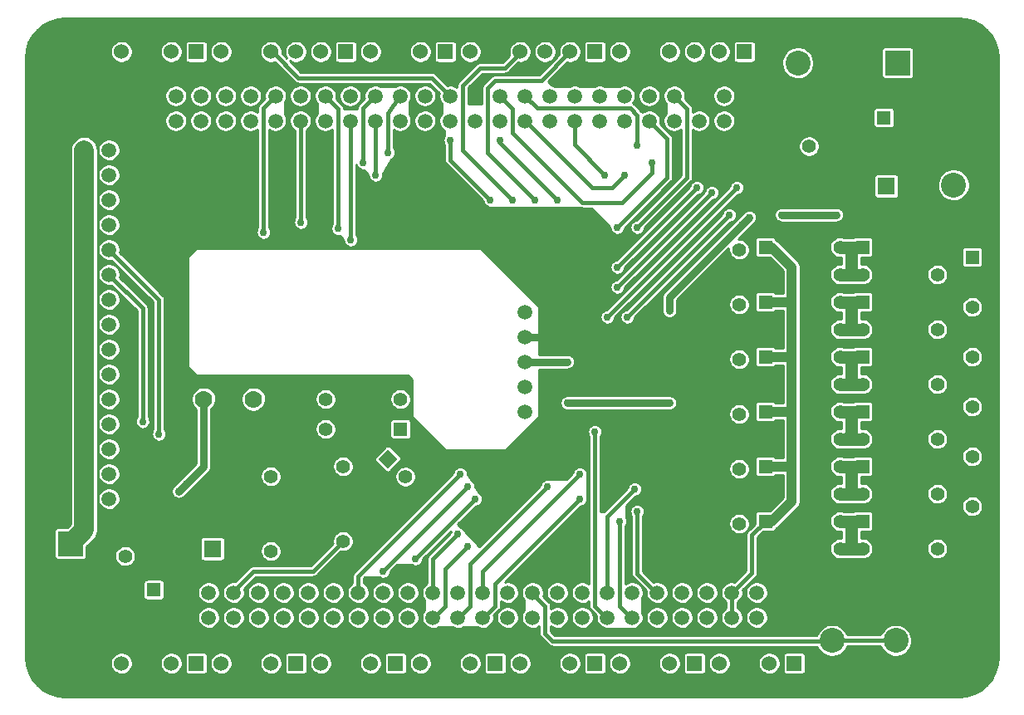
<source format=gbl>
G04 (created by PCBNEW (2013-07-07 BZR 4022)-stable) date 07/04/2014 23:08:49*
%MOIN*%
G04 Gerber Fmt 3.4, Leading zero omitted, Abs format*
%FSLAX34Y34*%
G01*
G70*
G90*
G04 APERTURE LIST*
%ADD10C,0.00590551*%
%ADD11C,0.0590551*%
%ADD12R,0.055X0.055*%
%ADD13C,0.055*%
%ADD14R,0.06X0.06*%
%ADD15C,0.06*%
%ADD16R,0.1X0.1*%
%ADD17C,0.1*%
%ADD18C,0.19685*%
%ADD19C,0.07*%
%ADD20R,0.07X0.07*%
%ADD21C,0.0295*%
%ADD22C,0.016*%
%ADD23C,0.04*%
%ADD24C,0.03*%
%ADD25C,0.05*%
%ADD26C,0.08*%
%ADD27C,0.01*%
G04 APERTURE END LIST*
G54D10*
G54D11*
X38300Y-34500D03*
X39300Y-34500D03*
X40300Y-34500D03*
X38300Y-35500D03*
X39300Y-35500D03*
X40300Y-35500D03*
X38300Y-36500D03*
X39300Y-36500D03*
X40300Y-36500D03*
X38300Y-37500D03*
X39300Y-37500D03*
X40300Y-37500D03*
X38300Y-38500D03*
X39300Y-38500D03*
X40300Y-38500D03*
X38300Y-39500D03*
X39300Y-39500D03*
X40300Y-39500D03*
X38300Y-40500D03*
X39300Y-40500D03*
X40300Y-40500D03*
X38300Y-41500D03*
X39300Y-41500D03*
X40300Y-41500D03*
X38300Y-42500D03*
X39300Y-42500D03*
X40300Y-42500D03*
X38300Y-43500D03*
X39300Y-43500D03*
X40300Y-43500D03*
X38300Y-44500D03*
X39300Y-44500D03*
X40300Y-44500D03*
X38300Y-45500D03*
X39300Y-45500D03*
X40300Y-45500D03*
X38300Y-46500D03*
X39300Y-46500D03*
X40300Y-46500D03*
X38300Y-47500D03*
X39300Y-47500D03*
X40300Y-47500D03*
X38300Y-48500D03*
X39300Y-48500D03*
X40300Y-48500D03*
X57000Y-42000D03*
X57000Y-41000D03*
X57000Y-43000D03*
X57000Y-44000D03*
X57000Y-45000D03*
X67300Y-52269D03*
X67300Y-53269D03*
X66300Y-52269D03*
X66300Y-53269D03*
X65300Y-52269D03*
X65300Y-53269D03*
X64300Y-52269D03*
X64300Y-53269D03*
X63300Y-52269D03*
X63300Y-53269D03*
X62300Y-52269D03*
X62300Y-53269D03*
X61300Y-52269D03*
X61300Y-53269D03*
X60300Y-52269D03*
X60300Y-53269D03*
X59300Y-52269D03*
X59300Y-53269D03*
X58300Y-52269D03*
X58300Y-53269D03*
X57300Y-52269D03*
X57300Y-53269D03*
X56300Y-52269D03*
X56300Y-53269D03*
X55300Y-52269D03*
X55300Y-53269D03*
X54300Y-52269D03*
X54300Y-53269D03*
X53300Y-52269D03*
X53300Y-53269D03*
X52300Y-52269D03*
X52300Y-53269D03*
X51300Y-52269D03*
X51300Y-53269D03*
X50300Y-52269D03*
X50300Y-53269D03*
X49300Y-52269D03*
X49300Y-53269D03*
X48300Y-52269D03*
X48300Y-53269D03*
X47300Y-52269D03*
X47300Y-53269D03*
X46300Y-52269D03*
X46300Y-53269D03*
X45300Y-52269D03*
X45300Y-53269D03*
X44300Y-52269D03*
X44300Y-53269D03*
X43300Y-52269D03*
X43300Y-53269D03*
G54D12*
X74950Y-38800D03*
G54D13*
X74950Y-39800D03*
X74950Y-40800D03*
X74950Y-41800D03*
X74950Y-42800D03*
X74950Y-43800D03*
X74950Y-44800D03*
X74950Y-45800D03*
X74950Y-46800D03*
X74950Y-47800D03*
X74950Y-48800D03*
X74950Y-49800D03*
G54D14*
X47800Y-55100D03*
G54D15*
X46800Y-55100D03*
X45800Y-55100D03*
X44800Y-55100D03*
G54D14*
X53800Y-30550D03*
G54D15*
X52800Y-30550D03*
X51800Y-30550D03*
X50800Y-30550D03*
G54D14*
X59800Y-55100D03*
G54D15*
X58800Y-55100D03*
X57800Y-55100D03*
X56800Y-55100D03*
G54D14*
X43800Y-55100D03*
G54D15*
X42800Y-55100D03*
X41800Y-55100D03*
X40800Y-55100D03*
G54D14*
X51800Y-55100D03*
G54D15*
X50800Y-55100D03*
X49800Y-55100D03*
X48800Y-55100D03*
G54D14*
X63800Y-55100D03*
G54D15*
X62800Y-55100D03*
X61800Y-55100D03*
X60800Y-55100D03*
G54D14*
X43800Y-30550D03*
G54D15*
X42800Y-30550D03*
X41800Y-30550D03*
X40800Y-30550D03*
G54D14*
X67800Y-55100D03*
G54D15*
X66800Y-55100D03*
X65800Y-55100D03*
X64800Y-55100D03*
G54D14*
X55800Y-55100D03*
G54D15*
X54800Y-55100D03*
X53800Y-55100D03*
X52800Y-55100D03*
G54D11*
X65987Y-32329D03*
X65987Y-33329D03*
X64987Y-32329D03*
X64987Y-33329D03*
X63987Y-32329D03*
X63987Y-33329D03*
X62987Y-32329D03*
X62987Y-33329D03*
X61987Y-32329D03*
X61987Y-33329D03*
X60987Y-32329D03*
X60987Y-33329D03*
X59987Y-32329D03*
X59987Y-33329D03*
X58987Y-32329D03*
X58987Y-33329D03*
X57987Y-32329D03*
X57987Y-33329D03*
X56987Y-32329D03*
X56987Y-33329D03*
X55987Y-32329D03*
X55987Y-33329D03*
X54987Y-32329D03*
X54987Y-33329D03*
X53987Y-32329D03*
X53987Y-33329D03*
X52987Y-32329D03*
X52987Y-33329D03*
X51987Y-32329D03*
X51987Y-33329D03*
X50987Y-32329D03*
X50987Y-33329D03*
X49987Y-32329D03*
X49987Y-33329D03*
X48987Y-32329D03*
X48987Y-33329D03*
X47987Y-32329D03*
X47987Y-33329D03*
X46987Y-32329D03*
X46987Y-33329D03*
X45987Y-32329D03*
X45987Y-33329D03*
X44987Y-32329D03*
X44987Y-33329D03*
X43987Y-32329D03*
X43987Y-33329D03*
X42987Y-32329D03*
X42987Y-33329D03*
X41987Y-32329D03*
X41987Y-33329D03*
G54D14*
X59800Y-30550D03*
G54D15*
X58800Y-30550D03*
X57800Y-30550D03*
X56800Y-30550D03*
X55800Y-30550D03*
X54800Y-30550D03*
G54D14*
X65800Y-30550D03*
G54D15*
X64800Y-30550D03*
X63800Y-30550D03*
X62800Y-30550D03*
X61800Y-30550D03*
X60800Y-30550D03*
G54D14*
X49800Y-30550D03*
G54D15*
X48800Y-30550D03*
X47800Y-30550D03*
X46800Y-30550D03*
X45800Y-30550D03*
X44800Y-30550D03*
G54D16*
X38750Y-50300D03*
G54D17*
X38750Y-52300D03*
G54D13*
X65600Y-45100D03*
X65600Y-46100D03*
G54D18*
X38550Y-54850D03*
X38550Y-30800D03*
X74400Y-30800D03*
X74400Y-54850D03*
G54D19*
X44100Y-44500D03*
X46100Y-44500D03*
G54D17*
X71879Y-52414D03*
X69320Y-52414D03*
X69320Y-54185D03*
X71879Y-54185D03*
G54D16*
X71950Y-31000D03*
G54D17*
X69950Y-31000D03*
X67950Y-31000D03*
G54D13*
X65600Y-47300D03*
X65600Y-48300D03*
X65600Y-49500D03*
X65600Y-50500D03*
X68400Y-34350D03*
X67400Y-34350D03*
X46800Y-50600D03*
X46800Y-47600D03*
X73550Y-43900D03*
X70550Y-43900D03*
X69650Y-43900D03*
X66650Y-43900D03*
X73550Y-46100D03*
X70550Y-46100D03*
X69650Y-41700D03*
X66650Y-41700D03*
X73550Y-41700D03*
X70550Y-41700D03*
X69650Y-46100D03*
X66650Y-46100D03*
X69650Y-48300D03*
X66650Y-48300D03*
X69650Y-39500D03*
X66650Y-39500D03*
X73550Y-39500D03*
X70550Y-39500D03*
X73550Y-50500D03*
X70550Y-50500D03*
X69650Y-50500D03*
X66650Y-50500D03*
G54D12*
X70550Y-40600D03*
G54D13*
X73550Y-40600D03*
G54D12*
X52000Y-45700D03*
G54D13*
X49000Y-45700D03*
G54D12*
X42100Y-52150D03*
G54D13*
X42100Y-49150D03*
G54D12*
X71400Y-33200D03*
G54D13*
X68400Y-33200D03*
G54D12*
X70550Y-49400D03*
G54D13*
X73550Y-49400D03*
G54D12*
X66650Y-49400D03*
G54D13*
X69650Y-49400D03*
G54D12*
X70550Y-47200D03*
G54D13*
X73550Y-47200D03*
G54D12*
X66650Y-47200D03*
G54D13*
X69650Y-47200D03*
G54D12*
X66650Y-38400D03*
G54D13*
X69650Y-38400D03*
G54D12*
X70550Y-45000D03*
G54D13*
X73550Y-45000D03*
G54D12*
X66650Y-45000D03*
G54D13*
X69650Y-45000D03*
G54D12*
X70550Y-38400D03*
G54D13*
X73550Y-38400D03*
G54D12*
X66650Y-40600D03*
G54D13*
X69650Y-40600D03*
G54D12*
X70550Y-42800D03*
G54D13*
X73550Y-42800D03*
G54D12*
X66650Y-42800D03*
G54D13*
X69650Y-42800D03*
X73550Y-48300D03*
X70550Y-48300D03*
X49700Y-50200D03*
X49700Y-47200D03*
X49000Y-44500D03*
X52000Y-44500D03*
G54D17*
X74200Y-35900D03*
X74200Y-33900D03*
G54D10*
G36*
X51881Y-46900D02*
X51492Y-47288D01*
X51103Y-46900D01*
X51492Y-46511D01*
X51881Y-46900D01*
X51881Y-46900D01*
G37*
G54D13*
X52200Y-47607D03*
X52907Y-46900D03*
X65600Y-42900D03*
X65600Y-43900D03*
X40950Y-50800D03*
X40950Y-49800D03*
X65600Y-40700D03*
X65600Y-41700D03*
X65600Y-38500D03*
X65600Y-39500D03*
G54D20*
X71500Y-35950D03*
G54D19*
X69500Y-35950D03*
G54D20*
X44450Y-50500D03*
G54D19*
X44450Y-48500D03*
G54D21*
X69100Y-37100D03*
X65700Y-37500D03*
X62800Y-40550D03*
X66000Y-37200D03*
X62800Y-40950D03*
X67700Y-37100D03*
X69500Y-37100D03*
X67300Y-37100D03*
X43400Y-47900D03*
X43100Y-48200D03*
X58700Y-43000D03*
X62800Y-44650D03*
X58700Y-44650D03*
X60200Y-35500D03*
X62100Y-35000D03*
X50000Y-38100D03*
X49500Y-37650D03*
X48000Y-37400D03*
X46500Y-37800D03*
X65200Y-37100D03*
X61100Y-41200D03*
X57900Y-48000D03*
X59200Y-47500D03*
X60300Y-41200D03*
X65500Y-36000D03*
X59200Y-48500D03*
X60700Y-40000D03*
X64500Y-36200D03*
X61500Y-37600D03*
X58300Y-36500D03*
X56000Y-34100D03*
X55000Y-48500D03*
X52600Y-50900D03*
X57400Y-36500D03*
X54700Y-48000D03*
X51300Y-51400D03*
X54000Y-34100D03*
X55600Y-36500D03*
X54400Y-47500D03*
X60700Y-37600D03*
X61000Y-35500D03*
X61500Y-34300D03*
X54300Y-49900D03*
X54700Y-50400D03*
X51500Y-34600D03*
X50500Y-35000D03*
X51000Y-35500D03*
X61400Y-48100D03*
X60700Y-39200D03*
X63900Y-36000D03*
X56500Y-36500D03*
X59800Y-45800D03*
X42300Y-45900D03*
X60800Y-49400D03*
X41650Y-45400D03*
X61500Y-49000D03*
G54D22*
X65300Y-52269D02*
X66100Y-51469D01*
X66100Y-49950D02*
X66650Y-49400D01*
X66100Y-51469D02*
X66100Y-49950D01*
X65300Y-53269D02*
X65300Y-52269D01*
G54D23*
X66650Y-47200D02*
X67700Y-47200D01*
X66650Y-45000D02*
X67700Y-45000D01*
X66650Y-42800D02*
X67700Y-42800D01*
X66650Y-40600D02*
X67700Y-40600D01*
X66650Y-38400D02*
X66900Y-38400D01*
X66900Y-49400D02*
X66650Y-49400D01*
X67700Y-47200D02*
X67700Y-48600D01*
X67700Y-48600D02*
X66900Y-49400D01*
X67700Y-39200D02*
X67700Y-40600D01*
X67700Y-40600D02*
X67700Y-42800D01*
X67700Y-42800D02*
X67700Y-45000D01*
X67700Y-45000D02*
X67700Y-47200D01*
X66900Y-38400D02*
X67700Y-39200D01*
G54D24*
X69500Y-37100D02*
X69100Y-37100D01*
X69500Y-37100D02*
X67300Y-37100D01*
X62800Y-40550D02*
X62800Y-40400D01*
X66000Y-37200D02*
X65700Y-37500D01*
X65700Y-37500D02*
X62800Y-40400D01*
X62800Y-40400D02*
X62800Y-40950D01*
X67300Y-37100D02*
X67700Y-37100D01*
X44100Y-44500D02*
X44100Y-47200D01*
X44100Y-47200D02*
X43100Y-48200D01*
X57000Y-43000D02*
X58700Y-43000D01*
X58700Y-44650D02*
X62800Y-44650D01*
G54D22*
X58100Y-54200D02*
X69306Y-54200D01*
X69306Y-54200D02*
X69320Y-54185D01*
X57800Y-53900D02*
X58100Y-54200D01*
X57800Y-52800D02*
X57800Y-53900D01*
X57300Y-52300D02*
X57800Y-52800D01*
X57300Y-52269D02*
X57300Y-52300D01*
X69320Y-54185D02*
X71879Y-54185D01*
G54D24*
X57000Y-42000D02*
X58000Y-42000D01*
G54D22*
X58987Y-33329D02*
X58987Y-34287D01*
X58987Y-34287D02*
X60200Y-35500D01*
G54D25*
X70100Y-45000D02*
X70100Y-46100D01*
X70100Y-46100D02*
X70000Y-46000D01*
X70000Y-46000D02*
X70000Y-46100D01*
X70550Y-46100D02*
X70000Y-46100D01*
X70000Y-46100D02*
X69650Y-46100D01*
X70550Y-45000D02*
X70100Y-45000D01*
X70100Y-45000D02*
X69650Y-45000D01*
G54D22*
X62100Y-35000D02*
X62100Y-35400D01*
X60900Y-36600D02*
X59300Y-36600D01*
X62100Y-35400D02*
X60900Y-36600D01*
X59300Y-36600D02*
X56500Y-33800D01*
X56500Y-33800D02*
X56500Y-32842D01*
X56500Y-32842D02*
X55987Y-32329D01*
G54D25*
X70100Y-38400D02*
X70100Y-39500D01*
X70550Y-39500D02*
X70100Y-39500D01*
X70100Y-39500D02*
X69650Y-39500D01*
X70550Y-38400D02*
X70100Y-38400D01*
X70100Y-38400D02*
X69650Y-38400D01*
G54D22*
X49987Y-33329D02*
X49987Y-38087D01*
X49987Y-38087D02*
X50000Y-38100D01*
X49500Y-32842D02*
X48987Y-32329D01*
X49500Y-37650D02*
X49500Y-32842D01*
X47987Y-37400D02*
X47987Y-33329D01*
X48000Y-37400D02*
X47987Y-37400D01*
X46500Y-32800D02*
X46500Y-37800D01*
X46987Y-32329D02*
X46970Y-32329D01*
X46970Y-32329D02*
X46500Y-32800D01*
X54800Y-52800D02*
X54800Y-51100D01*
X54800Y-51100D02*
X57900Y-48000D01*
X65200Y-37100D02*
X61100Y-41200D01*
X54330Y-53269D02*
X54300Y-53269D01*
X54800Y-52800D02*
X54330Y-53269D01*
X55300Y-52269D02*
X55300Y-51400D01*
X55300Y-51400D02*
X59200Y-47500D01*
X65500Y-36000D02*
X60300Y-41200D01*
X59200Y-48500D02*
X55800Y-51900D01*
X55800Y-51900D02*
X55800Y-52800D01*
X55300Y-53269D02*
X55330Y-53269D01*
X55330Y-53269D02*
X55800Y-52800D01*
X64500Y-36200D02*
X60700Y-40000D01*
X62987Y-32329D02*
X63500Y-32842D01*
X63500Y-35600D02*
X61500Y-37600D01*
X63500Y-32842D02*
X63500Y-35600D01*
G54D25*
X70100Y-47200D02*
X70100Y-48300D01*
X70550Y-48300D02*
X70100Y-48300D01*
X70100Y-48300D02*
X69650Y-48300D01*
X70550Y-47200D02*
X70100Y-47200D01*
X70100Y-47200D02*
X69650Y-47200D01*
G54D22*
X52600Y-50900D02*
X55000Y-48500D01*
X56000Y-34100D02*
X56000Y-34200D01*
X56000Y-34200D02*
X58300Y-36500D01*
X57400Y-31700D02*
X57650Y-31700D01*
X57650Y-31700D02*
X58800Y-30550D01*
X51300Y-51400D02*
X54700Y-48000D01*
X55500Y-34600D02*
X57400Y-36500D01*
X57400Y-31700D02*
X55800Y-31700D01*
X55800Y-31700D02*
X55500Y-32000D01*
X55500Y-32000D02*
X55500Y-34600D01*
X54400Y-47500D02*
X50300Y-51600D01*
X50300Y-51600D02*
X50300Y-52269D01*
X55600Y-36500D02*
X54000Y-34900D01*
X54000Y-34900D02*
X54000Y-34100D01*
X62300Y-36000D02*
X62700Y-35600D01*
X62700Y-35600D02*
X62700Y-34042D01*
X62300Y-36000D02*
X62300Y-36001D01*
X62300Y-36001D02*
X60700Y-37600D01*
X62700Y-34042D02*
X61987Y-33329D01*
G54D25*
X70100Y-49400D02*
X70100Y-50500D01*
X70550Y-50500D02*
X70100Y-50500D01*
X70100Y-50500D02*
X69650Y-50500D01*
X70550Y-49400D02*
X70100Y-49400D01*
X70100Y-49400D02*
X69650Y-49400D01*
G54D22*
X60500Y-36000D02*
X61000Y-35500D01*
X59700Y-36000D02*
X60500Y-36000D01*
X56987Y-33329D02*
X57029Y-33329D01*
X57029Y-33329D02*
X59700Y-36000D01*
G54D25*
X70100Y-42800D02*
X70100Y-43900D01*
X70550Y-43900D02*
X70100Y-43900D01*
X70100Y-43900D02*
X69650Y-43900D01*
X70550Y-42800D02*
X70100Y-42800D01*
X70100Y-42800D02*
X69650Y-42800D01*
G54D22*
X61221Y-32821D02*
X61500Y-33100D01*
X57478Y-32821D02*
X61221Y-32821D01*
X56987Y-32329D02*
X57478Y-32821D01*
X61500Y-34300D02*
X61500Y-33100D01*
G54D25*
X70100Y-40600D02*
X70100Y-41700D01*
X70550Y-41700D02*
X70100Y-41700D01*
X70100Y-41700D02*
X69650Y-41700D01*
X70550Y-40600D02*
X70100Y-40600D01*
X70100Y-40600D02*
X69650Y-40600D01*
G54D22*
X46100Y-51400D02*
X48500Y-51400D01*
X48500Y-51400D02*
X49700Y-50200D01*
X45300Y-52269D02*
X45300Y-52200D01*
X45300Y-52200D02*
X46100Y-51400D01*
X54300Y-49900D02*
X53300Y-50900D01*
X53300Y-52269D02*
X53300Y-50900D01*
X54700Y-50400D02*
X53800Y-51300D01*
X53300Y-53269D02*
X53330Y-53269D01*
X53800Y-52800D02*
X53800Y-51300D01*
X53330Y-53269D02*
X53800Y-52800D01*
X51488Y-33011D02*
X51488Y-34588D01*
X51488Y-34588D02*
X51500Y-34600D01*
X51970Y-32329D02*
X51488Y-33011D01*
X51987Y-32329D02*
X51970Y-32329D01*
X50500Y-32800D02*
X50500Y-35000D01*
X50987Y-32329D02*
X50970Y-32329D01*
X50970Y-32329D02*
X50500Y-32800D01*
X50987Y-35487D02*
X50987Y-33329D01*
X51000Y-35500D02*
X50987Y-35487D01*
X60700Y-39200D02*
X63900Y-36000D01*
X60300Y-49200D02*
X61400Y-48100D01*
X60300Y-49200D02*
X60300Y-52269D01*
X54500Y-34500D02*
X56500Y-36500D01*
X54500Y-31900D02*
X54500Y-34500D01*
X55200Y-31200D02*
X54500Y-31900D01*
X59800Y-52800D02*
X59800Y-45800D01*
X60300Y-53269D02*
X60269Y-53269D01*
X60269Y-53269D02*
X59800Y-52800D01*
X56800Y-30600D02*
X56200Y-31200D01*
X56800Y-30550D02*
X56800Y-30600D01*
X56200Y-31200D02*
X55200Y-31200D01*
X42300Y-45900D02*
X42300Y-40500D01*
X42300Y-40500D02*
X40300Y-38500D01*
X60800Y-52800D02*
X60800Y-49400D01*
X60800Y-52800D02*
X61269Y-53269D01*
X61269Y-53269D02*
X61300Y-53269D01*
X41650Y-45400D02*
X41650Y-40850D01*
X41650Y-40850D02*
X40300Y-39500D01*
X61500Y-51500D02*
X61500Y-49000D01*
X62300Y-52269D02*
X62269Y-52269D01*
X62269Y-52269D02*
X61500Y-51500D01*
X46800Y-30550D02*
X46850Y-30550D01*
X47900Y-31600D02*
X53257Y-31600D01*
X53257Y-31600D02*
X53987Y-32329D01*
X46850Y-30550D02*
X47900Y-31600D01*
G54D26*
X39300Y-34500D02*
X39300Y-49750D01*
X39300Y-49750D02*
X38750Y-50300D01*
G54D10*
G36*
X75995Y-54842D02*
X75963Y-55159D01*
X75873Y-55457D01*
X75727Y-55732D01*
X75531Y-55973D01*
X75375Y-56102D01*
X75375Y-39061D01*
X75375Y-38510D01*
X75369Y-38481D01*
X75358Y-38454D01*
X75341Y-38429D01*
X75321Y-38408D01*
X75296Y-38392D01*
X75269Y-38381D01*
X75240Y-38375D01*
X75211Y-38374D01*
X74850Y-38374D01*
X74850Y-35836D01*
X74825Y-35711D01*
X74776Y-35593D01*
X74706Y-35487D01*
X74616Y-35396D01*
X74510Y-35325D01*
X74393Y-35276D01*
X74268Y-35250D01*
X74140Y-35249D01*
X74015Y-35273D01*
X73897Y-35321D01*
X73790Y-35390D01*
X73699Y-35480D01*
X73627Y-35585D01*
X73577Y-35702D01*
X73550Y-35827D01*
X73549Y-35954D01*
X73572Y-36080D01*
X73619Y-36198D01*
X73688Y-36305D01*
X73776Y-36397D01*
X73881Y-36470D01*
X73998Y-36521D01*
X74122Y-36548D01*
X74250Y-36551D01*
X74375Y-36529D01*
X74494Y-36482D01*
X74602Y-36414D01*
X74694Y-36326D01*
X74767Y-36222D01*
X74819Y-36106D01*
X74847Y-35981D01*
X74850Y-35836D01*
X74850Y-38374D01*
X74660Y-38374D01*
X74631Y-38380D01*
X74604Y-38391D01*
X74579Y-38408D01*
X74558Y-38428D01*
X74542Y-38453D01*
X74531Y-38480D01*
X74525Y-38509D01*
X74524Y-38538D01*
X74524Y-39089D01*
X74530Y-39118D01*
X74541Y-39145D01*
X74558Y-39170D01*
X74578Y-39191D01*
X74603Y-39207D01*
X74630Y-39218D01*
X74659Y-39224D01*
X74688Y-39225D01*
X75239Y-39225D01*
X75268Y-39219D01*
X75295Y-39208D01*
X75320Y-39191D01*
X75341Y-39171D01*
X75357Y-39146D01*
X75368Y-39119D01*
X75374Y-39090D01*
X75375Y-39061D01*
X75375Y-56102D01*
X75375Y-56102D01*
X75375Y-48758D01*
X75375Y-46758D01*
X75375Y-44758D01*
X75375Y-42758D01*
X75375Y-40758D01*
X75358Y-40676D01*
X75327Y-40599D01*
X75280Y-40530D01*
X75222Y-40470D01*
X75153Y-40424D01*
X75076Y-40392D01*
X74994Y-40375D01*
X74911Y-40374D01*
X74829Y-40390D01*
X74752Y-40421D01*
X74682Y-40467D01*
X74622Y-40525D01*
X74575Y-40594D01*
X74542Y-40670D01*
X74525Y-40752D01*
X74524Y-40835D01*
X74539Y-40917D01*
X74570Y-40995D01*
X74615Y-41065D01*
X74673Y-41125D01*
X74741Y-41172D01*
X74818Y-41206D01*
X74899Y-41224D01*
X74982Y-41225D01*
X75064Y-41211D01*
X75142Y-41181D01*
X75212Y-41136D01*
X75273Y-41079D01*
X75321Y-41010D01*
X75355Y-40934D01*
X75373Y-40853D01*
X75375Y-40758D01*
X75375Y-42758D01*
X75358Y-42676D01*
X75327Y-42599D01*
X75280Y-42530D01*
X75222Y-42470D01*
X75153Y-42424D01*
X75076Y-42392D01*
X74994Y-42375D01*
X74911Y-42374D01*
X74829Y-42390D01*
X74752Y-42421D01*
X74682Y-42467D01*
X74622Y-42525D01*
X74575Y-42594D01*
X74542Y-42670D01*
X74525Y-42752D01*
X74524Y-42835D01*
X74539Y-42917D01*
X74570Y-42995D01*
X74615Y-43065D01*
X74673Y-43125D01*
X74741Y-43172D01*
X74818Y-43206D01*
X74899Y-43224D01*
X74982Y-43225D01*
X75064Y-43211D01*
X75142Y-43181D01*
X75212Y-43136D01*
X75273Y-43079D01*
X75321Y-43010D01*
X75355Y-42934D01*
X75373Y-42853D01*
X75375Y-42758D01*
X75375Y-44758D01*
X75358Y-44676D01*
X75327Y-44599D01*
X75280Y-44530D01*
X75222Y-44470D01*
X75153Y-44424D01*
X75076Y-44392D01*
X74994Y-44375D01*
X74911Y-44374D01*
X74829Y-44390D01*
X74752Y-44421D01*
X74682Y-44467D01*
X74622Y-44525D01*
X74575Y-44594D01*
X74542Y-44670D01*
X74525Y-44752D01*
X74524Y-44835D01*
X74539Y-44917D01*
X74570Y-44995D01*
X74615Y-45065D01*
X74673Y-45125D01*
X74741Y-45172D01*
X74818Y-45206D01*
X74899Y-45224D01*
X74982Y-45225D01*
X75064Y-45211D01*
X75142Y-45181D01*
X75212Y-45136D01*
X75273Y-45079D01*
X75321Y-45010D01*
X75355Y-44934D01*
X75373Y-44853D01*
X75375Y-44758D01*
X75375Y-46758D01*
X75358Y-46676D01*
X75327Y-46599D01*
X75280Y-46530D01*
X75222Y-46470D01*
X75153Y-46424D01*
X75076Y-46392D01*
X74994Y-46375D01*
X74911Y-46374D01*
X74829Y-46390D01*
X74752Y-46421D01*
X74682Y-46467D01*
X74622Y-46525D01*
X74575Y-46594D01*
X74542Y-46670D01*
X74525Y-46752D01*
X74524Y-46835D01*
X74539Y-46917D01*
X74570Y-46995D01*
X74615Y-47065D01*
X74673Y-47125D01*
X74741Y-47172D01*
X74818Y-47206D01*
X74899Y-47224D01*
X74982Y-47225D01*
X75064Y-47211D01*
X75142Y-47181D01*
X75212Y-47136D01*
X75273Y-47079D01*
X75321Y-47010D01*
X75355Y-46934D01*
X75373Y-46853D01*
X75375Y-46758D01*
X75375Y-48758D01*
X75358Y-48676D01*
X75327Y-48599D01*
X75280Y-48530D01*
X75222Y-48470D01*
X75153Y-48424D01*
X75076Y-48392D01*
X74994Y-48375D01*
X74911Y-48374D01*
X74829Y-48390D01*
X74752Y-48421D01*
X74682Y-48467D01*
X74622Y-48525D01*
X74575Y-48594D01*
X74542Y-48670D01*
X74525Y-48752D01*
X74524Y-48835D01*
X74539Y-48917D01*
X74570Y-48995D01*
X74615Y-49065D01*
X74673Y-49125D01*
X74741Y-49172D01*
X74818Y-49206D01*
X74899Y-49224D01*
X74982Y-49225D01*
X75064Y-49211D01*
X75142Y-49181D01*
X75212Y-49136D01*
X75273Y-49079D01*
X75321Y-49010D01*
X75355Y-48934D01*
X75373Y-48853D01*
X75375Y-48758D01*
X75375Y-56102D01*
X75291Y-56171D01*
X75017Y-56319D01*
X74720Y-56411D01*
X74403Y-56444D01*
X74399Y-56445D01*
X73975Y-56445D01*
X73975Y-50458D01*
X73975Y-48258D01*
X73975Y-46058D01*
X73975Y-43858D01*
X73975Y-41658D01*
X73975Y-39458D01*
X73958Y-39376D01*
X73927Y-39299D01*
X73880Y-39230D01*
X73822Y-39170D01*
X73753Y-39124D01*
X73676Y-39092D01*
X73594Y-39075D01*
X73511Y-39074D01*
X73429Y-39090D01*
X73352Y-39121D01*
X73282Y-39167D01*
X73222Y-39225D01*
X73175Y-39294D01*
X73142Y-39370D01*
X73125Y-39452D01*
X73124Y-39535D01*
X73139Y-39617D01*
X73170Y-39695D01*
X73215Y-39765D01*
X73273Y-39825D01*
X73341Y-39872D01*
X73418Y-39906D01*
X73499Y-39924D01*
X73582Y-39925D01*
X73664Y-39911D01*
X73742Y-39881D01*
X73812Y-39836D01*
X73873Y-39779D01*
X73921Y-39710D01*
X73955Y-39634D01*
X73973Y-39553D01*
X73975Y-39458D01*
X73975Y-41658D01*
X73958Y-41576D01*
X73927Y-41499D01*
X73880Y-41430D01*
X73822Y-41370D01*
X73753Y-41324D01*
X73676Y-41292D01*
X73594Y-41275D01*
X73511Y-41274D01*
X73429Y-41290D01*
X73352Y-41321D01*
X73282Y-41367D01*
X73222Y-41425D01*
X73175Y-41494D01*
X73142Y-41570D01*
X73125Y-41652D01*
X73124Y-41735D01*
X73139Y-41817D01*
X73170Y-41895D01*
X73215Y-41965D01*
X73273Y-42025D01*
X73341Y-42072D01*
X73418Y-42106D01*
X73499Y-42124D01*
X73582Y-42125D01*
X73664Y-42111D01*
X73742Y-42081D01*
X73812Y-42036D01*
X73873Y-41979D01*
X73921Y-41910D01*
X73955Y-41834D01*
X73973Y-41753D01*
X73975Y-41658D01*
X73975Y-43858D01*
X73958Y-43776D01*
X73927Y-43699D01*
X73880Y-43630D01*
X73822Y-43570D01*
X73753Y-43524D01*
X73676Y-43492D01*
X73594Y-43475D01*
X73511Y-43474D01*
X73429Y-43490D01*
X73352Y-43521D01*
X73282Y-43567D01*
X73222Y-43625D01*
X73175Y-43694D01*
X73142Y-43770D01*
X73125Y-43852D01*
X73124Y-43935D01*
X73139Y-44017D01*
X73170Y-44095D01*
X73215Y-44165D01*
X73273Y-44225D01*
X73341Y-44272D01*
X73418Y-44306D01*
X73499Y-44324D01*
X73582Y-44325D01*
X73664Y-44311D01*
X73742Y-44281D01*
X73812Y-44236D01*
X73873Y-44179D01*
X73921Y-44110D01*
X73955Y-44034D01*
X73973Y-43953D01*
X73975Y-43858D01*
X73975Y-46058D01*
X73958Y-45976D01*
X73927Y-45899D01*
X73880Y-45830D01*
X73822Y-45770D01*
X73753Y-45724D01*
X73676Y-45692D01*
X73594Y-45675D01*
X73511Y-45674D01*
X73429Y-45690D01*
X73352Y-45721D01*
X73282Y-45767D01*
X73222Y-45825D01*
X73175Y-45894D01*
X73142Y-45970D01*
X73125Y-46052D01*
X73124Y-46135D01*
X73139Y-46217D01*
X73170Y-46295D01*
X73215Y-46365D01*
X73273Y-46425D01*
X73341Y-46472D01*
X73418Y-46506D01*
X73499Y-46524D01*
X73582Y-46525D01*
X73664Y-46511D01*
X73742Y-46481D01*
X73812Y-46436D01*
X73873Y-46379D01*
X73921Y-46310D01*
X73955Y-46234D01*
X73973Y-46153D01*
X73975Y-46058D01*
X73975Y-48258D01*
X73958Y-48176D01*
X73927Y-48099D01*
X73880Y-48030D01*
X73822Y-47970D01*
X73753Y-47924D01*
X73676Y-47892D01*
X73594Y-47875D01*
X73511Y-47874D01*
X73429Y-47890D01*
X73352Y-47921D01*
X73282Y-47967D01*
X73222Y-48025D01*
X73175Y-48094D01*
X73142Y-48170D01*
X73125Y-48252D01*
X73124Y-48335D01*
X73139Y-48417D01*
X73170Y-48495D01*
X73215Y-48565D01*
X73273Y-48625D01*
X73341Y-48672D01*
X73418Y-48706D01*
X73499Y-48724D01*
X73582Y-48725D01*
X73664Y-48711D01*
X73742Y-48681D01*
X73812Y-48636D01*
X73873Y-48579D01*
X73921Y-48510D01*
X73955Y-48434D01*
X73973Y-48353D01*
X73975Y-48258D01*
X73975Y-50458D01*
X73958Y-50376D01*
X73927Y-50299D01*
X73880Y-50230D01*
X73822Y-50170D01*
X73753Y-50124D01*
X73676Y-50092D01*
X73594Y-50075D01*
X73511Y-50074D01*
X73429Y-50090D01*
X73352Y-50121D01*
X73282Y-50167D01*
X73222Y-50225D01*
X73175Y-50294D01*
X73142Y-50370D01*
X73125Y-50452D01*
X73124Y-50535D01*
X73139Y-50617D01*
X73170Y-50695D01*
X73215Y-50765D01*
X73273Y-50825D01*
X73341Y-50872D01*
X73418Y-50906D01*
X73499Y-50924D01*
X73582Y-50925D01*
X73664Y-50911D01*
X73742Y-50881D01*
X73812Y-50836D01*
X73873Y-50779D01*
X73921Y-50710D01*
X73955Y-50634D01*
X73973Y-50553D01*
X73975Y-50458D01*
X73975Y-56445D01*
X72600Y-56445D01*
X72600Y-31486D01*
X72600Y-30485D01*
X72594Y-30456D01*
X72583Y-30429D01*
X72566Y-30404D01*
X72546Y-30383D01*
X72521Y-30367D01*
X72494Y-30356D01*
X72465Y-30350D01*
X72436Y-30349D01*
X71435Y-30349D01*
X71406Y-30355D01*
X71379Y-30366D01*
X71354Y-30383D01*
X71333Y-30403D01*
X71317Y-30428D01*
X71306Y-30455D01*
X71300Y-30484D01*
X71299Y-30513D01*
X71299Y-31514D01*
X71305Y-31543D01*
X71316Y-31570D01*
X71333Y-31595D01*
X71353Y-31616D01*
X71378Y-31632D01*
X71405Y-31643D01*
X71434Y-31649D01*
X71463Y-31650D01*
X72464Y-31650D01*
X72493Y-31644D01*
X72520Y-31633D01*
X72545Y-31616D01*
X72566Y-31596D01*
X72582Y-31571D01*
X72593Y-31544D01*
X72599Y-31515D01*
X72600Y-31486D01*
X72600Y-56445D01*
X72529Y-56445D01*
X72529Y-54122D01*
X72504Y-53997D01*
X72456Y-53879D01*
X72385Y-53773D01*
X72295Y-53682D01*
X72190Y-53611D01*
X72072Y-53561D01*
X72000Y-53546D01*
X72000Y-36286D01*
X72000Y-35585D01*
X71994Y-35556D01*
X71983Y-35529D01*
X71966Y-35504D01*
X71946Y-35483D01*
X71921Y-35467D01*
X71894Y-35456D01*
X71865Y-35450D01*
X71836Y-35449D01*
X71825Y-35449D01*
X71825Y-33461D01*
X71825Y-32910D01*
X71819Y-32881D01*
X71808Y-32854D01*
X71791Y-32829D01*
X71771Y-32808D01*
X71746Y-32792D01*
X71719Y-32781D01*
X71690Y-32775D01*
X71661Y-32774D01*
X71110Y-32774D01*
X71081Y-32780D01*
X71054Y-32791D01*
X71029Y-32808D01*
X71008Y-32828D01*
X70992Y-32853D01*
X70981Y-32880D01*
X70975Y-32909D01*
X70974Y-32938D01*
X70974Y-33489D01*
X70980Y-33518D01*
X70991Y-33545D01*
X71008Y-33570D01*
X71028Y-33591D01*
X71053Y-33607D01*
X71080Y-33618D01*
X71109Y-33624D01*
X71138Y-33625D01*
X71689Y-33625D01*
X71718Y-33619D01*
X71745Y-33608D01*
X71770Y-33591D01*
X71791Y-33571D01*
X71807Y-33546D01*
X71818Y-33519D01*
X71824Y-33490D01*
X71825Y-33461D01*
X71825Y-35449D01*
X71135Y-35449D01*
X71106Y-35455D01*
X71079Y-35466D01*
X71054Y-35483D01*
X71033Y-35503D01*
X71017Y-35528D01*
X71006Y-35555D01*
X71000Y-35584D01*
X70999Y-35613D01*
X70999Y-36314D01*
X71005Y-36343D01*
X71016Y-36370D01*
X71033Y-36395D01*
X71053Y-36416D01*
X71078Y-36432D01*
X71105Y-36443D01*
X71134Y-36449D01*
X71163Y-36450D01*
X71864Y-36450D01*
X71893Y-36444D01*
X71920Y-36433D01*
X71945Y-36416D01*
X71966Y-36396D01*
X71982Y-36371D01*
X71993Y-36344D01*
X71999Y-36315D01*
X72000Y-36286D01*
X72000Y-53546D01*
X71947Y-53536D01*
X71820Y-53535D01*
X71695Y-53559D01*
X71576Y-53607D01*
X71470Y-53676D01*
X71379Y-53765D01*
X71307Y-53871D01*
X71270Y-53955D01*
X70975Y-53955D01*
X70975Y-49661D01*
X70975Y-47461D01*
X70975Y-45261D01*
X70975Y-43061D01*
X70975Y-40861D01*
X70975Y-38661D01*
X70975Y-38110D01*
X70969Y-38081D01*
X70958Y-38054D01*
X70941Y-38029D01*
X70921Y-38008D01*
X70896Y-37992D01*
X70869Y-37981D01*
X70840Y-37975D01*
X70811Y-37974D01*
X70260Y-37974D01*
X70231Y-37980D01*
X70204Y-37991D01*
X70192Y-38000D01*
X70100Y-38000D01*
X69799Y-38000D01*
X69799Y-37102D01*
X69797Y-37074D01*
X69797Y-37070D01*
X69796Y-37067D01*
X69794Y-37043D01*
X69786Y-37017D01*
X69786Y-37013D01*
X69784Y-37010D01*
X69778Y-36987D01*
X69765Y-36963D01*
X69763Y-36959D01*
X69762Y-36956D01*
X69751Y-36935D01*
X69733Y-36914D01*
X69731Y-36911D01*
X69729Y-36908D01*
X69714Y-36890D01*
X69693Y-36872D01*
X69690Y-36869D01*
X69687Y-36867D01*
X69669Y-36852D01*
X69645Y-36839D01*
X69642Y-36837D01*
X69638Y-36835D01*
X69618Y-36824D01*
X69592Y-36815D01*
X69588Y-36814D01*
X69584Y-36813D01*
X69562Y-36806D01*
X69535Y-36803D01*
X69531Y-36802D01*
X69527Y-36802D01*
X69504Y-36800D01*
X69500Y-36800D01*
X69100Y-36800D01*
X68825Y-36800D01*
X68825Y-34308D01*
X68808Y-34226D01*
X68777Y-34149D01*
X68730Y-34080D01*
X68672Y-34020D01*
X68603Y-33974D01*
X68600Y-33973D01*
X68600Y-30936D01*
X68575Y-30811D01*
X68526Y-30693D01*
X68456Y-30587D01*
X68366Y-30496D01*
X68260Y-30425D01*
X68143Y-30376D01*
X68018Y-30350D01*
X67890Y-30349D01*
X67765Y-30373D01*
X67647Y-30421D01*
X67540Y-30490D01*
X67449Y-30580D01*
X67377Y-30685D01*
X67327Y-30802D01*
X67300Y-30927D01*
X67299Y-31054D01*
X67322Y-31180D01*
X67369Y-31298D01*
X67438Y-31405D01*
X67526Y-31497D01*
X67631Y-31570D01*
X67748Y-31621D01*
X67872Y-31648D01*
X68000Y-31651D01*
X68125Y-31629D01*
X68244Y-31582D01*
X68352Y-31514D01*
X68444Y-31426D01*
X68517Y-31322D01*
X68569Y-31206D01*
X68597Y-31081D01*
X68600Y-30936D01*
X68600Y-33973D01*
X68526Y-33942D01*
X68444Y-33925D01*
X68361Y-33924D01*
X68279Y-33940D01*
X68202Y-33971D01*
X68132Y-34017D01*
X68072Y-34075D01*
X68025Y-34144D01*
X67992Y-34220D01*
X67975Y-34302D01*
X67974Y-34385D01*
X67989Y-34467D01*
X68020Y-34545D01*
X68065Y-34615D01*
X68123Y-34675D01*
X68191Y-34722D01*
X68268Y-34756D01*
X68349Y-34774D01*
X68432Y-34775D01*
X68514Y-34761D01*
X68592Y-34731D01*
X68662Y-34686D01*
X68723Y-34629D01*
X68771Y-34560D01*
X68805Y-34484D01*
X68823Y-34403D01*
X68825Y-34308D01*
X68825Y-36800D01*
X67700Y-36800D01*
X67300Y-36800D01*
X67276Y-36802D01*
X67272Y-36802D01*
X67268Y-36803D01*
X67241Y-36805D01*
X67219Y-36812D01*
X67215Y-36813D01*
X67211Y-36814D01*
X67185Y-36822D01*
X67164Y-36833D01*
X67161Y-36835D01*
X67158Y-36837D01*
X67133Y-36850D01*
X67115Y-36865D01*
X67112Y-36867D01*
X67109Y-36869D01*
X67088Y-36887D01*
X67073Y-36905D01*
X67070Y-36907D01*
X67068Y-36911D01*
X67051Y-36932D01*
X67040Y-36953D01*
X67038Y-36955D01*
X67036Y-36959D01*
X67023Y-36983D01*
X67016Y-37006D01*
X67015Y-37009D01*
X67014Y-37013D01*
X67006Y-37039D01*
X67003Y-37063D01*
X67002Y-37066D01*
X67002Y-37070D01*
X67000Y-37097D01*
X67002Y-37121D01*
X67002Y-37125D01*
X67002Y-37128D01*
X67005Y-37156D01*
X67012Y-37178D01*
X67012Y-37182D01*
X67014Y-37186D01*
X67021Y-37212D01*
X67032Y-37233D01*
X67034Y-37236D01*
X67036Y-37240D01*
X67048Y-37264D01*
X67063Y-37282D01*
X67065Y-37285D01*
X67068Y-37288D01*
X67085Y-37309D01*
X67103Y-37325D01*
X67106Y-37327D01*
X67109Y-37329D01*
X67130Y-37347D01*
X67151Y-37358D01*
X67154Y-37360D01*
X67157Y-37362D01*
X67181Y-37375D01*
X67204Y-37382D01*
X67207Y-37384D01*
X67211Y-37385D01*
X67237Y-37393D01*
X67261Y-37396D01*
X67264Y-37396D01*
X67268Y-37396D01*
X67295Y-37399D01*
X67300Y-37400D01*
X67700Y-37400D01*
X69100Y-37400D01*
X69500Y-37400D01*
X69520Y-37398D01*
X69522Y-37398D01*
X69526Y-37397D01*
X69558Y-37394D01*
X69577Y-37388D01*
X69580Y-37387D01*
X69584Y-37386D01*
X69614Y-37377D01*
X69632Y-37367D01*
X69634Y-37366D01*
X69638Y-37364D01*
X69666Y-37349D01*
X69681Y-37336D01*
X69684Y-37335D01*
X69686Y-37332D01*
X69711Y-37312D01*
X69724Y-37297D01*
X69726Y-37295D01*
X69728Y-37292D01*
X69748Y-37267D01*
X69758Y-37249D01*
X69759Y-37247D01*
X69761Y-37244D01*
X69776Y-37216D01*
X69782Y-37196D01*
X69783Y-37194D01*
X69784Y-37190D01*
X69793Y-37160D01*
X69796Y-37139D01*
X69796Y-37137D01*
X69796Y-37134D01*
X69799Y-37102D01*
X69799Y-38000D01*
X69795Y-38000D01*
X69776Y-37992D01*
X69694Y-37975D01*
X69611Y-37974D01*
X69529Y-37990D01*
X69452Y-38021D01*
X69382Y-38067D01*
X69322Y-38125D01*
X69275Y-38194D01*
X69242Y-38270D01*
X69225Y-38352D01*
X69224Y-38435D01*
X69239Y-38517D01*
X69270Y-38595D01*
X69315Y-38665D01*
X69373Y-38725D01*
X69441Y-38772D01*
X69518Y-38806D01*
X69599Y-38824D01*
X69682Y-38825D01*
X69700Y-38822D01*
X69700Y-39076D01*
X69694Y-39075D01*
X69611Y-39074D01*
X69529Y-39090D01*
X69452Y-39121D01*
X69382Y-39167D01*
X69322Y-39225D01*
X69275Y-39294D01*
X69242Y-39370D01*
X69225Y-39452D01*
X69224Y-39535D01*
X69239Y-39617D01*
X69270Y-39695D01*
X69315Y-39765D01*
X69373Y-39825D01*
X69441Y-39872D01*
X69518Y-39906D01*
X69599Y-39924D01*
X69682Y-39925D01*
X69764Y-39911D01*
X69794Y-39900D01*
X70100Y-39900D01*
X70403Y-39900D01*
X70418Y-39906D01*
X70499Y-39924D01*
X70582Y-39925D01*
X70664Y-39911D01*
X70742Y-39881D01*
X70812Y-39836D01*
X70873Y-39779D01*
X70921Y-39710D01*
X70955Y-39634D01*
X70973Y-39553D01*
X70975Y-39458D01*
X70958Y-39376D01*
X70927Y-39299D01*
X70880Y-39230D01*
X70822Y-39170D01*
X70753Y-39124D01*
X70676Y-39092D01*
X70594Y-39075D01*
X70511Y-39074D01*
X70500Y-39076D01*
X70500Y-38825D01*
X70839Y-38825D01*
X70868Y-38819D01*
X70895Y-38808D01*
X70920Y-38791D01*
X70941Y-38771D01*
X70957Y-38746D01*
X70968Y-38719D01*
X70974Y-38690D01*
X70975Y-38661D01*
X70975Y-40861D01*
X70975Y-40310D01*
X70969Y-40281D01*
X70958Y-40254D01*
X70941Y-40229D01*
X70921Y-40208D01*
X70896Y-40192D01*
X70869Y-40181D01*
X70840Y-40175D01*
X70811Y-40174D01*
X70260Y-40174D01*
X70231Y-40180D01*
X70204Y-40191D01*
X70192Y-40200D01*
X70100Y-40200D01*
X69795Y-40200D01*
X69776Y-40192D01*
X69694Y-40175D01*
X69611Y-40174D01*
X69529Y-40190D01*
X69452Y-40221D01*
X69382Y-40267D01*
X69322Y-40325D01*
X69275Y-40394D01*
X69242Y-40470D01*
X69225Y-40552D01*
X69224Y-40635D01*
X69239Y-40717D01*
X69270Y-40795D01*
X69315Y-40865D01*
X69373Y-40925D01*
X69441Y-40972D01*
X69518Y-41006D01*
X69599Y-41024D01*
X69682Y-41025D01*
X69700Y-41022D01*
X69700Y-41276D01*
X69694Y-41275D01*
X69611Y-41274D01*
X69529Y-41290D01*
X69452Y-41321D01*
X69382Y-41367D01*
X69322Y-41425D01*
X69275Y-41494D01*
X69242Y-41570D01*
X69225Y-41652D01*
X69224Y-41735D01*
X69239Y-41817D01*
X69270Y-41895D01*
X69315Y-41965D01*
X69373Y-42025D01*
X69441Y-42072D01*
X69518Y-42106D01*
X69599Y-42124D01*
X69682Y-42125D01*
X69764Y-42111D01*
X69794Y-42100D01*
X70100Y-42100D01*
X70403Y-42100D01*
X70418Y-42106D01*
X70499Y-42124D01*
X70582Y-42125D01*
X70664Y-42111D01*
X70742Y-42081D01*
X70812Y-42036D01*
X70873Y-41979D01*
X70921Y-41910D01*
X70955Y-41834D01*
X70973Y-41753D01*
X70975Y-41658D01*
X70958Y-41576D01*
X70927Y-41499D01*
X70880Y-41430D01*
X70822Y-41370D01*
X70753Y-41324D01*
X70676Y-41292D01*
X70594Y-41275D01*
X70511Y-41274D01*
X70500Y-41276D01*
X70500Y-41025D01*
X70839Y-41025D01*
X70868Y-41019D01*
X70895Y-41008D01*
X70920Y-40991D01*
X70941Y-40971D01*
X70957Y-40946D01*
X70968Y-40919D01*
X70974Y-40890D01*
X70975Y-40861D01*
X70975Y-43061D01*
X70975Y-42510D01*
X70969Y-42481D01*
X70958Y-42454D01*
X70941Y-42429D01*
X70921Y-42408D01*
X70896Y-42392D01*
X70869Y-42381D01*
X70840Y-42375D01*
X70811Y-42374D01*
X70260Y-42374D01*
X70231Y-42380D01*
X70204Y-42391D01*
X70192Y-42400D01*
X70100Y-42400D01*
X69795Y-42400D01*
X69776Y-42392D01*
X69694Y-42375D01*
X69611Y-42374D01*
X69529Y-42390D01*
X69452Y-42421D01*
X69382Y-42467D01*
X69322Y-42525D01*
X69275Y-42594D01*
X69242Y-42670D01*
X69225Y-42752D01*
X69224Y-42835D01*
X69239Y-42917D01*
X69270Y-42995D01*
X69315Y-43065D01*
X69373Y-43125D01*
X69441Y-43172D01*
X69518Y-43206D01*
X69599Y-43224D01*
X69682Y-43225D01*
X69700Y-43222D01*
X69700Y-43476D01*
X69694Y-43475D01*
X69611Y-43474D01*
X69529Y-43490D01*
X69452Y-43521D01*
X69382Y-43567D01*
X69322Y-43625D01*
X69275Y-43694D01*
X69242Y-43770D01*
X69225Y-43852D01*
X69224Y-43935D01*
X69239Y-44017D01*
X69270Y-44095D01*
X69315Y-44165D01*
X69373Y-44225D01*
X69441Y-44272D01*
X69518Y-44306D01*
X69599Y-44324D01*
X69682Y-44325D01*
X69764Y-44311D01*
X69794Y-44300D01*
X70100Y-44300D01*
X70403Y-44300D01*
X70418Y-44306D01*
X70499Y-44324D01*
X70582Y-44325D01*
X70664Y-44311D01*
X70742Y-44281D01*
X70812Y-44236D01*
X70873Y-44179D01*
X70921Y-44110D01*
X70955Y-44034D01*
X70973Y-43953D01*
X70975Y-43858D01*
X70958Y-43776D01*
X70927Y-43699D01*
X70880Y-43630D01*
X70822Y-43570D01*
X70753Y-43524D01*
X70676Y-43492D01*
X70594Y-43475D01*
X70511Y-43474D01*
X70500Y-43476D01*
X70500Y-43225D01*
X70839Y-43225D01*
X70868Y-43219D01*
X70895Y-43208D01*
X70920Y-43191D01*
X70941Y-43171D01*
X70957Y-43146D01*
X70968Y-43119D01*
X70974Y-43090D01*
X70975Y-43061D01*
X70975Y-45261D01*
X70975Y-44710D01*
X70969Y-44681D01*
X70958Y-44654D01*
X70941Y-44629D01*
X70921Y-44608D01*
X70896Y-44592D01*
X70869Y-44581D01*
X70840Y-44575D01*
X70811Y-44574D01*
X70260Y-44574D01*
X70231Y-44580D01*
X70204Y-44591D01*
X70192Y-44600D01*
X70100Y-44600D01*
X69795Y-44600D01*
X69776Y-44592D01*
X69694Y-44575D01*
X69611Y-44574D01*
X69529Y-44590D01*
X69452Y-44621D01*
X69382Y-44667D01*
X69322Y-44725D01*
X69275Y-44794D01*
X69242Y-44870D01*
X69225Y-44952D01*
X69224Y-45035D01*
X69239Y-45117D01*
X69270Y-45195D01*
X69315Y-45265D01*
X69373Y-45325D01*
X69441Y-45372D01*
X69518Y-45406D01*
X69599Y-45424D01*
X69682Y-45425D01*
X69700Y-45422D01*
X69700Y-45676D01*
X69694Y-45675D01*
X69611Y-45674D01*
X69529Y-45690D01*
X69452Y-45721D01*
X69382Y-45767D01*
X69322Y-45825D01*
X69275Y-45894D01*
X69242Y-45970D01*
X69225Y-46052D01*
X69224Y-46135D01*
X69239Y-46217D01*
X69270Y-46295D01*
X69315Y-46365D01*
X69373Y-46425D01*
X69441Y-46472D01*
X69518Y-46506D01*
X69599Y-46524D01*
X69682Y-46525D01*
X69764Y-46511D01*
X69794Y-46500D01*
X70000Y-46500D01*
X70403Y-46500D01*
X70418Y-46506D01*
X70499Y-46524D01*
X70582Y-46525D01*
X70664Y-46511D01*
X70742Y-46481D01*
X70812Y-46436D01*
X70873Y-46379D01*
X70921Y-46310D01*
X70955Y-46234D01*
X70973Y-46153D01*
X70975Y-46058D01*
X70958Y-45976D01*
X70927Y-45899D01*
X70880Y-45830D01*
X70822Y-45770D01*
X70753Y-45724D01*
X70676Y-45692D01*
X70594Y-45675D01*
X70511Y-45674D01*
X70500Y-45676D01*
X70500Y-45425D01*
X70839Y-45425D01*
X70868Y-45419D01*
X70895Y-45408D01*
X70920Y-45391D01*
X70941Y-45371D01*
X70957Y-45346D01*
X70968Y-45319D01*
X70974Y-45290D01*
X70975Y-45261D01*
X70975Y-47461D01*
X70975Y-46910D01*
X70969Y-46881D01*
X70958Y-46854D01*
X70941Y-46829D01*
X70921Y-46808D01*
X70896Y-46792D01*
X70869Y-46781D01*
X70840Y-46775D01*
X70811Y-46774D01*
X70260Y-46774D01*
X70231Y-46780D01*
X70204Y-46791D01*
X70192Y-46800D01*
X70100Y-46800D01*
X69795Y-46800D01*
X69776Y-46792D01*
X69694Y-46775D01*
X69611Y-46774D01*
X69529Y-46790D01*
X69452Y-46821D01*
X69382Y-46867D01*
X69322Y-46925D01*
X69275Y-46994D01*
X69242Y-47070D01*
X69225Y-47152D01*
X69224Y-47235D01*
X69239Y-47317D01*
X69270Y-47395D01*
X69315Y-47465D01*
X69373Y-47525D01*
X69441Y-47572D01*
X69518Y-47606D01*
X69599Y-47624D01*
X69682Y-47625D01*
X69700Y-47622D01*
X69700Y-47876D01*
X69694Y-47875D01*
X69611Y-47874D01*
X69529Y-47890D01*
X69452Y-47921D01*
X69382Y-47967D01*
X69322Y-48025D01*
X69275Y-48094D01*
X69242Y-48170D01*
X69225Y-48252D01*
X69224Y-48335D01*
X69239Y-48417D01*
X69270Y-48495D01*
X69315Y-48565D01*
X69373Y-48625D01*
X69441Y-48672D01*
X69518Y-48706D01*
X69599Y-48724D01*
X69682Y-48725D01*
X69764Y-48711D01*
X69794Y-48700D01*
X70100Y-48700D01*
X70403Y-48700D01*
X70418Y-48706D01*
X70499Y-48724D01*
X70582Y-48725D01*
X70664Y-48711D01*
X70742Y-48681D01*
X70812Y-48636D01*
X70873Y-48579D01*
X70921Y-48510D01*
X70955Y-48434D01*
X70973Y-48353D01*
X70975Y-48258D01*
X70958Y-48176D01*
X70927Y-48099D01*
X70880Y-48030D01*
X70822Y-47970D01*
X70753Y-47924D01*
X70676Y-47892D01*
X70594Y-47875D01*
X70511Y-47874D01*
X70500Y-47876D01*
X70500Y-47625D01*
X70839Y-47625D01*
X70868Y-47619D01*
X70895Y-47608D01*
X70920Y-47591D01*
X70941Y-47571D01*
X70957Y-47546D01*
X70968Y-47519D01*
X70974Y-47490D01*
X70975Y-47461D01*
X70975Y-49661D01*
X70975Y-49110D01*
X70969Y-49081D01*
X70958Y-49054D01*
X70941Y-49029D01*
X70921Y-49008D01*
X70896Y-48992D01*
X70869Y-48981D01*
X70840Y-48975D01*
X70811Y-48974D01*
X70260Y-48974D01*
X70231Y-48980D01*
X70204Y-48991D01*
X70192Y-49000D01*
X70100Y-49000D01*
X69795Y-49000D01*
X69776Y-48992D01*
X69694Y-48975D01*
X69611Y-48974D01*
X69529Y-48990D01*
X69452Y-49021D01*
X69382Y-49067D01*
X69322Y-49125D01*
X69275Y-49194D01*
X69242Y-49270D01*
X69225Y-49352D01*
X69224Y-49435D01*
X69239Y-49517D01*
X69270Y-49595D01*
X69315Y-49665D01*
X69373Y-49725D01*
X69441Y-49772D01*
X69518Y-49806D01*
X69599Y-49824D01*
X69682Y-49825D01*
X69700Y-49822D01*
X69700Y-50076D01*
X69694Y-50075D01*
X69611Y-50074D01*
X69529Y-50090D01*
X69452Y-50121D01*
X69382Y-50167D01*
X69322Y-50225D01*
X69275Y-50294D01*
X69242Y-50370D01*
X69225Y-50452D01*
X69224Y-50535D01*
X69239Y-50617D01*
X69270Y-50695D01*
X69315Y-50765D01*
X69373Y-50825D01*
X69441Y-50872D01*
X69518Y-50906D01*
X69599Y-50924D01*
X69682Y-50925D01*
X69764Y-50911D01*
X69794Y-50900D01*
X70100Y-50900D01*
X70403Y-50900D01*
X70418Y-50906D01*
X70499Y-50924D01*
X70582Y-50925D01*
X70664Y-50911D01*
X70742Y-50881D01*
X70812Y-50836D01*
X70873Y-50779D01*
X70921Y-50710D01*
X70955Y-50634D01*
X70973Y-50553D01*
X70975Y-50458D01*
X70958Y-50376D01*
X70927Y-50299D01*
X70880Y-50230D01*
X70822Y-50170D01*
X70753Y-50124D01*
X70676Y-50092D01*
X70594Y-50075D01*
X70511Y-50074D01*
X70500Y-50076D01*
X70500Y-49825D01*
X70839Y-49825D01*
X70868Y-49819D01*
X70895Y-49808D01*
X70920Y-49791D01*
X70941Y-49771D01*
X70957Y-49746D01*
X70968Y-49719D01*
X70974Y-49690D01*
X70975Y-49661D01*
X70975Y-53955D01*
X69928Y-53955D01*
X69897Y-53879D01*
X69826Y-53773D01*
X69736Y-53682D01*
X69631Y-53611D01*
X69513Y-53561D01*
X69388Y-53536D01*
X69261Y-53535D01*
X69136Y-53559D01*
X69017Y-53607D01*
X68911Y-53676D01*
X68820Y-53765D01*
X68748Y-53871D01*
X68705Y-53970D01*
X68050Y-53970D01*
X68050Y-48600D01*
X68050Y-47200D01*
X68050Y-45000D01*
X68050Y-42800D01*
X68050Y-40600D01*
X68050Y-39200D01*
X68046Y-39167D01*
X68044Y-39135D01*
X68043Y-39133D01*
X68043Y-39132D01*
X68033Y-39101D01*
X68024Y-39070D01*
X68024Y-39068D01*
X68023Y-39066D01*
X68008Y-39038D01*
X67993Y-39009D01*
X67992Y-39007D01*
X67991Y-39006D01*
X67971Y-38981D01*
X67950Y-38955D01*
X67948Y-38953D01*
X67948Y-38953D01*
X67948Y-38953D01*
X67947Y-38952D01*
X67147Y-38152D01*
X67122Y-38131D01*
X67097Y-38111D01*
X67096Y-38110D01*
X67094Y-38109D01*
X67072Y-38097D01*
X67069Y-38081D01*
X67058Y-38054D01*
X67041Y-38029D01*
X67021Y-38008D01*
X66996Y-37992D01*
X66969Y-37981D01*
X66940Y-37975D01*
X66911Y-37974D01*
X66360Y-37974D01*
X66331Y-37980D01*
X66304Y-37991D01*
X66299Y-37994D01*
X66299Y-37201D01*
X66297Y-37174D01*
X66297Y-37170D01*
X66296Y-37167D01*
X66294Y-37142D01*
X66286Y-37117D01*
X66286Y-37113D01*
X66284Y-37110D01*
X66277Y-37086D01*
X66265Y-37063D01*
X66263Y-37059D01*
X66261Y-37056D01*
X66250Y-37034D01*
X66250Y-37034D01*
X66250Y-30836D01*
X66250Y-30235D01*
X66244Y-30206D01*
X66233Y-30179D01*
X66216Y-30154D01*
X66196Y-30133D01*
X66171Y-30117D01*
X66144Y-30106D01*
X66115Y-30100D01*
X66086Y-30099D01*
X65485Y-30099D01*
X65456Y-30105D01*
X65429Y-30116D01*
X65404Y-30133D01*
X65383Y-30153D01*
X65367Y-30178D01*
X65356Y-30205D01*
X65350Y-30234D01*
X65349Y-30263D01*
X65349Y-30864D01*
X65355Y-30893D01*
X65366Y-30920D01*
X65383Y-30945D01*
X65403Y-30966D01*
X65428Y-30982D01*
X65455Y-30993D01*
X65484Y-30999D01*
X65513Y-31000D01*
X66114Y-31000D01*
X66143Y-30994D01*
X66170Y-30983D01*
X66195Y-30966D01*
X66216Y-30946D01*
X66232Y-30921D01*
X66243Y-30894D01*
X66249Y-30865D01*
X66250Y-30836D01*
X66250Y-37034D01*
X66233Y-37014D01*
X66231Y-37011D01*
X66229Y-37008D01*
X66213Y-36989D01*
X66193Y-36972D01*
X66190Y-36969D01*
X66187Y-36967D01*
X66168Y-36951D01*
X66145Y-36939D01*
X66142Y-36937D01*
X66138Y-36935D01*
X66117Y-36923D01*
X66092Y-36915D01*
X66088Y-36914D01*
X66084Y-36913D01*
X66061Y-36906D01*
X66035Y-36903D01*
X66031Y-36902D01*
X66027Y-36902D01*
X66003Y-36900D01*
X65976Y-36902D01*
X65972Y-36902D01*
X65969Y-36902D01*
X65944Y-36905D01*
X65919Y-36912D01*
X65915Y-36913D01*
X65912Y-36914D01*
X65888Y-36921D01*
X65865Y-36933D01*
X65861Y-36935D01*
X65858Y-36937D01*
X65836Y-36948D01*
X65815Y-36964D01*
X65812Y-36967D01*
X65810Y-36969D01*
X65797Y-36979D01*
X65797Y-35970D01*
X65786Y-35913D01*
X65763Y-35859D01*
X65731Y-35811D01*
X65690Y-35769D01*
X65642Y-35737D01*
X65588Y-35714D01*
X65531Y-35702D01*
X65472Y-35702D01*
X65432Y-35710D01*
X65432Y-33285D01*
X65432Y-32285D01*
X65415Y-32200D01*
X65382Y-32119D01*
X65333Y-32046D01*
X65272Y-31984D01*
X65250Y-31969D01*
X65250Y-30505D01*
X65232Y-30419D01*
X65199Y-30337D01*
X65150Y-30264D01*
X65088Y-30201D01*
X65015Y-30152D01*
X64933Y-30118D01*
X64847Y-30100D01*
X64759Y-30099D01*
X64672Y-30116D01*
X64590Y-30149D01*
X64516Y-30197D01*
X64453Y-30259D01*
X64403Y-30332D01*
X64368Y-30413D01*
X64350Y-30499D01*
X64349Y-30587D01*
X64365Y-30674D01*
X64397Y-30756D01*
X64445Y-30830D01*
X64506Y-30894D01*
X64579Y-30944D01*
X64660Y-30980D01*
X64746Y-30998D01*
X64834Y-31000D01*
X64921Y-30985D01*
X65003Y-30953D01*
X65078Y-30906D01*
X65142Y-30845D01*
X65193Y-30773D01*
X65229Y-30692D01*
X65248Y-30606D01*
X65250Y-30505D01*
X65250Y-31969D01*
X65199Y-31935D01*
X65119Y-31902D01*
X65033Y-31884D01*
X64946Y-31883D01*
X64860Y-31900D01*
X64779Y-31933D01*
X64706Y-31980D01*
X64644Y-32041D01*
X64594Y-32113D01*
X64560Y-32194D01*
X64542Y-32279D01*
X64541Y-32366D01*
X64556Y-32452D01*
X64589Y-32534D01*
X64636Y-32607D01*
X64697Y-32670D01*
X64768Y-32720D01*
X64848Y-32755D01*
X64934Y-32773D01*
X65021Y-32775D01*
X65107Y-32760D01*
X65188Y-32728D01*
X65262Y-32682D01*
X65325Y-32621D01*
X65376Y-32550D01*
X65411Y-32470D01*
X65430Y-32385D01*
X65432Y-32285D01*
X65432Y-33285D01*
X65415Y-33200D01*
X65382Y-33119D01*
X65333Y-33046D01*
X65272Y-32984D01*
X65199Y-32935D01*
X65119Y-32902D01*
X65033Y-32884D01*
X64946Y-32883D01*
X64860Y-32900D01*
X64779Y-32933D01*
X64706Y-32980D01*
X64644Y-33041D01*
X64594Y-33113D01*
X64560Y-33194D01*
X64542Y-33279D01*
X64541Y-33366D01*
X64556Y-33452D01*
X64589Y-33534D01*
X64636Y-33607D01*
X64697Y-33670D01*
X64768Y-33720D01*
X64848Y-33755D01*
X64934Y-33773D01*
X65021Y-33775D01*
X65107Y-33760D01*
X65188Y-33728D01*
X65262Y-33682D01*
X65325Y-33621D01*
X65376Y-33550D01*
X65411Y-33470D01*
X65430Y-33385D01*
X65432Y-33285D01*
X65432Y-35710D01*
X65415Y-35713D01*
X65361Y-35735D01*
X65312Y-35767D01*
X65270Y-35807D01*
X65238Y-35855D01*
X65215Y-35909D01*
X65202Y-35966D01*
X65202Y-35971D01*
X64797Y-36377D01*
X64797Y-36170D01*
X64786Y-36113D01*
X64763Y-36059D01*
X64731Y-36011D01*
X64690Y-35969D01*
X64642Y-35937D01*
X64588Y-35914D01*
X64531Y-35902D01*
X64472Y-35902D01*
X64432Y-35910D01*
X64432Y-33285D01*
X64415Y-33200D01*
X64382Y-33119D01*
X64333Y-33046D01*
X64272Y-32984D01*
X64250Y-32969D01*
X64250Y-30505D01*
X64232Y-30419D01*
X64199Y-30337D01*
X64150Y-30264D01*
X64088Y-30201D01*
X64015Y-30152D01*
X63933Y-30118D01*
X63847Y-30100D01*
X63759Y-30099D01*
X63672Y-30116D01*
X63590Y-30149D01*
X63516Y-30197D01*
X63453Y-30259D01*
X63403Y-30332D01*
X63368Y-30413D01*
X63350Y-30499D01*
X63349Y-30587D01*
X63365Y-30674D01*
X63397Y-30756D01*
X63445Y-30830D01*
X63506Y-30894D01*
X63579Y-30944D01*
X63660Y-30980D01*
X63746Y-30998D01*
X63834Y-31000D01*
X63921Y-30985D01*
X64003Y-30953D01*
X64078Y-30906D01*
X64142Y-30845D01*
X64193Y-30773D01*
X64229Y-30692D01*
X64248Y-30606D01*
X64250Y-30505D01*
X64250Y-32969D01*
X64199Y-32935D01*
X64119Y-32902D01*
X64033Y-32884D01*
X63946Y-32883D01*
X63860Y-32900D01*
X63779Y-32933D01*
X63730Y-32965D01*
X63730Y-32842D01*
X63727Y-32821D01*
X63726Y-32800D01*
X63725Y-32799D01*
X63725Y-32797D01*
X63719Y-32777D01*
X63713Y-32757D01*
X63712Y-32756D01*
X63712Y-32754D01*
X63702Y-32736D01*
X63692Y-32717D01*
X63692Y-32716D01*
X63691Y-32715D01*
X63678Y-32698D01*
X63664Y-32682D01*
X63663Y-32680D01*
X63663Y-32680D01*
X63663Y-32680D01*
X63662Y-32679D01*
X63419Y-32436D01*
X63430Y-32385D01*
X63432Y-32285D01*
X63415Y-32200D01*
X63382Y-32119D01*
X63333Y-32046D01*
X63272Y-31984D01*
X63250Y-31969D01*
X63250Y-30505D01*
X63232Y-30419D01*
X63199Y-30337D01*
X63150Y-30264D01*
X63088Y-30201D01*
X63015Y-30152D01*
X62933Y-30118D01*
X62847Y-30100D01*
X62759Y-30099D01*
X62672Y-30116D01*
X62590Y-30149D01*
X62516Y-30197D01*
X62453Y-30259D01*
X62403Y-30332D01*
X62368Y-30413D01*
X62350Y-30499D01*
X62349Y-30587D01*
X62365Y-30674D01*
X62397Y-30756D01*
X62445Y-30830D01*
X62506Y-30894D01*
X62579Y-30944D01*
X62660Y-30980D01*
X62746Y-30998D01*
X62834Y-31000D01*
X62921Y-30985D01*
X63003Y-30953D01*
X63078Y-30906D01*
X63142Y-30845D01*
X63193Y-30773D01*
X63229Y-30692D01*
X63248Y-30606D01*
X63250Y-30505D01*
X63250Y-31969D01*
X63199Y-31935D01*
X63119Y-31902D01*
X63033Y-31884D01*
X62946Y-31883D01*
X62860Y-31900D01*
X62779Y-31933D01*
X62706Y-31980D01*
X62644Y-32041D01*
X62594Y-32113D01*
X62560Y-32194D01*
X62542Y-32279D01*
X62541Y-32366D01*
X62556Y-32452D01*
X62589Y-32534D01*
X62636Y-32607D01*
X62650Y-32621D01*
X62650Y-33036D01*
X62644Y-33041D01*
X62594Y-33113D01*
X62560Y-33194D01*
X62542Y-33279D01*
X62541Y-33366D01*
X62556Y-33452D01*
X62589Y-33534D01*
X62636Y-33607D01*
X62697Y-33670D01*
X62768Y-33720D01*
X62848Y-33755D01*
X62934Y-33773D01*
X63021Y-33775D01*
X63107Y-33760D01*
X63188Y-33728D01*
X63262Y-33682D01*
X63270Y-33674D01*
X63270Y-35504D01*
X62930Y-35844D01*
X62930Y-35600D01*
X62930Y-34042D01*
X62927Y-34021D01*
X62926Y-34000D01*
X62925Y-33999D01*
X62925Y-33997D01*
X62919Y-33977D01*
X62913Y-33957D01*
X62912Y-33956D01*
X62912Y-33954D01*
X62902Y-33936D01*
X62892Y-33917D01*
X62892Y-33916D01*
X62891Y-33915D01*
X62878Y-33898D01*
X62864Y-33882D01*
X62863Y-33880D01*
X62863Y-33880D01*
X62863Y-33880D01*
X62862Y-33879D01*
X62419Y-33436D01*
X62430Y-33385D01*
X62432Y-33285D01*
X62432Y-32285D01*
X62415Y-32200D01*
X62382Y-32119D01*
X62333Y-32046D01*
X62272Y-31984D01*
X62199Y-31935D01*
X62119Y-31902D01*
X62033Y-31884D01*
X61946Y-31883D01*
X61860Y-31900D01*
X61779Y-31933D01*
X61706Y-31980D01*
X61644Y-32041D01*
X61594Y-32113D01*
X61560Y-32194D01*
X61542Y-32279D01*
X61541Y-32366D01*
X61556Y-32452D01*
X61589Y-32534D01*
X61636Y-32607D01*
X61697Y-32670D01*
X61768Y-32720D01*
X61848Y-32755D01*
X61934Y-32773D01*
X62021Y-32775D01*
X62107Y-32760D01*
X62188Y-32728D01*
X62262Y-32682D01*
X62325Y-32621D01*
X62376Y-32550D01*
X62411Y-32470D01*
X62430Y-32385D01*
X62432Y-32285D01*
X62432Y-33285D01*
X62415Y-33200D01*
X62382Y-33119D01*
X62333Y-33046D01*
X62272Y-32984D01*
X62199Y-32935D01*
X62119Y-32902D01*
X62033Y-32884D01*
X61946Y-32883D01*
X61860Y-32900D01*
X61779Y-32933D01*
X61706Y-32980D01*
X61699Y-32987D01*
X61692Y-32974D01*
X61692Y-32973D01*
X61691Y-32972D01*
X61678Y-32956D01*
X61664Y-32939D01*
X61663Y-32937D01*
X61663Y-32937D01*
X61663Y-32937D01*
X61662Y-32937D01*
X61383Y-32658D01*
X61367Y-32645D01*
X61351Y-32631D01*
X61350Y-32630D01*
X61349Y-32630D01*
X61330Y-32620D01*
X61327Y-32618D01*
X61376Y-32550D01*
X61411Y-32470D01*
X61430Y-32385D01*
X61432Y-32285D01*
X61415Y-32200D01*
X61382Y-32119D01*
X61333Y-32046D01*
X61272Y-31984D01*
X61250Y-31969D01*
X61250Y-30505D01*
X61232Y-30419D01*
X61199Y-30337D01*
X61150Y-30264D01*
X61088Y-30201D01*
X61015Y-30152D01*
X60933Y-30118D01*
X60847Y-30100D01*
X60759Y-30099D01*
X60672Y-30116D01*
X60590Y-30149D01*
X60516Y-30197D01*
X60453Y-30259D01*
X60403Y-30332D01*
X60368Y-30413D01*
X60350Y-30499D01*
X60349Y-30587D01*
X60365Y-30674D01*
X60397Y-30756D01*
X60445Y-30830D01*
X60506Y-30894D01*
X60579Y-30944D01*
X60660Y-30980D01*
X60746Y-30998D01*
X60834Y-31000D01*
X60921Y-30985D01*
X61003Y-30953D01*
X61078Y-30906D01*
X61142Y-30845D01*
X61193Y-30773D01*
X61229Y-30692D01*
X61248Y-30606D01*
X61250Y-30505D01*
X61250Y-31969D01*
X61199Y-31935D01*
X61119Y-31902D01*
X61033Y-31884D01*
X60946Y-31883D01*
X60860Y-31900D01*
X60779Y-31933D01*
X60753Y-31950D01*
X60250Y-31950D01*
X60250Y-30836D01*
X60250Y-30235D01*
X60244Y-30206D01*
X60233Y-30179D01*
X60216Y-30154D01*
X60196Y-30133D01*
X60171Y-30117D01*
X60144Y-30106D01*
X60115Y-30100D01*
X60086Y-30099D01*
X59485Y-30099D01*
X59456Y-30105D01*
X59429Y-30116D01*
X59404Y-30133D01*
X59383Y-30153D01*
X59367Y-30178D01*
X59356Y-30205D01*
X59350Y-30234D01*
X59349Y-30263D01*
X59349Y-30864D01*
X59355Y-30893D01*
X59366Y-30920D01*
X59383Y-30945D01*
X59403Y-30966D01*
X59428Y-30982D01*
X59455Y-30993D01*
X59484Y-30999D01*
X59513Y-31000D01*
X60114Y-31000D01*
X60143Y-30994D01*
X60170Y-30983D01*
X60195Y-30966D01*
X60216Y-30946D01*
X60232Y-30921D01*
X60243Y-30894D01*
X60249Y-30865D01*
X60250Y-30836D01*
X60250Y-31950D01*
X60220Y-31950D01*
X60199Y-31935D01*
X60119Y-31902D01*
X60033Y-31884D01*
X59946Y-31883D01*
X59860Y-31900D01*
X59779Y-31933D01*
X59753Y-31950D01*
X59220Y-31950D01*
X59199Y-31935D01*
X59119Y-31902D01*
X59033Y-31884D01*
X58946Y-31883D01*
X58860Y-31900D01*
X58779Y-31933D01*
X58753Y-31950D01*
X58220Y-31950D01*
X58199Y-31935D01*
X58119Y-31902D01*
X58060Y-31890D01*
X57922Y-31752D01*
X58688Y-30986D01*
X58746Y-30998D01*
X58834Y-31000D01*
X58921Y-30985D01*
X59003Y-30953D01*
X59078Y-30906D01*
X59142Y-30845D01*
X59193Y-30773D01*
X59229Y-30692D01*
X59248Y-30606D01*
X59250Y-30505D01*
X59232Y-30419D01*
X59199Y-30337D01*
X59150Y-30264D01*
X59088Y-30201D01*
X59015Y-30152D01*
X58933Y-30118D01*
X58847Y-30100D01*
X58759Y-30099D01*
X58672Y-30116D01*
X58590Y-30149D01*
X58516Y-30197D01*
X58453Y-30259D01*
X58403Y-30332D01*
X58368Y-30413D01*
X58350Y-30499D01*
X58349Y-30587D01*
X58362Y-30661D01*
X58250Y-30774D01*
X58250Y-30505D01*
X58232Y-30419D01*
X58199Y-30337D01*
X58150Y-30264D01*
X58088Y-30201D01*
X58015Y-30152D01*
X57933Y-30118D01*
X57847Y-30100D01*
X57759Y-30099D01*
X57672Y-30116D01*
X57590Y-30149D01*
X57516Y-30197D01*
X57453Y-30259D01*
X57403Y-30332D01*
X57368Y-30413D01*
X57350Y-30499D01*
X57349Y-30587D01*
X57365Y-30674D01*
X57397Y-30756D01*
X57445Y-30830D01*
X57506Y-30894D01*
X57579Y-30944D01*
X57660Y-30980D01*
X57746Y-30998D01*
X57834Y-31000D01*
X57921Y-30985D01*
X58003Y-30953D01*
X58078Y-30906D01*
X58142Y-30845D01*
X58193Y-30773D01*
X58229Y-30692D01*
X58248Y-30606D01*
X58250Y-30505D01*
X58250Y-30774D01*
X57554Y-31470D01*
X57400Y-31470D01*
X55800Y-31470D01*
X55778Y-31472D01*
X55757Y-31473D01*
X55756Y-31474D01*
X55755Y-31474D01*
X55734Y-31480D01*
X55714Y-31486D01*
X55713Y-31487D01*
X55712Y-31487D01*
X55693Y-31497D01*
X55674Y-31507D01*
X55673Y-31507D01*
X55672Y-31508D01*
X55656Y-31521D01*
X55639Y-31535D01*
X55637Y-31536D01*
X55637Y-31536D01*
X55637Y-31536D01*
X55637Y-31537D01*
X55337Y-31837D01*
X55323Y-31853D01*
X55310Y-31870D01*
X55309Y-31871D01*
X55308Y-31872D01*
X55298Y-31890D01*
X55288Y-31909D01*
X55288Y-31910D01*
X55287Y-31911D01*
X55281Y-31931D01*
X55275Y-31952D01*
X55274Y-31953D01*
X55274Y-31954D01*
X55272Y-31975D01*
X55270Y-31996D01*
X55270Y-31999D01*
X55270Y-31999D01*
X55270Y-31999D01*
X55270Y-32000D01*
X55270Y-32650D01*
X54730Y-32650D01*
X54730Y-31995D01*
X55295Y-31430D01*
X56200Y-31430D01*
X56221Y-31427D01*
X56242Y-31426D01*
X56243Y-31425D01*
X56244Y-31425D01*
X56265Y-31419D01*
X56285Y-31413D01*
X56286Y-31412D01*
X56287Y-31412D01*
X56306Y-31402D01*
X56325Y-31392D01*
X56326Y-31392D01*
X56327Y-31391D01*
X56343Y-31378D01*
X56360Y-31364D01*
X56362Y-31363D01*
X56362Y-31363D01*
X56362Y-31363D01*
X56362Y-31362D01*
X56729Y-30995D01*
X56746Y-30998D01*
X56834Y-31000D01*
X56921Y-30985D01*
X57003Y-30953D01*
X57078Y-30906D01*
X57142Y-30845D01*
X57193Y-30773D01*
X57229Y-30692D01*
X57248Y-30606D01*
X57250Y-30505D01*
X57232Y-30419D01*
X57199Y-30337D01*
X57150Y-30264D01*
X57088Y-30201D01*
X57015Y-30152D01*
X56933Y-30118D01*
X56847Y-30100D01*
X56759Y-30099D01*
X56672Y-30116D01*
X56590Y-30149D01*
X56516Y-30197D01*
X56453Y-30259D01*
X56403Y-30332D01*
X56368Y-30413D01*
X56350Y-30499D01*
X56349Y-30587D01*
X56365Y-30674D01*
X56375Y-30699D01*
X56104Y-30970D01*
X55250Y-30970D01*
X55250Y-30505D01*
X55232Y-30419D01*
X55199Y-30337D01*
X55150Y-30264D01*
X55088Y-30201D01*
X55015Y-30152D01*
X54933Y-30118D01*
X54847Y-30100D01*
X54759Y-30099D01*
X54672Y-30116D01*
X54590Y-30149D01*
X54516Y-30197D01*
X54453Y-30259D01*
X54403Y-30332D01*
X54368Y-30413D01*
X54350Y-30499D01*
X54349Y-30587D01*
X54365Y-30674D01*
X54397Y-30756D01*
X54445Y-30830D01*
X54506Y-30894D01*
X54579Y-30944D01*
X54660Y-30980D01*
X54746Y-30998D01*
X54834Y-31000D01*
X54921Y-30985D01*
X55003Y-30953D01*
X55078Y-30906D01*
X55142Y-30845D01*
X55193Y-30773D01*
X55229Y-30692D01*
X55248Y-30606D01*
X55250Y-30505D01*
X55250Y-30970D01*
X55200Y-30970D01*
X55178Y-30972D01*
X55157Y-30973D01*
X55156Y-30974D01*
X55155Y-30974D01*
X55134Y-30980D01*
X55114Y-30986D01*
X55113Y-30987D01*
X55112Y-30987D01*
X55093Y-30997D01*
X55074Y-31007D01*
X55073Y-31007D01*
X55072Y-31008D01*
X55056Y-31021D01*
X55039Y-31035D01*
X55037Y-31036D01*
X55037Y-31036D01*
X55037Y-31036D01*
X55037Y-31037D01*
X54337Y-31737D01*
X54323Y-31753D01*
X54310Y-31770D01*
X54309Y-31771D01*
X54308Y-31772D01*
X54298Y-31790D01*
X54288Y-31809D01*
X54288Y-31810D01*
X54287Y-31811D01*
X54281Y-31831D01*
X54275Y-31852D01*
X54274Y-31853D01*
X54274Y-31854D01*
X54272Y-31875D01*
X54270Y-31896D01*
X54270Y-31899D01*
X54270Y-31899D01*
X54270Y-31899D01*
X54270Y-31900D01*
X54270Y-31983D01*
X54250Y-31969D01*
X54250Y-30836D01*
X54250Y-30235D01*
X54244Y-30206D01*
X54233Y-30179D01*
X54216Y-30154D01*
X54196Y-30133D01*
X54171Y-30117D01*
X54144Y-30106D01*
X54115Y-30100D01*
X54086Y-30099D01*
X53485Y-30099D01*
X53456Y-30105D01*
X53429Y-30116D01*
X53404Y-30133D01*
X53383Y-30153D01*
X53367Y-30178D01*
X53356Y-30205D01*
X53350Y-30234D01*
X53349Y-30263D01*
X53349Y-30864D01*
X53355Y-30893D01*
X53366Y-30920D01*
X53383Y-30945D01*
X53403Y-30966D01*
X53428Y-30982D01*
X53455Y-30993D01*
X53484Y-30999D01*
X53513Y-31000D01*
X54114Y-31000D01*
X54143Y-30994D01*
X54170Y-30983D01*
X54195Y-30966D01*
X54216Y-30946D01*
X54232Y-30921D01*
X54243Y-30894D01*
X54249Y-30865D01*
X54250Y-30836D01*
X54250Y-31969D01*
X54199Y-31935D01*
X54119Y-31902D01*
X54033Y-31884D01*
X53946Y-31883D01*
X53879Y-31896D01*
X53420Y-31437D01*
X53403Y-31423D01*
X53387Y-31410D01*
X53386Y-31409D01*
X53385Y-31408D01*
X53366Y-31398D01*
X53348Y-31388D01*
X53346Y-31388D01*
X53345Y-31387D01*
X53325Y-31381D01*
X53305Y-31375D01*
X53304Y-31374D01*
X53302Y-31374D01*
X53281Y-31372D01*
X53260Y-31370D01*
X53258Y-31370D01*
X53258Y-31370D01*
X53258Y-31370D01*
X53257Y-31370D01*
X53250Y-31370D01*
X53250Y-30505D01*
X53232Y-30419D01*
X53199Y-30337D01*
X53150Y-30264D01*
X53088Y-30201D01*
X53015Y-30152D01*
X52933Y-30118D01*
X52847Y-30100D01*
X52759Y-30099D01*
X52672Y-30116D01*
X52590Y-30149D01*
X52516Y-30197D01*
X52453Y-30259D01*
X52403Y-30332D01*
X52368Y-30413D01*
X52350Y-30499D01*
X52349Y-30587D01*
X52365Y-30674D01*
X52397Y-30756D01*
X52445Y-30830D01*
X52506Y-30894D01*
X52579Y-30944D01*
X52660Y-30980D01*
X52746Y-30998D01*
X52834Y-31000D01*
X52921Y-30985D01*
X53003Y-30953D01*
X53078Y-30906D01*
X53142Y-30845D01*
X53193Y-30773D01*
X53229Y-30692D01*
X53248Y-30606D01*
X53250Y-30505D01*
X53250Y-31370D01*
X51250Y-31370D01*
X51250Y-30505D01*
X51232Y-30419D01*
X51199Y-30337D01*
X51150Y-30264D01*
X51088Y-30201D01*
X51015Y-30152D01*
X50933Y-30118D01*
X50847Y-30100D01*
X50759Y-30099D01*
X50672Y-30116D01*
X50590Y-30149D01*
X50516Y-30197D01*
X50453Y-30259D01*
X50403Y-30332D01*
X50368Y-30413D01*
X50350Y-30499D01*
X50349Y-30587D01*
X50365Y-30674D01*
X50397Y-30756D01*
X50445Y-30830D01*
X50506Y-30894D01*
X50579Y-30944D01*
X50660Y-30980D01*
X50746Y-30998D01*
X50834Y-31000D01*
X50921Y-30985D01*
X51003Y-30953D01*
X51078Y-30906D01*
X51142Y-30845D01*
X51193Y-30773D01*
X51229Y-30692D01*
X51248Y-30606D01*
X51250Y-30505D01*
X51250Y-31370D01*
X50250Y-31370D01*
X50250Y-30836D01*
X50250Y-30235D01*
X50244Y-30206D01*
X50233Y-30179D01*
X50216Y-30154D01*
X50196Y-30133D01*
X50171Y-30117D01*
X50144Y-30106D01*
X50115Y-30100D01*
X50086Y-30099D01*
X49485Y-30099D01*
X49456Y-30105D01*
X49429Y-30116D01*
X49404Y-30133D01*
X49383Y-30153D01*
X49367Y-30178D01*
X49356Y-30205D01*
X49350Y-30234D01*
X49349Y-30263D01*
X49349Y-30864D01*
X49355Y-30893D01*
X49366Y-30920D01*
X49383Y-30945D01*
X49403Y-30966D01*
X49428Y-30982D01*
X49455Y-30993D01*
X49484Y-30999D01*
X49513Y-31000D01*
X50114Y-31000D01*
X50143Y-30994D01*
X50170Y-30983D01*
X50195Y-30966D01*
X50216Y-30946D01*
X50232Y-30921D01*
X50243Y-30894D01*
X50249Y-30865D01*
X50250Y-30836D01*
X50250Y-31370D01*
X49250Y-31370D01*
X49250Y-30505D01*
X49232Y-30419D01*
X49199Y-30337D01*
X49150Y-30264D01*
X49088Y-30201D01*
X49015Y-30152D01*
X48933Y-30118D01*
X48847Y-30100D01*
X48759Y-30099D01*
X48672Y-30116D01*
X48590Y-30149D01*
X48516Y-30197D01*
X48453Y-30259D01*
X48403Y-30332D01*
X48368Y-30413D01*
X48350Y-30499D01*
X48349Y-30587D01*
X48365Y-30674D01*
X48397Y-30756D01*
X48445Y-30830D01*
X48506Y-30894D01*
X48579Y-30944D01*
X48660Y-30980D01*
X48746Y-30998D01*
X48834Y-31000D01*
X48921Y-30985D01*
X49003Y-30953D01*
X49078Y-30906D01*
X49142Y-30845D01*
X49193Y-30773D01*
X49229Y-30692D01*
X49248Y-30606D01*
X49250Y-30505D01*
X49250Y-31370D01*
X47995Y-31370D01*
X47548Y-30923D01*
X47579Y-30944D01*
X47660Y-30980D01*
X47746Y-30998D01*
X47834Y-31000D01*
X47921Y-30985D01*
X48003Y-30953D01*
X48078Y-30906D01*
X48142Y-30845D01*
X48193Y-30773D01*
X48229Y-30692D01*
X48248Y-30606D01*
X48250Y-30505D01*
X48232Y-30419D01*
X48199Y-30337D01*
X48150Y-30264D01*
X48088Y-30201D01*
X48015Y-30152D01*
X47933Y-30118D01*
X47847Y-30100D01*
X47759Y-30099D01*
X47672Y-30116D01*
X47590Y-30149D01*
X47516Y-30197D01*
X47453Y-30259D01*
X47403Y-30332D01*
X47368Y-30413D01*
X47350Y-30499D01*
X47349Y-30587D01*
X47365Y-30674D01*
X47397Y-30756D01*
X47426Y-30801D01*
X47245Y-30620D01*
X47248Y-30606D01*
X47250Y-30505D01*
X47232Y-30419D01*
X47199Y-30337D01*
X47150Y-30264D01*
X47088Y-30201D01*
X47015Y-30152D01*
X46933Y-30118D01*
X46847Y-30100D01*
X46759Y-30099D01*
X46672Y-30116D01*
X46590Y-30149D01*
X46516Y-30197D01*
X46453Y-30259D01*
X46403Y-30332D01*
X46368Y-30413D01*
X46350Y-30499D01*
X46349Y-30587D01*
X46365Y-30674D01*
X46397Y-30756D01*
X46445Y-30830D01*
X46506Y-30894D01*
X46579Y-30944D01*
X46660Y-30980D01*
X46746Y-30998D01*
X46834Y-31000D01*
X46921Y-30985D01*
X46949Y-30974D01*
X47737Y-31762D01*
X47753Y-31776D01*
X47770Y-31789D01*
X47771Y-31790D01*
X47772Y-31791D01*
X47790Y-31801D01*
X47809Y-31811D01*
X47810Y-31811D01*
X47811Y-31812D01*
X47831Y-31818D01*
X47852Y-31824D01*
X47853Y-31825D01*
X47854Y-31825D01*
X47875Y-31827D01*
X47896Y-31829D01*
X47899Y-31829D01*
X47899Y-31829D01*
X47899Y-31829D01*
X47900Y-31830D01*
X53162Y-31830D01*
X53554Y-32222D01*
X53542Y-32279D01*
X53541Y-32366D01*
X53556Y-32452D01*
X53589Y-32534D01*
X53636Y-32607D01*
X53650Y-32621D01*
X53650Y-33036D01*
X53644Y-33041D01*
X53594Y-33113D01*
X53560Y-33194D01*
X53542Y-33279D01*
X53541Y-33366D01*
X53556Y-33452D01*
X53589Y-33534D01*
X53636Y-33607D01*
X53697Y-33670D01*
X53750Y-33707D01*
X53750Y-33938D01*
X53738Y-33955D01*
X53715Y-34009D01*
X53702Y-34066D01*
X53702Y-34125D01*
X53712Y-34182D01*
X53734Y-34236D01*
X53765Y-34285D01*
X53770Y-34290D01*
X53770Y-34900D01*
X53772Y-34921D01*
X53773Y-34942D01*
X53774Y-34943D01*
X53774Y-34944D01*
X53780Y-34965D01*
X53786Y-34985D01*
X53787Y-34986D01*
X53787Y-34987D01*
X53797Y-35006D01*
X53807Y-35025D01*
X53807Y-35026D01*
X53808Y-35027D01*
X53821Y-35043D01*
X53835Y-35060D01*
X53836Y-35062D01*
X53836Y-35062D01*
X53836Y-35062D01*
X53837Y-35062D01*
X55302Y-36527D01*
X55312Y-36582D01*
X55334Y-36636D01*
X55365Y-36685D01*
X55406Y-36727D01*
X55454Y-36760D01*
X55507Y-36784D01*
X55564Y-36796D01*
X55600Y-36797D01*
X55600Y-36800D01*
X59188Y-36800D01*
X59190Y-36801D01*
X59209Y-36811D01*
X59210Y-36811D01*
X59211Y-36812D01*
X59231Y-36818D01*
X59252Y-36824D01*
X59253Y-36825D01*
X59254Y-36825D01*
X59275Y-36827D01*
X59296Y-36829D01*
X59299Y-36829D01*
X59299Y-36829D01*
X59299Y-36829D01*
X59300Y-36830D01*
X59659Y-36830D01*
X60403Y-37574D01*
X60402Y-37625D01*
X60413Y-37683D01*
X60434Y-37737D01*
X60466Y-37786D01*
X60507Y-37828D01*
X60554Y-37861D01*
X60608Y-37885D01*
X60665Y-37897D01*
X60723Y-37898D01*
X60781Y-37888D01*
X60835Y-37867D01*
X60884Y-37836D01*
X60927Y-37796D01*
X60960Y-37748D01*
X60984Y-37695D01*
X60997Y-37638D01*
X60997Y-37629D01*
X62462Y-36164D01*
X62470Y-36155D01*
X62862Y-35762D01*
X62876Y-35746D01*
X62889Y-35729D01*
X62890Y-35728D01*
X62891Y-35727D01*
X62901Y-35709D01*
X62911Y-35690D01*
X62911Y-35689D01*
X62912Y-35688D01*
X62918Y-35668D01*
X62924Y-35647D01*
X62925Y-35646D01*
X62925Y-35645D01*
X62927Y-35624D01*
X62929Y-35603D01*
X62929Y-35600D01*
X62929Y-35600D01*
X62929Y-35600D01*
X62930Y-35600D01*
X62930Y-35844D01*
X61472Y-37302D01*
X61415Y-37313D01*
X61361Y-37335D01*
X61312Y-37367D01*
X61270Y-37407D01*
X61238Y-37455D01*
X61215Y-37509D01*
X61202Y-37566D01*
X61202Y-37625D01*
X61212Y-37682D01*
X61234Y-37736D01*
X61265Y-37785D01*
X61306Y-37827D01*
X61354Y-37860D01*
X61407Y-37884D01*
X61464Y-37896D01*
X61522Y-37898D01*
X61580Y-37887D01*
X61634Y-37866D01*
X61684Y-37835D01*
X61726Y-37795D01*
X61759Y-37747D01*
X61783Y-37694D01*
X61796Y-37637D01*
X61796Y-37628D01*
X63662Y-35762D01*
X63676Y-35746D01*
X63689Y-35729D01*
X63690Y-35728D01*
X63691Y-35727D01*
X63701Y-35709D01*
X63711Y-35690D01*
X63711Y-35689D01*
X63712Y-35688D01*
X63718Y-35668D01*
X63724Y-35647D01*
X63725Y-35646D01*
X63725Y-35645D01*
X63727Y-35624D01*
X63729Y-35603D01*
X63729Y-35600D01*
X63729Y-35600D01*
X63729Y-35600D01*
X63730Y-35600D01*
X63730Y-33693D01*
X63768Y-33720D01*
X63848Y-33755D01*
X63934Y-33773D01*
X64021Y-33775D01*
X64107Y-33760D01*
X64188Y-33728D01*
X64262Y-33682D01*
X64325Y-33621D01*
X64376Y-33550D01*
X64411Y-33470D01*
X64430Y-33385D01*
X64432Y-33285D01*
X64432Y-35910D01*
X64415Y-35913D01*
X64361Y-35935D01*
X64312Y-35967D01*
X64270Y-36007D01*
X64238Y-36055D01*
X64215Y-36109D01*
X64202Y-36166D01*
X64202Y-36171D01*
X64197Y-36177D01*
X64197Y-35970D01*
X64186Y-35913D01*
X64163Y-35859D01*
X64131Y-35811D01*
X64090Y-35769D01*
X64042Y-35737D01*
X63988Y-35714D01*
X63931Y-35702D01*
X63872Y-35702D01*
X63815Y-35713D01*
X63761Y-35735D01*
X63712Y-35767D01*
X63670Y-35807D01*
X63638Y-35855D01*
X63615Y-35909D01*
X63602Y-35966D01*
X63602Y-35971D01*
X60672Y-38902D01*
X60615Y-38913D01*
X60561Y-38935D01*
X60512Y-38967D01*
X60470Y-39007D01*
X60438Y-39055D01*
X60415Y-39109D01*
X60402Y-39166D01*
X60402Y-39225D01*
X60412Y-39282D01*
X60434Y-39336D01*
X60465Y-39385D01*
X60506Y-39427D01*
X60554Y-39460D01*
X60607Y-39484D01*
X60664Y-39496D01*
X60722Y-39498D01*
X60780Y-39487D01*
X60834Y-39466D01*
X60884Y-39435D01*
X60926Y-39395D01*
X60959Y-39347D01*
X60983Y-39294D01*
X60996Y-39237D01*
X60996Y-39228D01*
X63928Y-36297D01*
X63980Y-36287D01*
X64034Y-36266D01*
X64084Y-36235D01*
X64126Y-36195D01*
X64159Y-36147D01*
X64183Y-36094D01*
X64196Y-36037D01*
X64197Y-35970D01*
X64197Y-36177D01*
X60672Y-39702D01*
X60615Y-39713D01*
X60561Y-39735D01*
X60512Y-39767D01*
X60470Y-39807D01*
X60438Y-39855D01*
X60415Y-39909D01*
X60402Y-39966D01*
X60402Y-40025D01*
X60412Y-40082D01*
X60434Y-40136D01*
X60465Y-40185D01*
X60506Y-40227D01*
X60554Y-40260D01*
X60607Y-40284D01*
X60664Y-40296D01*
X60722Y-40298D01*
X60780Y-40287D01*
X60834Y-40266D01*
X60884Y-40235D01*
X60926Y-40195D01*
X60959Y-40147D01*
X60983Y-40094D01*
X60996Y-40037D01*
X60996Y-40028D01*
X64528Y-36497D01*
X64580Y-36487D01*
X64634Y-36466D01*
X64684Y-36435D01*
X64726Y-36395D01*
X64759Y-36347D01*
X64783Y-36294D01*
X64796Y-36237D01*
X64797Y-36170D01*
X64797Y-36377D01*
X60272Y-40902D01*
X60215Y-40913D01*
X60161Y-40935D01*
X60112Y-40967D01*
X60070Y-41007D01*
X60038Y-41055D01*
X60015Y-41109D01*
X60002Y-41166D01*
X60002Y-41225D01*
X60012Y-41282D01*
X60034Y-41336D01*
X60065Y-41385D01*
X60106Y-41427D01*
X60154Y-41460D01*
X60207Y-41484D01*
X60264Y-41496D01*
X60322Y-41498D01*
X60380Y-41487D01*
X60434Y-41466D01*
X60484Y-41435D01*
X60526Y-41395D01*
X60559Y-41347D01*
X60583Y-41294D01*
X60596Y-41237D01*
X60596Y-41228D01*
X65528Y-36297D01*
X65580Y-36287D01*
X65634Y-36266D01*
X65684Y-36235D01*
X65726Y-36195D01*
X65759Y-36147D01*
X65783Y-36094D01*
X65796Y-36037D01*
X65797Y-35970D01*
X65797Y-36979D01*
X65790Y-36984D01*
X65787Y-36987D01*
X65497Y-37278D01*
X65497Y-37070D01*
X65486Y-37013D01*
X65463Y-36959D01*
X65431Y-36911D01*
X65390Y-36869D01*
X65342Y-36837D01*
X65288Y-36814D01*
X65231Y-36802D01*
X65172Y-36802D01*
X65115Y-36813D01*
X65061Y-36835D01*
X65012Y-36867D01*
X64970Y-36907D01*
X64938Y-36955D01*
X64915Y-37009D01*
X64902Y-37066D01*
X64902Y-37071D01*
X61072Y-40902D01*
X61015Y-40913D01*
X60961Y-40935D01*
X60912Y-40967D01*
X60870Y-41007D01*
X60838Y-41055D01*
X60815Y-41109D01*
X60802Y-41166D01*
X60802Y-41225D01*
X60812Y-41282D01*
X60834Y-41336D01*
X60865Y-41385D01*
X60906Y-41427D01*
X60954Y-41460D01*
X61007Y-41484D01*
X61064Y-41496D01*
X61122Y-41498D01*
X61180Y-41487D01*
X61234Y-41466D01*
X61284Y-41435D01*
X61326Y-41395D01*
X61359Y-41347D01*
X61383Y-41294D01*
X61396Y-41237D01*
X61396Y-41228D01*
X65228Y-37397D01*
X65280Y-37387D01*
X65334Y-37366D01*
X65384Y-37335D01*
X65426Y-37295D01*
X65459Y-37247D01*
X65483Y-37194D01*
X65496Y-37137D01*
X65497Y-37070D01*
X65497Y-37278D01*
X65487Y-37287D01*
X62587Y-40187D01*
X62570Y-40209D01*
X62552Y-40230D01*
X62551Y-40231D01*
X62550Y-40233D01*
X62537Y-40257D01*
X62524Y-40281D01*
X62523Y-40283D01*
X62523Y-40284D01*
X62514Y-40311D01*
X62506Y-40337D01*
X62506Y-40339D01*
X62505Y-40340D01*
X62503Y-40368D01*
X62500Y-40395D01*
X62500Y-40398D01*
X62500Y-40398D01*
X62500Y-40399D01*
X62500Y-40400D01*
X62500Y-40550D01*
X62500Y-40950D01*
X62502Y-40971D01*
X62502Y-40975D01*
X62502Y-40979D01*
X62505Y-41008D01*
X62512Y-41029D01*
X62512Y-41032D01*
X62514Y-41036D01*
X62522Y-41064D01*
X62532Y-41083D01*
X62534Y-41086D01*
X62536Y-41090D01*
X62550Y-41116D01*
X62564Y-41133D01*
X62565Y-41135D01*
X62568Y-41138D01*
X62587Y-41161D01*
X62604Y-41175D01*
X62606Y-41177D01*
X62609Y-41179D01*
X62632Y-41198D01*
X62651Y-41209D01*
X62654Y-41210D01*
X62657Y-41212D01*
X62683Y-41226D01*
X62704Y-41233D01*
X62707Y-41234D01*
X62711Y-41235D01*
X62739Y-41243D01*
X62761Y-41246D01*
X62764Y-41246D01*
X62768Y-41246D01*
X62797Y-41249D01*
X62819Y-41247D01*
X62822Y-41248D01*
X62826Y-41247D01*
X62856Y-41244D01*
X62877Y-41238D01*
X62880Y-41237D01*
X62884Y-41236D01*
X62912Y-41228D01*
X62931Y-41217D01*
X62934Y-41216D01*
X62938Y-41214D01*
X62964Y-41201D01*
X62981Y-41187D01*
X62984Y-41185D01*
X62987Y-41182D01*
X63009Y-41164D01*
X63024Y-41147D01*
X63026Y-41145D01*
X63028Y-41141D01*
X63047Y-41119D01*
X63058Y-41100D01*
X63059Y-41097D01*
X63061Y-41093D01*
X63075Y-41068D01*
X63082Y-41047D01*
X63083Y-41044D01*
X63084Y-41040D01*
X63093Y-41012D01*
X63095Y-40990D01*
X63096Y-40987D01*
X63096Y-40983D01*
X63099Y-40954D01*
X63100Y-40950D01*
X63100Y-40550D01*
X63100Y-40524D01*
X65176Y-38447D01*
X65175Y-38452D01*
X65174Y-38535D01*
X65189Y-38617D01*
X65220Y-38695D01*
X65265Y-38765D01*
X65323Y-38825D01*
X65391Y-38872D01*
X65468Y-38906D01*
X65549Y-38924D01*
X65632Y-38925D01*
X65714Y-38911D01*
X65792Y-38881D01*
X65862Y-38836D01*
X65923Y-38779D01*
X65971Y-38710D01*
X66005Y-38634D01*
X66023Y-38553D01*
X66025Y-38458D01*
X66008Y-38376D01*
X65977Y-38299D01*
X65930Y-38230D01*
X65872Y-38170D01*
X65803Y-38124D01*
X65726Y-38092D01*
X65644Y-38075D01*
X65561Y-38074D01*
X65546Y-38077D01*
X65912Y-37712D01*
X66212Y-37412D01*
X66224Y-37396D01*
X66226Y-37395D01*
X66228Y-37392D01*
X66249Y-37366D01*
X66258Y-37349D01*
X66259Y-37347D01*
X66261Y-37344D01*
X66276Y-37315D01*
X66282Y-37296D01*
X66283Y-37294D01*
X66284Y-37290D01*
X66294Y-37259D01*
X66296Y-37239D01*
X66296Y-37237D01*
X66296Y-37234D01*
X66299Y-37201D01*
X66299Y-37994D01*
X66279Y-38008D01*
X66258Y-38028D01*
X66242Y-38053D01*
X66231Y-38080D01*
X66225Y-38109D01*
X66224Y-38138D01*
X66224Y-38689D01*
X66230Y-38718D01*
X66241Y-38745D01*
X66258Y-38770D01*
X66278Y-38791D01*
X66303Y-38807D01*
X66330Y-38818D01*
X66359Y-38824D01*
X66388Y-38825D01*
X66830Y-38825D01*
X67350Y-39344D01*
X67350Y-40250D01*
X67055Y-40250D01*
X67041Y-40229D01*
X67021Y-40208D01*
X66996Y-40192D01*
X66969Y-40181D01*
X66940Y-40175D01*
X66911Y-40174D01*
X66360Y-40174D01*
X66331Y-40180D01*
X66304Y-40191D01*
X66279Y-40208D01*
X66258Y-40228D01*
X66242Y-40253D01*
X66231Y-40280D01*
X66225Y-40309D01*
X66224Y-40338D01*
X66224Y-40889D01*
X66230Y-40918D01*
X66241Y-40945D01*
X66258Y-40970D01*
X66278Y-40991D01*
X66303Y-41007D01*
X66330Y-41018D01*
X66359Y-41024D01*
X66388Y-41025D01*
X66939Y-41025D01*
X66968Y-41019D01*
X66995Y-41008D01*
X67020Y-40991D01*
X67041Y-40971D01*
X67055Y-40950D01*
X67350Y-40950D01*
X67350Y-42450D01*
X67055Y-42450D01*
X67041Y-42429D01*
X67021Y-42408D01*
X66996Y-42392D01*
X66969Y-42381D01*
X66940Y-42375D01*
X66911Y-42374D01*
X66360Y-42374D01*
X66331Y-42380D01*
X66304Y-42391D01*
X66279Y-42408D01*
X66258Y-42428D01*
X66242Y-42453D01*
X66231Y-42480D01*
X66225Y-42509D01*
X66224Y-42538D01*
X66224Y-43089D01*
X66230Y-43118D01*
X66241Y-43145D01*
X66258Y-43170D01*
X66278Y-43191D01*
X66303Y-43207D01*
X66330Y-43218D01*
X66359Y-43224D01*
X66388Y-43225D01*
X66939Y-43225D01*
X66968Y-43219D01*
X66995Y-43208D01*
X67020Y-43191D01*
X67041Y-43171D01*
X67055Y-43150D01*
X67350Y-43150D01*
X67350Y-44650D01*
X67055Y-44650D01*
X67041Y-44629D01*
X67021Y-44608D01*
X66996Y-44592D01*
X66969Y-44581D01*
X66940Y-44575D01*
X66911Y-44574D01*
X66360Y-44574D01*
X66331Y-44580D01*
X66304Y-44591D01*
X66279Y-44608D01*
X66258Y-44628D01*
X66242Y-44653D01*
X66231Y-44680D01*
X66225Y-44709D01*
X66224Y-44738D01*
X66224Y-45289D01*
X66230Y-45318D01*
X66241Y-45345D01*
X66258Y-45370D01*
X66278Y-45391D01*
X66303Y-45407D01*
X66330Y-45418D01*
X66359Y-45424D01*
X66388Y-45425D01*
X66939Y-45425D01*
X66968Y-45419D01*
X66995Y-45408D01*
X67020Y-45391D01*
X67041Y-45371D01*
X67055Y-45350D01*
X67350Y-45350D01*
X67350Y-46850D01*
X67055Y-46850D01*
X67041Y-46829D01*
X67021Y-46808D01*
X66996Y-46792D01*
X66969Y-46781D01*
X66940Y-46775D01*
X66911Y-46774D01*
X66360Y-46774D01*
X66331Y-46780D01*
X66304Y-46791D01*
X66279Y-46808D01*
X66258Y-46828D01*
X66242Y-46853D01*
X66231Y-46880D01*
X66225Y-46909D01*
X66224Y-46938D01*
X66224Y-47489D01*
X66230Y-47518D01*
X66241Y-47545D01*
X66258Y-47570D01*
X66278Y-47591D01*
X66303Y-47607D01*
X66330Y-47618D01*
X66359Y-47624D01*
X66388Y-47625D01*
X66939Y-47625D01*
X66968Y-47619D01*
X66995Y-47608D01*
X67020Y-47591D01*
X67041Y-47571D01*
X67055Y-47550D01*
X67350Y-47550D01*
X67350Y-48455D01*
X66830Y-48974D01*
X66360Y-48974D01*
X66331Y-48980D01*
X66304Y-48991D01*
X66279Y-49008D01*
X66258Y-49028D01*
X66242Y-49053D01*
X66231Y-49080D01*
X66225Y-49109D01*
X66224Y-49138D01*
X66224Y-49499D01*
X66025Y-49699D01*
X66025Y-49458D01*
X66025Y-47258D01*
X66025Y-45058D01*
X66025Y-42858D01*
X66025Y-40658D01*
X66008Y-40576D01*
X65977Y-40499D01*
X65930Y-40430D01*
X65872Y-40370D01*
X65803Y-40324D01*
X65726Y-40292D01*
X65644Y-40275D01*
X65561Y-40274D01*
X65479Y-40290D01*
X65402Y-40321D01*
X65332Y-40367D01*
X65272Y-40425D01*
X65225Y-40494D01*
X65192Y-40570D01*
X65175Y-40652D01*
X65174Y-40735D01*
X65189Y-40817D01*
X65220Y-40895D01*
X65265Y-40965D01*
X65323Y-41025D01*
X65391Y-41072D01*
X65468Y-41106D01*
X65549Y-41124D01*
X65632Y-41125D01*
X65714Y-41111D01*
X65792Y-41081D01*
X65862Y-41036D01*
X65923Y-40979D01*
X65971Y-40910D01*
X66005Y-40834D01*
X66023Y-40753D01*
X66025Y-40658D01*
X66025Y-42858D01*
X66008Y-42776D01*
X65977Y-42699D01*
X65930Y-42630D01*
X65872Y-42570D01*
X65803Y-42524D01*
X65726Y-42492D01*
X65644Y-42475D01*
X65561Y-42474D01*
X65479Y-42490D01*
X65402Y-42521D01*
X65332Y-42567D01*
X65272Y-42625D01*
X65225Y-42694D01*
X65192Y-42770D01*
X65175Y-42852D01*
X65174Y-42935D01*
X65189Y-43017D01*
X65220Y-43095D01*
X65265Y-43165D01*
X65323Y-43225D01*
X65391Y-43272D01*
X65468Y-43306D01*
X65549Y-43324D01*
X65632Y-43325D01*
X65714Y-43311D01*
X65792Y-43281D01*
X65862Y-43236D01*
X65923Y-43179D01*
X65971Y-43110D01*
X66005Y-43034D01*
X66023Y-42953D01*
X66025Y-42858D01*
X66025Y-45058D01*
X66008Y-44976D01*
X65977Y-44899D01*
X65930Y-44830D01*
X65872Y-44770D01*
X65803Y-44724D01*
X65726Y-44692D01*
X65644Y-44675D01*
X65561Y-44674D01*
X65479Y-44690D01*
X65402Y-44721D01*
X65332Y-44767D01*
X65272Y-44825D01*
X65225Y-44894D01*
X65192Y-44970D01*
X65175Y-45052D01*
X65174Y-45135D01*
X65189Y-45217D01*
X65220Y-45295D01*
X65265Y-45365D01*
X65323Y-45425D01*
X65391Y-45472D01*
X65468Y-45506D01*
X65549Y-45524D01*
X65632Y-45525D01*
X65714Y-45511D01*
X65792Y-45481D01*
X65862Y-45436D01*
X65923Y-45379D01*
X65971Y-45310D01*
X66005Y-45234D01*
X66023Y-45153D01*
X66025Y-45058D01*
X66025Y-47258D01*
X66008Y-47176D01*
X65977Y-47099D01*
X65930Y-47030D01*
X65872Y-46970D01*
X65803Y-46924D01*
X65726Y-46892D01*
X65644Y-46875D01*
X65561Y-46874D01*
X65479Y-46890D01*
X65402Y-46921D01*
X65332Y-46967D01*
X65272Y-47025D01*
X65225Y-47094D01*
X65192Y-47170D01*
X65175Y-47252D01*
X65174Y-47335D01*
X65189Y-47417D01*
X65220Y-47495D01*
X65265Y-47565D01*
X65323Y-47625D01*
X65391Y-47672D01*
X65468Y-47706D01*
X65549Y-47724D01*
X65632Y-47725D01*
X65714Y-47711D01*
X65792Y-47681D01*
X65862Y-47636D01*
X65923Y-47579D01*
X65971Y-47510D01*
X66005Y-47434D01*
X66023Y-47353D01*
X66025Y-47258D01*
X66025Y-49458D01*
X66008Y-49376D01*
X65977Y-49299D01*
X65930Y-49230D01*
X65872Y-49170D01*
X65803Y-49124D01*
X65726Y-49092D01*
X65644Y-49075D01*
X65561Y-49074D01*
X65479Y-49090D01*
X65402Y-49121D01*
X65332Y-49167D01*
X65272Y-49225D01*
X65225Y-49294D01*
X65192Y-49370D01*
X65175Y-49452D01*
X65174Y-49535D01*
X65189Y-49617D01*
X65220Y-49695D01*
X65265Y-49765D01*
X65323Y-49825D01*
X65391Y-49872D01*
X65468Y-49906D01*
X65549Y-49924D01*
X65632Y-49925D01*
X65714Y-49911D01*
X65792Y-49881D01*
X65862Y-49836D01*
X65923Y-49779D01*
X65971Y-49710D01*
X66005Y-49634D01*
X66023Y-49553D01*
X66025Y-49458D01*
X66025Y-49699D01*
X65937Y-49787D01*
X65923Y-49803D01*
X65910Y-49820D01*
X65909Y-49821D01*
X65908Y-49822D01*
X65898Y-49840D01*
X65888Y-49859D01*
X65888Y-49860D01*
X65887Y-49861D01*
X65881Y-49881D01*
X65875Y-49902D01*
X65874Y-49903D01*
X65874Y-49904D01*
X65872Y-49925D01*
X65870Y-49946D01*
X65870Y-49949D01*
X65870Y-49949D01*
X65870Y-49949D01*
X65870Y-49950D01*
X65870Y-51374D01*
X65407Y-51836D01*
X65346Y-51824D01*
X65259Y-51823D01*
X65173Y-51840D01*
X65092Y-51872D01*
X65019Y-51920D01*
X64957Y-51981D01*
X64907Y-52053D01*
X64873Y-52134D01*
X64855Y-52219D01*
X64854Y-52306D01*
X64869Y-52392D01*
X64902Y-52473D01*
X64949Y-52547D01*
X65010Y-52610D01*
X65070Y-52651D01*
X65070Y-52887D01*
X65019Y-52920D01*
X64957Y-52981D01*
X64907Y-53053D01*
X64873Y-53134D01*
X64855Y-53219D01*
X64854Y-53306D01*
X64869Y-53392D01*
X64902Y-53473D01*
X64949Y-53547D01*
X65010Y-53610D01*
X65081Y-53659D01*
X65161Y-53694D01*
X65247Y-53713D01*
X65334Y-53715D01*
X65420Y-53700D01*
X65501Y-53668D01*
X65575Y-53621D01*
X65638Y-53561D01*
X65689Y-53490D01*
X65724Y-53410D01*
X65743Y-53325D01*
X65745Y-53225D01*
X65728Y-53139D01*
X65695Y-53059D01*
X65646Y-52986D01*
X65585Y-52924D01*
X65530Y-52887D01*
X65530Y-52650D01*
X65575Y-52621D01*
X65638Y-52561D01*
X65689Y-52490D01*
X65724Y-52410D01*
X65743Y-52325D01*
X65745Y-52225D01*
X65732Y-52161D01*
X66262Y-51631D01*
X66276Y-51615D01*
X66289Y-51599D01*
X66290Y-51598D01*
X66291Y-51597D01*
X66301Y-51578D01*
X66311Y-51559D01*
X66311Y-51558D01*
X66312Y-51557D01*
X66318Y-51537D01*
X66324Y-51517D01*
X66325Y-51515D01*
X66325Y-51514D01*
X66327Y-51493D01*
X66329Y-51472D01*
X66329Y-51470D01*
X66329Y-51470D01*
X66329Y-51470D01*
X66330Y-51469D01*
X66330Y-50045D01*
X66550Y-49825D01*
X66939Y-49825D01*
X66968Y-49819D01*
X66995Y-49808D01*
X67020Y-49791D01*
X67041Y-49771D01*
X67057Y-49746D01*
X67068Y-49719D01*
X67072Y-49702D01*
X67090Y-49693D01*
X67092Y-49692D01*
X67093Y-49691D01*
X67118Y-49671D01*
X67144Y-49650D01*
X67146Y-49648D01*
X67146Y-49648D01*
X67146Y-49648D01*
X67147Y-49647D01*
X67947Y-48847D01*
X67968Y-48822D01*
X67988Y-48797D01*
X67989Y-48796D01*
X67990Y-48794D01*
X68006Y-48766D01*
X68021Y-48737D01*
X68022Y-48736D01*
X68023Y-48734D01*
X68032Y-48703D01*
X68042Y-48672D01*
X68042Y-48670D01*
X68043Y-48669D01*
X68046Y-48637D01*
X68049Y-48604D01*
X68049Y-48601D01*
X68049Y-48601D01*
X68049Y-48601D01*
X68050Y-48600D01*
X68050Y-53970D01*
X66745Y-53970D01*
X66745Y-53225D01*
X66745Y-52225D01*
X66728Y-52139D01*
X66695Y-52059D01*
X66646Y-51986D01*
X66585Y-51924D01*
X66512Y-51875D01*
X66432Y-51841D01*
X66346Y-51824D01*
X66259Y-51823D01*
X66173Y-51840D01*
X66092Y-51872D01*
X66019Y-51920D01*
X65957Y-51981D01*
X65907Y-52053D01*
X65873Y-52134D01*
X65855Y-52219D01*
X65854Y-52306D01*
X65869Y-52392D01*
X65902Y-52473D01*
X65949Y-52547D01*
X66010Y-52610D01*
X66081Y-52659D01*
X66161Y-52694D01*
X66247Y-52713D01*
X66334Y-52715D01*
X66420Y-52700D01*
X66501Y-52668D01*
X66575Y-52621D01*
X66638Y-52561D01*
X66689Y-52490D01*
X66724Y-52410D01*
X66743Y-52325D01*
X66745Y-52225D01*
X66745Y-53225D01*
X66728Y-53139D01*
X66695Y-53059D01*
X66646Y-52986D01*
X66585Y-52924D01*
X66512Y-52875D01*
X66432Y-52841D01*
X66346Y-52824D01*
X66259Y-52823D01*
X66173Y-52840D01*
X66092Y-52872D01*
X66019Y-52920D01*
X65957Y-52981D01*
X65907Y-53053D01*
X65873Y-53134D01*
X65855Y-53219D01*
X65854Y-53306D01*
X65869Y-53392D01*
X65902Y-53473D01*
X65949Y-53547D01*
X66010Y-53610D01*
X66081Y-53659D01*
X66161Y-53694D01*
X66247Y-53713D01*
X66334Y-53715D01*
X66420Y-53700D01*
X66501Y-53668D01*
X66575Y-53621D01*
X66638Y-53561D01*
X66689Y-53490D01*
X66724Y-53410D01*
X66743Y-53325D01*
X66745Y-53225D01*
X66745Y-53970D01*
X64745Y-53970D01*
X64745Y-53225D01*
X64745Y-52225D01*
X64728Y-52139D01*
X64695Y-52059D01*
X64646Y-51986D01*
X64585Y-51924D01*
X64512Y-51875D01*
X64432Y-51841D01*
X64346Y-51824D01*
X64259Y-51823D01*
X64173Y-51840D01*
X64092Y-51872D01*
X64019Y-51920D01*
X63957Y-51981D01*
X63907Y-52053D01*
X63873Y-52134D01*
X63855Y-52219D01*
X63854Y-52306D01*
X63869Y-52392D01*
X63902Y-52473D01*
X63949Y-52547D01*
X64010Y-52610D01*
X64081Y-52659D01*
X64161Y-52694D01*
X64247Y-52713D01*
X64334Y-52715D01*
X64420Y-52700D01*
X64501Y-52668D01*
X64575Y-52621D01*
X64638Y-52561D01*
X64689Y-52490D01*
X64724Y-52410D01*
X64743Y-52325D01*
X64745Y-52225D01*
X64745Y-53225D01*
X64728Y-53139D01*
X64695Y-53059D01*
X64646Y-52986D01*
X64585Y-52924D01*
X64512Y-52875D01*
X64432Y-52841D01*
X64346Y-52824D01*
X64259Y-52823D01*
X64173Y-52840D01*
X64092Y-52872D01*
X64019Y-52920D01*
X63957Y-52981D01*
X63907Y-53053D01*
X63873Y-53134D01*
X63855Y-53219D01*
X63854Y-53306D01*
X63869Y-53392D01*
X63902Y-53473D01*
X63949Y-53547D01*
X64010Y-53610D01*
X64081Y-53659D01*
X64161Y-53694D01*
X64247Y-53713D01*
X64334Y-53715D01*
X64420Y-53700D01*
X64501Y-53668D01*
X64575Y-53621D01*
X64638Y-53561D01*
X64689Y-53490D01*
X64724Y-53410D01*
X64743Y-53325D01*
X64745Y-53225D01*
X64745Y-53970D01*
X63745Y-53970D01*
X63745Y-53225D01*
X63745Y-52225D01*
X63728Y-52139D01*
X63695Y-52059D01*
X63646Y-51986D01*
X63585Y-51924D01*
X63512Y-51875D01*
X63432Y-51841D01*
X63346Y-51824D01*
X63259Y-51823D01*
X63173Y-51840D01*
X63099Y-51869D01*
X63099Y-44652D01*
X63097Y-44624D01*
X63097Y-44620D01*
X63096Y-44617D01*
X63094Y-44593D01*
X63086Y-44567D01*
X63086Y-44563D01*
X63084Y-44560D01*
X63078Y-44537D01*
X63065Y-44513D01*
X63063Y-44509D01*
X63062Y-44506D01*
X63051Y-44485D01*
X63033Y-44464D01*
X63031Y-44461D01*
X63029Y-44458D01*
X63014Y-44440D01*
X62993Y-44422D01*
X62990Y-44419D01*
X62987Y-44417D01*
X62969Y-44402D01*
X62945Y-44389D01*
X62942Y-44387D01*
X62938Y-44385D01*
X62918Y-44374D01*
X62892Y-44365D01*
X62888Y-44364D01*
X62884Y-44363D01*
X62862Y-44356D01*
X62835Y-44353D01*
X62831Y-44352D01*
X62827Y-44352D01*
X62804Y-44350D01*
X62800Y-44350D01*
X58999Y-44350D01*
X58999Y-43002D01*
X58997Y-42974D01*
X58997Y-42970D01*
X58996Y-42967D01*
X58994Y-42943D01*
X58986Y-42917D01*
X58986Y-42913D01*
X58984Y-42910D01*
X58978Y-42887D01*
X58965Y-42863D01*
X58963Y-42859D01*
X58962Y-42856D01*
X58951Y-42835D01*
X58933Y-42814D01*
X58931Y-42811D01*
X58929Y-42808D01*
X58914Y-42790D01*
X58893Y-42772D01*
X58890Y-42769D01*
X58887Y-42767D01*
X58869Y-42752D01*
X58845Y-42739D01*
X58842Y-42737D01*
X58838Y-42735D01*
X58818Y-42724D01*
X58792Y-42715D01*
X58788Y-42714D01*
X58784Y-42713D01*
X58762Y-42706D01*
X58735Y-42703D01*
X58731Y-42702D01*
X58727Y-42702D01*
X58704Y-42700D01*
X58700Y-42700D01*
X57550Y-42700D01*
X57550Y-40779D01*
X55220Y-38450D01*
X53432Y-38450D01*
X53432Y-33285D01*
X53432Y-32285D01*
X53415Y-32200D01*
X53382Y-32119D01*
X53333Y-32046D01*
X53272Y-31984D01*
X53199Y-31935D01*
X53119Y-31902D01*
X53033Y-31884D01*
X52946Y-31883D01*
X52860Y-31900D01*
X52779Y-31933D01*
X52706Y-31980D01*
X52644Y-32041D01*
X52594Y-32113D01*
X52560Y-32194D01*
X52542Y-32279D01*
X52541Y-32366D01*
X52556Y-32452D01*
X52589Y-32534D01*
X52636Y-32607D01*
X52697Y-32670D01*
X52768Y-32720D01*
X52848Y-32755D01*
X52934Y-32773D01*
X53021Y-32775D01*
X53107Y-32760D01*
X53188Y-32728D01*
X53262Y-32682D01*
X53325Y-32621D01*
X53376Y-32550D01*
X53411Y-32470D01*
X53430Y-32385D01*
X53432Y-32285D01*
X53432Y-33285D01*
X53415Y-33200D01*
X53382Y-33119D01*
X53333Y-33046D01*
X53272Y-32984D01*
X53199Y-32935D01*
X53119Y-32902D01*
X53033Y-32884D01*
X52946Y-32883D01*
X52860Y-32900D01*
X52779Y-32933D01*
X52706Y-32980D01*
X52644Y-33041D01*
X52594Y-33113D01*
X52560Y-33194D01*
X52542Y-33279D01*
X52541Y-33366D01*
X52556Y-33452D01*
X52589Y-33534D01*
X52636Y-33607D01*
X52697Y-33670D01*
X52768Y-33720D01*
X52848Y-33755D01*
X52934Y-33773D01*
X53021Y-33775D01*
X53107Y-33760D01*
X53188Y-33728D01*
X53262Y-33682D01*
X53325Y-33621D01*
X53376Y-33550D01*
X53411Y-33470D01*
X53430Y-33385D01*
X53432Y-33285D01*
X53432Y-38450D01*
X52432Y-38450D01*
X52432Y-33285D01*
X52415Y-33200D01*
X52382Y-33119D01*
X52350Y-33071D01*
X52350Y-32587D01*
X52376Y-32550D01*
X52411Y-32470D01*
X52430Y-32385D01*
X52432Y-32285D01*
X52415Y-32200D01*
X52382Y-32119D01*
X52333Y-32046D01*
X52272Y-31984D01*
X52199Y-31935D01*
X52119Y-31902D01*
X52033Y-31884D01*
X51946Y-31883D01*
X51860Y-31900D01*
X51779Y-31933D01*
X51753Y-31950D01*
X51220Y-31950D01*
X51199Y-31935D01*
X51119Y-31902D01*
X51033Y-31884D01*
X50946Y-31883D01*
X50860Y-31900D01*
X50779Y-31933D01*
X50706Y-31980D01*
X50644Y-32041D01*
X50594Y-32113D01*
X50560Y-32194D01*
X50542Y-32279D01*
X50541Y-32366D01*
X50551Y-32423D01*
X50432Y-32542D01*
X50432Y-32285D01*
X50415Y-32200D01*
X50382Y-32119D01*
X50333Y-32046D01*
X50272Y-31984D01*
X50199Y-31935D01*
X50119Y-31902D01*
X50033Y-31884D01*
X49946Y-31883D01*
X49860Y-31900D01*
X49779Y-31933D01*
X49706Y-31980D01*
X49644Y-32041D01*
X49594Y-32113D01*
X49560Y-32194D01*
X49542Y-32279D01*
X49541Y-32366D01*
X49556Y-32452D01*
X49589Y-32534D01*
X49636Y-32607D01*
X49697Y-32670D01*
X49768Y-32720D01*
X49848Y-32755D01*
X49934Y-32773D01*
X50021Y-32775D01*
X50107Y-32760D01*
X50188Y-32728D01*
X50262Y-32682D01*
X50325Y-32621D01*
X50376Y-32550D01*
X50411Y-32470D01*
X50430Y-32385D01*
X50432Y-32285D01*
X50432Y-32542D01*
X50337Y-32637D01*
X50323Y-32653D01*
X50310Y-32670D01*
X50309Y-32671D01*
X50308Y-32672D01*
X50298Y-32690D01*
X50288Y-32709D01*
X50288Y-32710D01*
X50287Y-32711D01*
X50281Y-32731D01*
X50275Y-32752D01*
X50274Y-32753D01*
X50274Y-32754D01*
X50272Y-32775D01*
X50270Y-32796D01*
X50270Y-32799D01*
X50270Y-32799D01*
X50270Y-32799D01*
X50270Y-32800D01*
X50270Y-32850D01*
X49730Y-32850D01*
X49730Y-32842D01*
X49727Y-32821D01*
X49726Y-32800D01*
X49725Y-32799D01*
X49725Y-32797D01*
X49719Y-32777D01*
X49713Y-32757D01*
X49712Y-32756D01*
X49712Y-32754D01*
X49702Y-32736D01*
X49692Y-32717D01*
X49692Y-32716D01*
X49691Y-32715D01*
X49678Y-32698D01*
X49664Y-32682D01*
X49663Y-32680D01*
X49663Y-32680D01*
X49663Y-32680D01*
X49662Y-32679D01*
X49419Y-32436D01*
X49430Y-32385D01*
X49432Y-32285D01*
X49415Y-32200D01*
X49382Y-32119D01*
X49333Y-32046D01*
X49272Y-31984D01*
X49199Y-31935D01*
X49119Y-31902D01*
X49033Y-31884D01*
X48946Y-31883D01*
X48860Y-31900D01*
X48779Y-31933D01*
X48706Y-31980D01*
X48644Y-32041D01*
X48594Y-32113D01*
X48560Y-32194D01*
X48542Y-32279D01*
X48541Y-32366D01*
X48556Y-32452D01*
X48589Y-32534D01*
X48636Y-32607D01*
X48650Y-32621D01*
X48650Y-33036D01*
X48644Y-33041D01*
X48594Y-33113D01*
X48560Y-33194D01*
X48542Y-33279D01*
X48541Y-33366D01*
X48556Y-33452D01*
X48589Y-33534D01*
X48636Y-33607D01*
X48697Y-33670D01*
X48768Y-33720D01*
X48848Y-33755D01*
X48934Y-33773D01*
X49021Y-33775D01*
X49107Y-33760D01*
X49188Y-33728D01*
X49262Y-33682D01*
X49270Y-33674D01*
X49270Y-37459D01*
X49238Y-37505D01*
X49215Y-37559D01*
X49202Y-37616D01*
X49202Y-37675D01*
X49212Y-37732D01*
X49234Y-37786D01*
X49265Y-37835D01*
X49306Y-37877D01*
X49354Y-37910D01*
X49407Y-37934D01*
X49464Y-37946D01*
X49522Y-37948D01*
X49569Y-37939D01*
X49702Y-38073D01*
X49702Y-38125D01*
X49712Y-38182D01*
X49734Y-38236D01*
X49765Y-38285D01*
X49806Y-38327D01*
X49854Y-38360D01*
X49907Y-38384D01*
X49964Y-38396D01*
X50022Y-38398D01*
X50080Y-38387D01*
X50134Y-38366D01*
X50184Y-38335D01*
X50226Y-38295D01*
X50259Y-38247D01*
X50283Y-38194D01*
X50296Y-38137D01*
X50297Y-38070D01*
X50286Y-38013D01*
X50263Y-37959D01*
X50231Y-37911D01*
X50217Y-37896D01*
X50217Y-35093D01*
X50234Y-35136D01*
X50265Y-35185D01*
X50306Y-35227D01*
X50354Y-35260D01*
X50407Y-35284D01*
X50464Y-35296D01*
X50522Y-35298D01*
X50526Y-35297D01*
X50702Y-35473D01*
X50702Y-35525D01*
X50712Y-35582D01*
X50734Y-35636D01*
X50765Y-35685D01*
X50806Y-35727D01*
X50854Y-35760D01*
X50907Y-35784D01*
X50964Y-35796D01*
X51022Y-35798D01*
X51080Y-35787D01*
X51134Y-35766D01*
X51184Y-35735D01*
X51226Y-35695D01*
X51259Y-35647D01*
X51283Y-35594D01*
X51296Y-35537D01*
X51297Y-35470D01*
X51291Y-35440D01*
X51615Y-34874D01*
X51634Y-34866D01*
X51684Y-34835D01*
X51726Y-34795D01*
X51759Y-34747D01*
X51783Y-34694D01*
X51796Y-34637D01*
X51797Y-34570D01*
X51786Y-34513D01*
X51763Y-34459D01*
X51731Y-34411D01*
X51718Y-34397D01*
X51718Y-33684D01*
X51768Y-33720D01*
X51848Y-33755D01*
X51934Y-33773D01*
X52021Y-33775D01*
X52107Y-33760D01*
X52188Y-33728D01*
X52262Y-33682D01*
X52325Y-33621D01*
X52376Y-33550D01*
X52411Y-33470D01*
X52430Y-33385D01*
X52432Y-33285D01*
X52432Y-38450D01*
X48432Y-38450D01*
X48432Y-33285D01*
X48432Y-32285D01*
X48415Y-32200D01*
X48382Y-32119D01*
X48333Y-32046D01*
X48272Y-31984D01*
X48199Y-31935D01*
X48119Y-31902D01*
X48033Y-31884D01*
X47946Y-31883D01*
X47860Y-31900D01*
X47779Y-31933D01*
X47706Y-31980D01*
X47644Y-32041D01*
X47594Y-32113D01*
X47560Y-32194D01*
X47542Y-32279D01*
X47541Y-32366D01*
X47556Y-32452D01*
X47589Y-32534D01*
X47636Y-32607D01*
X47697Y-32670D01*
X47768Y-32720D01*
X47848Y-32755D01*
X47934Y-32773D01*
X48021Y-32775D01*
X48107Y-32760D01*
X48188Y-32728D01*
X48262Y-32682D01*
X48325Y-32621D01*
X48376Y-32550D01*
X48411Y-32470D01*
X48430Y-32385D01*
X48432Y-32285D01*
X48432Y-33285D01*
X48415Y-33200D01*
X48382Y-33119D01*
X48333Y-33046D01*
X48272Y-32984D01*
X48199Y-32935D01*
X48119Y-32902D01*
X48033Y-32884D01*
X47946Y-32883D01*
X47860Y-32900D01*
X47779Y-32933D01*
X47706Y-32980D01*
X47644Y-33041D01*
X47594Y-33113D01*
X47560Y-33194D01*
X47542Y-33279D01*
X47541Y-33366D01*
X47556Y-33452D01*
X47589Y-33534D01*
X47636Y-33607D01*
X47697Y-33670D01*
X47757Y-33711D01*
X47757Y-37228D01*
X47738Y-37255D01*
X47715Y-37309D01*
X47702Y-37366D01*
X47702Y-37425D01*
X47712Y-37482D01*
X47734Y-37536D01*
X47765Y-37585D01*
X47806Y-37627D01*
X47854Y-37660D01*
X47907Y-37684D01*
X47964Y-37696D01*
X48022Y-37698D01*
X48080Y-37687D01*
X48134Y-37666D01*
X48184Y-37635D01*
X48226Y-37595D01*
X48259Y-37547D01*
X48283Y-37494D01*
X48296Y-37437D01*
X48297Y-37370D01*
X48286Y-37313D01*
X48263Y-37259D01*
X48231Y-37211D01*
X48217Y-37196D01*
X48217Y-33710D01*
X48262Y-33682D01*
X48325Y-33621D01*
X48376Y-33550D01*
X48411Y-33470D01*
X48430Y-33385D01*
X48432Y-33285D01*
X48432Y-38450D01*
X47432Y-38450D01*
X47432Y-33285D01*
X47415Y-33200D01*
X47382Y-33119D01*
X47350Y-33071D01*
X47350Y-32587D01*
X47376Y-32550D01*
X47411Y-32470D01*
X47430Y-32385D01*
X47432Y-32285D01*
X47415Y-32200D01*
X47382Y-32119D01*
X47333Y-32046D01*
X47272Y-31984D01*
X47199Y-31935D01*
X47119Y-31902D01*
X47033Y-31884D01*
X46946Y-31883D01*
X46860Y-31900D01*
X46779Y-31933D01*
X46706Y-31980D01*
X46644Y-32041D01*
X46594Y-32113D01*
X46560Y-32194D01*
X46542Y-32279D01*
X46541Y-32366D01*
X46551Y-32423D01*
X46432Y-32542D01*
X46432Y-32285D01*
X46415Y-32200D01*
X46382Y-32119D01*
X46333Y-32046D01*
X46272Y-31984D01*
X46199Y-31935D01*
X46119Y-31902D01*
X46033Y-31884D01*
X45946Y-31883D01*
X45860Y-31900D01*
X45779Y-31933D01*
X45706Y-31980D01*
X45644Y-32041D01*
X45594Y-32113D01*
X45560Y-32194D01*
X45542Y-32279D01*
X45541Y-32366D01*
X45556Y-32452D01*
X45589Y-32534D01*
X45636Y-32607D01*
X45697Y-32670D01*
X45768Y-32720D01*
X45848Y-32755D01*
X45934Y-32773D01*
X46021Y-32775D01*
X46107Y-32760D01*
X46188Y-32728D01*
X46262Y-32682D01*
X46325Y-32621D01*
X46376Y-32550D01*
X46411Y-32470D01*
X46430Y-32385D01*
X46432Y-32285D01*
X46432Y-32542D01*
X46337Y-32637D01*
X46323Y-32653D01*
X46310Y-32670D01*
X46309Y-32671D01*
X46308Y-32672D01*
X46298Y-32690D01*
X46288Y-32709D01*
X46288Y-32710D01*
X46287Y-32711D01*
X46281Y-32731D01*
X46275Y-32752D01*
X46274Y-32753D01*
X46274Y-32754D01*
X46272Y-32775D01*
X46270Y-32796D01*
X46270Y-32799D01*
X46270Y-32799D01*
X46270Y-32799D01*
X46270Y-32800D01*
X46270Y-32983D01*
X46199Y-32935D01*
X46119Y-32902D01*
X46033Y-32884D01*
X45946Y-32883D01*
X45860Y-32900D01*
X45779Y-32933D01*
X45706Y-32980D01*
X45644Y-33041D01*
X45594Y-33113D01*
X45560Y-33194D01*
X45542Y-33279D01*
X45541Y-33366D01*
X45556Y-33452D01*
X45589Y-33534D01*
X45636Y-33607D01*
X45697Y-33670D01*
X45768Y-33720D01*
X45848Y-33755D01*
X45934Y-33773D01*
X46021Y-33775D01*
X46107Y-33760D01*
X46188Y-33728D01*
X46262Y-33682D01*
X46270Y-33674D01*
X46270Y-37609D01*
X46238Y-37655D01*
X46215Y-37709D01*
X46202Y-37766D01*
X46202Y-37825D01*
X46212Y-37882D01*
X46234Y-37936D01*
X46265Y-37985D01*
X46306Y-38027D01*
X46354Y-38060D01*
X46407Y-38084D01*
X46464Y-38096D01*
X46522Y-38098D01*
X46580Y-38087D01*
X46634Y-38066D01*
X46684Y-38035D01*
X46726Y-37995D01*
X46759Y-37947D01*
X46783Y-37894D01*
X46796Y-37837D01*
X46797Y-37770D01*
X46786Y-37713D01*
X46763Y-37659D01*
X46731Y-37611D01*
X46730Y-37609D01*
X46730Y-33693D01*
X46768Y-33720D01*
X46848Y-33755D01*
X46934Y-33773D01*
X47021Y-33775D01*
X47107Y-33760D01*
X47188Y-33728D01*
X47262Y-33682D01*
X47325Y-33621D01*
X47376Y-33550D01*
X47411Y-33470D01*
X47430Y-33385D01*
X47432Y-33285D01*
X47432Y-38450D01*
X45432Y-38450D01*
X45432Y-33285D01*
X45432Y-32285D01*
X45415Y-32200D01*
X45382Y-32119D01*
X45333Y-32046D01*
X45272Y-31984D01*
X45250Y-31969D01*
X45250Y-30505D01*
X45232Y-30419D01*
X45199Y-30337D01*
X45150Y-30264D01*
X45088Y-30201D01*
X45015Y-30152D01*
X44933Y-30118D01*
X44847Y-30100D01*
X44759Y-30099D01*
X44672Y-30116D01*
X44590Y-30149D01*
X44516Y-30197D01*
X44453Y-30259D01*
X44403Y-30332D01*
X44368Y-30413D01*
X44350Y-30499D01*
X44349Y-30587D01*
X44365Y-30674D01*
X44397Y-30756D01*
X44445Y-30830D01*
X44506Y-30894D01*
X44579Y-30944D01*
X44660Y-30980D01*
X44746Y-30998D01*
X44834Y-31000D01*
X44921Y-30985D01*
X45003Y-30953D01*
X45078Y-30906D01*
X45142Y-30845D01*
X45193Y-30773D01*
X45229Y-30692D01*
X45248Y-30606D01*
X45250Y-30505D01*
X45250Y-31969D01*
X45199Y-31935D01*
X45119Y-31902D01*
X45033Y-31884D01*
X44946Y-31883D01*
X44860Y-31900D01*
X44779Y-31933D01*
X44706Y-31980D01*
X44644Y-32041D01*
X44594Y-32113D01*
X44560Y-32194D01*
X44542Y-32279D01*
X44541Y-32366D01*
X44556Y-32452D01*
X44589Y-32534D01*
X44636Y-32607D01*
X44697Y-32670D01*
X44768Y-32720D01*
X44848Y-32755D01*
X44934Y-32773D01*
X45021Y-32775D01*
X45107Y-32760D01*
X45188Y-32728D01*
X45262Y-32682D01*
X45325Y-32621D01*
X45376Y-32550D01*
X45411Y-32470D01*
X45430Y-32385D01*
X45432Y-32285D01*
X45432Y-33285D01*
X45415Y-33200D01*
X45382Y-33119D01*
X45333Y-33046D01*
X45272Y-32984D01*
X45199Y-32935D01*
X45119Y-32902D01*
X45033Y-32884D01*
X44946Y-32883D01*
X44860Y-32900D01*
X44779Y-32933D01*
X44706Y-32980D01*
X44644Y-33041D01*
X44594Y-33113D01*
X44560Y-33194D01*
X44542Y-33279D01*
X44541Y-33366D01*
X44556Y-33452D01*
X44589Y-33534D01*
X44636Y-33607D01*
X44697Y-33670D01*
X44768Y-33720D01*
X44848Y-33755D01*
X44934Y-33773D01*
X45021Y-33775D01*
X45107Y-33760D01*
X45188Y-33728D01*
X45262Y-33682D01*
X45325Y-33621D01*
X45376Y-33550D01*
X45411Y-33470D01*
X45430Y-33385D01*
X45432Y-33285D01*
X45432Y-38450D01*
X44432Y-38450D01*
X44432Y-33285D01*
X44432Y-32285D01*
X44415Y-32200D01*
X44382Y-32119D01*
X44333Y-32046D01*
X44272Y-31984D01*
X44250Y-31969D01*
X44250Y-30836D01*
X44250Y-30235D01*
X44244Y-30206D01*
X44233Y-30179D01*
X44216Y-30154D01*
X44196Y-30133D01*
X44171Y-30117D01*
X44144Y-30106D01*
X44115Y-30100D01*
X44086Y-30099D01*
X43485Y-30099D01*
X43456Y-30105D01*
X43429Y-30116D01*
X43404Y-30133D01*
X43383Y-30153D01*
X43367Y-30178D01*
X43356Y-30205D01*
X43350Y-30234D01*
X43349Y-30263D01*
X43349Y-30864D01*
X43355Y-30893D01*
X43366Y-30920D01*
X43383Y-30945D01*
X43403Y-30966D01*
X43428Y-30982D01*
X43455Y-30993D01*
X43484Y-30999D01*
X43513Y-31000D01*
X44114Y-31000D01*
X44143Y-30994D01*
X44170Y-30983D01*
X44195Y-30966D01*
X44216Y-30946D01*
X44232Y-30921D01*
X44243Y-30894D01*
X44249Y-30865D01*
X44250Y-30836D01*
X44250Y-31969D01*
X44199Y-31935D01*
X44119Y-31902D01*
X44033Y-31884D01*
X43946Y-31883D01*
X43860Y-31900D01*
X43779Y-31933D01*
X43706Y-31980D01*
X43644Y-32041D01*
X43594Y-32113D01*
X43560Y-32194D01*
X43542Y-32279D01*
X43541Y-32366D01*
X43556Y-32452D01*
X43589Y-32534D01*
X43636Y-32607D01*
X43697Y-32670D01*
X43768Y-32720D01*
X43848Y-32755D01*
X43934Y-32773D01*
X44021Y-32775D01*
X44107Y-32760D01*
X44188Y-32728D01*
X44262Y-32682D01*
X44325Y-32621D01*
X44376Y-32550D01*
X44411Y-32470D01*
X44430Y-32385D01*
X44432Y-32285D01*
X44432Y-33285D01*
X44415Y-33200D01*
X44382Y-33119D01*
X44333Y-33046D01*
X44272Y-32984D01*
X44199Y-32935D01*
X44119Y-32902D01*
X44033Y-32884D01*
X43946Y-32883D01*
X43860Y-32900D01*
X43779Y-32933D01*
X43706Y-32980D01*
X43644Y-33041D01*
X43594Y-33113D01*
X43560Y-33194D01*
X43542Y-33279D01*
X43541Y-33366D01*
X43556Y-33452D01*
X43589Y-33534D01*
X43636Y-33607D01*
X43697Y-33670D01*
X43768Y-33720D01*
X43848Y-33755D01*
X43934Y-33773D01*
X44021Y-33775D01*
X44107Y-33760D01*
X44188Y-33728D01*
X44262Y-33682D01*
X44325Y-33621D01*
X44376Y-33550D01*
X44411Y-33470D01*
X44430Y-33385D01*
X44432Y-33285D01*
X44432Y-38450D01*
X43779Y-38450D01*
X43450Y-38779D01*
X43450Y-43220D01*
X43779Y-43550D01*
X52279Y-43550D01*
X52450Y-43720D01*
X52450Y-45220D01*
X53779Y-46550D01*
X56220Y-46550D01*
X57550Y-45220D01*
X57550Y-43300D01*
X58700Y-43300D01*
X58720Y-43298D01*
X58722Y-43298D01*
X58726Y-43297D01*
X58758Y-43294D01*
X58777Y-43288D01*
X58780Y-43287D01*
X58784Y-43286D01*
X58814Y-43277D01*
X58832Y-43267D01*
X58834Y-43266D01*
X58838Y-43264D01*
X58866Y-43249D01*
X58881Y-43236D01*
X58884Y-43235D01*
X58886Y-43232D01*
X58911Y-43212D01*
X58924Y-43197D01*
X58926Y-43195D01*
X58928Y-43192D01*
X58948Y-43167D01*
X58958Y-43149D01*
X58959Y-43147D01*
X58961Y-43144D01*
X58976Y-43116D01*
X58982Y-43096D01*
X58983Y-43094D01*
X58984Y-43090D01*
X58993Y-43060D01*
X58996Y-43039D01*
X58996Y-43037D01*
X58996Y-43034D01*
X58999Y-43002D01*
X58999Y-44350D01*
X58700Y-44350D01*
X58676Y-44352D01*
X58672Y-44352D01*
X58668Y-44353D01*
X58641Y-44355D01*
X58619Y-44362D01*
X58615Y-44363D01*
X58611Y-44364D01*
X58585Y-44372D01*
X58564Y-44383D01*
X58561Y-44385D01*
X58558Y-44387D01*
X58533Y-44400D01*
X58515Y-44415D01*
X58512Y-44417D01*
X58509Y-44419D01*
X58488Y-44437D01*
X58473Y-44455D01*
X58470Y-44457D01*
X58468Y-44461D01*
X58451Y-44482D01*
X58440Y-44503D01*
X58438Y-44505D01*
X58436Y-44509D01*
X58423Y-44533D01*
X58416Y-44556D01*
X58415Y-44559D01*
X58414Y-44563D01*
X58406Y-44589D01*
X58403Y-44613D01*
X58402Y-44616D01*
X58402Y-44620D01*
X58400Y-44647D01*
X58402Y-44671D01*
X58402Y-44675D01*
X58402Y-44678D01*
X58405Y-44706D01*
X58412Y-44728D01*
X58412Y-44732D01*
X58414Y-44736D01*
X58421Y-44762D01*
X58432Y-44783D01*
X58434Y-44786D01*
X58436Y-44790D01*
X58448Y-44814D01*
X58463Y-44832D01*
X58465Y-44835D01*
X58468Y-44838D01*
X58485Y-44859D01*
X58503Y-44875D01*
X58506Y-44877D01*
X58509Y-44879D01*
X58530Y-44897D01*
X58551Y-44908D01*
X58554Y-44910D01*
X58557Y-44912D01*
X58581Y-44925D01*
X58604Y-44932D01*
X58607Y-44934D01*
X58611Y-44935D01*
X58637Y-44943D01*
X58661Y-44946D01*
X58664Y-44946D01*
X58668Y-44946D01*
X58695Y-44949D01*
X58700Y-44950D01*
X62800Y-44950D01*
X62820Y-44948D01*
X62822Y-44948D01*
X62826Y-44947D01*
X62858Y-44944D01*
X62877Y-44938D01*
X62880Y-44937D01*
X62884Y-44936D01*
X62914Y-44927D01*
X62932Y-44917D01*
X62934Y-44916D01*
X62938Y-44914D01*
X62966Y-44899D01*
X62981Y-44886D01*
X62984Y-44885D01*
X62986Y-44882D01*
X63011Y-44862D01*
X63024Y-44847D01*
X63026Y-44845D01*
X63028Y-44842D01*
X63048Y-44817D01*
X63058Y-44799D01*
X63059Y-44797D01*
X63061Y-44794D01*
X63076Y-44766D01*
X63082Y-44746D01*
X63083Y-44744D01*
X63084Y-44740D01*
X63093Y-44710D01*
X63096Y-44689D01*
X63096Y-44687D01*
X63096Y-44684D01*
X63099Y-44652D01*
X63099Y-51869D01*
X63092Y-51872D01*
X63019Y-51920D01*
X62957Y-51981D01*
X62907Y-52053D01*
X62873Y-52134D01*
X62855Y-52219D01*
X62854Y-52306D01*
X62869Y-52392D01*
X62902Y-52473D01*
X62949Y-52547D01*
X63010Y-52610D01*
X63081Y-52659D01*
X63161Y-52694D01*
X63247Y-52713D01*
X63334Y-52715D01*
X63420Y-52700D01*
X63501Y-52668D01*
X63575Y-52621D01*
X63638Y-52561D01*
X63689Y-52490D01*
X63724Y-52410D01*
X63743Y-52325D01*
X63745Y-52225D01*
X63745Y-53225D01*
X63728Y-53139D01*
X63695Y-53059D01*
X63646Y-52986D01*
X63585Y-52924D01*
X63512Y-52875D01*
X63432Y-52841D01*
X63346Y-52824D01*
X63259Y-52823D01*
X63173Y-52840D01*
X63092Y-52872D01*
X63019Y-52920D01*
X62957Y-52981D01*
X62907Y-53053D01*
X62873Y-53134D01*
X62855Y-53219D01*
X62854Y-53306D01*
X62869Y-53392D01*
X62902Y-53473D01*
X62949Y-53547D01*
X63010Y-53610D01*
X63081Y-53659D01*
X63161Y-53694D01*
X63247Y-53713D01*
X63334Y-53715D01*
X63420Y-53700D01*
X63501Y-53668D01*
X63575Y-53621D01*
X63638Y-53561D01*
X63689Y-53490D01*
X63724Y-53410D01*
X63743Y-53325D01*
X63745Y-53225D01*
X63745Y-53970D01*
X62745Y-53970D01*
X62745Y-53225D01*
X62745Y-52225D01*
X62728Y-52139D01*
X62695Y-52059D01*
X62646Y-51986D01*
X62585Y-51924D01*
X62512Y-51875D01*
X62432Y-51841D01*
X62346Y-51824D01*
X62259Y-51823D01*
X62173Y-51840D01*
X62167Y-51842D01*
X61730Y-51404D01*
X61730Y-49190D01*
X61759Y-49147D01*
X61783Y-49094D01*
X61796Y-49037D01*
X61797Y-48970D01*
X61786Y-48913D01*
X61763Y-48859D01*
X61731Y-48811D01*
X61690Y-48769D01*
X61642Y-48737D01*
X61588Y-48714D01*
X61531Y-48702D01*
X61472Y-48702D01*
X61415Y-48713D01*
X61361Y-48735D01*
X61312Y-48767D01*
X61270Y-48807D01*
X61238Y-48855D01*
X61215Y-48909D01*
X61202Y-48966D01*
X61202Y-49025D01*
X61212Y-49082D01*
X61234Y-49136D01*
X61265Y-49185D01*
X61270Y-49190D01*
X61270Y-51500D01*
X61272Y-51521D01*
X61273Y-51542D01*
X61274Y-51543D01*
X61274Y-51544D01*
X61280Y-51565D01*
X61286Y-51585D01*
X61287Y-51586D01*
X61287Y-51587D01*
X61297Y-51606D01*
X61307Y-51625D01*
X61307Y-51626D01*
X61308Y-51627D01*
X61321Y-51643D01*
X61335Y-51660D01*
X61336Y-51662D01*
X61336Y-51662D01*
X61336Y-51662D01*
X61337Y-51662D01*
X61862Y-52187D01*
X61855Y-52219D01*
X61854Y-52306D01*
X61869Y-52392D01*
X61902Y-52473D01*
X61949Y-52547D01*
X62010Y-52610D01*
X62081Y-52659D01*
X62161Y-52694D01*
X62247Y-52713D01*
X62334Y-52715D01*
X62420Y-52700D01*
X62501Y-52668D01*
X62575Y-52621D01*
X62638Y-52561D01*
X62689Y-52490D01*
X62724Y-52410D01*
X62743Y-52325D01*
X62745Y-52225D01*
X62745Y-53225D01*
X62728Y-53139D01*
X62695Y-53059D01*
X62646Y-52986D01*
X62585Y-52924D01*
X62512Y-52875D01*
X62432Y-52841D01*
X62346Y-52824D01*
X62259Y-52823D01*
X62173Y-52840D01*
X62092Y-52872D01*
X62019Y-52920D01*
X61957Y-52981D01*
X61907Y-53053D01*
X61873Y-53134D01*
X61855Y-53219D01*
X61854Y-53306D01*
X61869Y-53392D01*
X61902Y-53473D01*
X61949Y-53547D01*
X62010Y-53610D01*
X62081Y-53659D01*
X62161Y-53694D01*
X62247Y-53713D01*
X62334Y-53715D01*
X62420Y-53700D01*
X62501Y-53668D01*
X62575Y-53621D01*
X62638Y-53561D01*
X62689Y-53490D01*
X62724Y-53410D01*
X62743Y-53325D01*
X62745Y-53225D01*
X62745Y-53970D01*
X61745Y-53970D01*
X61745Y-53225D01*
X61728Y-53139D01*
X61700Y-53071D01*
X61700Y-52465D01*
X61724Y-52410D01*
X61743Y-52325D01*
X61745Y-52225D01*
X61728Y-52139D01*
X61695Y-52059D01*
X61646Y-51986D01*
X61585Y-51924D01*
X61512Y-51875D01*
X61432Y-51841D01*
X61346Y-51824D01*
X61259Y-51823D01*
X61173Y-51840D01*
X61092Y-51872D01*
X61030Y-51913D01*
X61030Y-49590D01*
X61059Y-49547D01*
X61083Y-49494D01*
X61096Y-49437D01*
X61097Y-49370D01*
X61086Y-49313D01*
X61063Y-49259D01*
X61050Y-49238D01*
X61050Y-48775D01*
X61428Y-48397D01*
X61480Y-48387D01*
X61534Y-48366D01*
X61584Y-48335D01*
X61626Y-48295D01*
X61659Y-48247D01*
X61683Y-48194D01*
X61696Y-48137D01*
X61697Y-48070D01*
X61686Y-48013D01*
X61663Y-47959D01*
X61631Y-47911D01*
X61590Y-47869D01*
X61542Y-47837D01*
X61488Y-47814D01*
X61431Y-47802D01*
X61372Y-47802D01*
X61315Y-47813D01*
X61261Y-47835D01*
X61212Y-47867D01*
X61170Y-47907D01*
X61138Y-47955D01*
X61115Y-48009D01*
X61102Y-48066D01*
X61102Y-48071D01*
X60174Y-49000D01*
X60030Y-49000D01*
X60030Y-45990D01*
X60059Y-45947D01*
X60083Y-45894D01*
X60096Y-45837D01*
X60097Y-45770D01*
X60086Y-45713D01*
X60063Y-45659D01*
X60031Y-45611D01*
X59990Y-45569D01*
X59942Y-45537D01*
X59888Y-45514D01*
X59831Y-45502D01*
X59772Y-45502D01*
X59715Y-45513D01*
X59661Y-45535D01*
X59612Y-45567D01*
X59570Y-45607D01*
X59538Y-45655D01*
X59515Y-45709D01*
X59502Y-45766D01*
X59502Y-45825D01*
X59512Y-45882D01*
X59534Y-45936D01*
X59565Y-45985D01*
X59570Y-45990D01*
X59570Y-51914D01*
X59512Y-51875D01*
X59500Y-51870D01*
X59500Y-48450D01*
X59500Y-47550D01*
X59493Y-47550D01*
X59496Y-47537D01*
X59497Y-47470D01*
X59486Y-47413D01*
X59463Y-47359D01*
X59431Y-47311D01*
X59390Y-47269D01*
X59342Y-47237D01*
X59288Y-47214D01*
X59231Y-47202D01*
X59172Y-47202D01*
X59115Y-47213D01*
X59061Y-47235D01*
X59012Y-47267D01*
X58970Y-47307D01*
X58938Y-47355D01*
X58915Y-47409D01*
X58902Y-47466D01*
X58902Y-47471D01*
X58674Y-47700D01*
X57950Y-47700D01*
X57950Y-47706D01*
X57931Y-47702D01*
X57872Y-47702D01*
X57815Y-47713D01*
X57761Y-47735D01*
X57712Y-47767D01*
X57670Y-47807D01*
X57638Y-47855D01*
X57615Y-47909D01*
X57602Y-47966D01*
X57602Y-47971D01*
X55172Y-50402D01*
X54586Y-49815D01*
X54586Y-49813D01*
X54563Y-49759D01*
X54531Y-49711D01*
X54490Y-49669D01*
X54442Y-49637D01*
X54388Y-49614D01*
X54384Y-49613D01*
X54297Y-49527D01*
X55028Y-48797D01*
X55080Y-48787D01*
X55134Y-48766D01*
X55184Y-48735D01*
X55226Y-48695D01*
X55259Y-48647D01*
X55283Y-48594D01*
X55296Y-48537D01*
X55297Y-48470D01*
X55286Y-48413D01*
X55263Y-48359D01*
X55231Y-48311D01*
X55190Y-48269D01*
X55142Y-48237D01*
X55114Y-48225D01*
X54996Y-48025D01*
X54997Y-47970D01*
X54986Y-47913D01*
X54963Y-47859D01*
X54931Y-47811D01*
X54890Y-47769D01*
X54842Y-47737D01*
X54821Y-47728D01*
X54696Y-47516D01*
X54697Y-47470D01*
X54686Y-47413D01*
X54663Y-47359D01*
X54631Y-47311D01*
X54590Y-47269D01*
X54542Y-47237D01*
X54488Y-47214D01*
X54431Y-47202D01*
X54372Y-47202D01*
X54315Y-47213D01*
X54261Y-47235D01*
X54212Y-47267D01*
X54170Y-47307D01*
X54138Y-47355D01*
X54115Y-47409D01*
X54102Y-47466D01*
X54102Y-47471D01*
X52625Y-48949D01*
X52625Y-47565D01*
X52608Y-47483D01*
X52577Y-47406D01*
X52530Y-47337D01*
X52472Y-47278D01*
X52425Y-47246D01*
X52425Y-45961D01*
X52425Y-45475D01*
X52425Y-44458D01*
X52408Y-44376D01*
X52377Y-44299D01*
X52330Y-44230D01*
X52272Y-44170D01*
X52203Y-44124D01*
X52126Y-44092D01*
X52044Y-44075D01*
X51961Y-44074D01*
X51879Y-44090D01*
X51802Y-44121D01*
X51732Y-44167D01*
X51672Y-44225D01*
X51625Y-44294D01*
X51592Y-44370D01*
X51575Y-44452D01*
X51574Y-44535D01*
X51589Y-44617D01*
X51620Y-44695D01*
X51665Y-44765D01*
X51723Y-44825D01*
X51791Y-44872D01*
X51868Y-44906D01*
X51949Y-44924D01*
X52032Y-44925D01*
X52114Y-44911D01*
X52192Y-44881D01*
X52262Y-44836D01*
X52323Y-44779D01*
X52371Y-44710D01*
X52405Y-44634D01*
X52423Y-44553D01*
X52425Y-44458D01*
X52425Y-45475D01*
X52425Y-45410D01*
X52419Y-45381D01*
X52408Y-45354D01*
X52391Y-45329D01*
X52371Y-45308D01*
X52346Y-45292D01*
X52319Y-45281D01*
X52290Y-45275D01*
X52261Y-45274D01*
X51710Y-45274D01*
X51681Y-45280D01*
X51654Y-45291D01*
X51629Y-45308D01*
X51608Y-45328D01*
X51592Y-45353D01*
X51581Y-45380D01*
X51575Y-45409D01*
X51574Y-45438D01*
X51574Y-45989D01*
X51580Y-46018D01*
X51591Y-46045D01*
X51608Y-46070D01*
X51628Y-46091D01*
X51653Y-46107D01*
X51680Y-46118D01*
X51709Y-46124D01*
X51738Y-46125D01*
X52289Y-46125D01*
X52318Y-46119D01*
X52345Y-46108D01*
X52370Y-46091D01*
X52391Y-46071D01*
X52407Y-46046D01*
X52418Y-46019D01*
X52424Y-45990D01*
X52425Y-45961D01*
X52425Y-47246D01*
X52403Y-47231D01*
X52326Y-47199D01*
X52244Y-47182D01*
X52161Y-47181D01*
X52079Y-47197D01*
X52031Y-47216D01*
X52031Y-46885D01*
X52026Y-46856D01*
X52015Y-46829D01*
X51998Y-46805D01*
X51978Y-46784D01*
X51588Y-46394D01*
X51564Y-46378D01*
X51536Y-46366D01*
X51508Y-46361D01*
X51478Y-46361D01*
X51449Y-46366D01*
X51422Y-46377D01*
X51398Y-46393D01*
X51377Y-46414D01*
X50987Y-46804D01*
X50971Y-46828D01*
X50959Y-46855D01*
X50954Y-46884D01*
X50953Y-46914D01*
X50959Y-46943D01*
X50970Y-46970D01*
X50986Y-46994D01*
X51007Y-47015D01*
X51397Y-47405D01*
X51421Y-47421D01*
X51448Y-47433D01*
X51477Y-47438D01*
X51507Y-47438D01*
X51535Y-47433D01*
X51563Y-47422D01*
X51587Y-47406D01*
X51608Y-47385D01*
X51998Y-46995D01*
X52014Y-46971D01*
X52025Y-46944D01*
X52031Y-46915D01*
X52031Y-46885D01*
X52031Y-47216D01*
X52002Y-47228D01*
X51932Y-47274D01*
X51872Y-47332D01*
X51825Y-47401D01*
X51792Y-47477D01*
X51775Y-47559D01*
X51774Y-47642D01*
X51789Y-47724D01*
X51820Y-47802D01*
X51865Y-47872D01*
X51923Y-47932D01*
X51991Y-47979D01*
X52068Y-48013D01*
X52149Y-48031D01*
X52232Y-48032D01*
X52314Y-48018D01*
X52392Y-47988D01*
X52462Y-47943D01*
X52523Y-47886D01*
X52571Y-47818D01*
X52605Y-47741D01*
X52623Y-47660D01*
X52625Y-47565D01*
X52625Y-48949D01*
X50137Y-51437D01*
X50125Y-51452D01*
X50125Y-50158D01*
X50125Y-47158D01*
X50108Y-47076D01*
X50077Y-46999D01*
X50030Y-46930D01*
X49972Y-46870D01*
X49903Y-46824D01*
X49826Y-46792D01*
X49744Y-46775D01*
X49661Y-46774D01*
X49579Y-46790D01*
X49502Y-46821D01*
X49432Y-46867D01*
X49425Y-46874D01*
X49425Y-45658D01*
X49425Y-44458D01*
X49408Y-44376D01*
X49377Y-44299D01*
X49330Y-44230D01*
X49272Y-44170D01*
X49203Y-44124D01*
X49126Y-44092D01*
X49044Y-44075D01*
X48961Y-44074D01*
X48879Y-44090D01*
X48802Y-44121D01*
X48732Y-44167D01*
X48672Y-44225D01*
X48625Y-44294D01*
X48592Y-44370D01*
X48575Y-44452D01*
X48574Y-44535D01*
X48589Y-44617D01*
X48620Y-44695D01*
X48665Y-44765D01*
X48723Y-44825D01*
X48791Y-44872D01*
X48868Y-44906D01*
X48949Y-44924D01*
X49032Y-44925D01*
X49114Y-44911D01*
X49192Y-44881D01*
X49262Y-44836D01*
X49323Y-44779D01*
X49371Y-44710D01*
X49405Y-44634D01*
X49423Y-44553D01*
X49425Y-44458D01*
X49425Y-45658D01*
X49408Y-45576D01*
X49377Y-45499D01*
X49330Y-45430D01*
X49272Y-45370D01*
X49203Y-45324D01*
X49126Y-45292D01*
X49044Y-45275D01*
X48961Y-45274D01*
X48879Y-45290D01*
X48802Y-45321D01*
X48732Y-45367D01*
X48672Y-45425D01*
X48625Y-45494D01*
X48592Y-45570D01*
X48575Y-45652D01*
X48574Y-45735D01*
X48589Y-45817D01*
X48620Y-45895D01*
X48665Y-45965D01*
X48723Y-46025D01*
X48791Y-46072D01*
X48868Y-46106D01*
X48949Y-46124D01*
X49032Y-46125D01*
X49114Y-46111D01*
X49192Y-46081D01*
X49262Y-46036D01*
X49323Y-45979D01*
X49371Y-45910D01*
X49405Y-45834D01*
X49423Y-45753D01*
X49425Y-45658D01*
X49425Y-46874D01*
X49372Y-46925D01*
X49325Y-46994D01*
X49292Y-47070D01*
X49275Y-47152D01*
X49274Y-47235D01*
X49289Y-47317D01*
X49320Y-47395D01*
X49365Y-47465D01*
X49423Y-47525D01*
X49491Y-47572D01*
X49568Y-47606D01*
X49649Y-47624D01*
X49732Y-47625D01*
X49814Y-47611D01*
X49892Y-47581D01*
X49962Y-47536D01*
X50023Y-47479D01*
X50071Y-47410D01*
X50105Y-47334D01*
X50123Y-47253D01*
X50125Y-47158D01*
X50125Y-50158D01*
X50108Y-50076D01*
X50077Y-49999D01*
X50030Y-49930D01*
X49972Y-49870D01*
X49903Y-49824D01*
X49826Y-49792D01*
X49744Y-49775D01*
X49661Y-49774D01*
X49579Y-49790D01*
X49502Y-49821D01*
X49432Y-49867D01*
X49372Y-49925D01*
X49325Y-49994D01*
X49292Y-50070D01*
X49275Y-50152D01*
X49274Y-50235D01*
X49284Y-50290D01*
X48404Y-51170D01*
X47225Y-51170D01*
X47225Y-50558D01*
X47225Y-47558D01*
X47208Y-47476D01*
X47177Y-47399D01*
X47130Y-47330D01*
X47072Y-47270D01*
X47003Y-47224D01*
X46926Y-47192D01*
X46844Y-47175D01*
X46761Y-47174D01*
X46679Y-47190D01*
X46602Y-47221D01*
X46600Y-47222D01*
X46600Y-44450D01*
X46580Y-44354D01*
X46543Y-44264D01*
X46489Y-44182D01*
X46420Y-44112D01*
X46338Y-44058D01*
X46248Y-44020D01*
X46152Y-44000D01*
X46054Y-43999D01*
X45958Y-44018D01*
X45867Y-44054D01*
X45785Y-44108D01*
X45715Y-44177D01*
X45659Y-44257D01*
X45621Y-44348D01*
X45600Y-44443D01*
X45599Y-44542D01*
X45617Y-44638D01*
X45653Y-44729D01*
X45706Y-44812D01*
X45774Y-44882D01*
X45854Y-44938D01*
X45944Y-44977D01*
X46040Y-44998D01*
X46138Y-45000D01*
X46235Y-44983D01*
X46326Y-44948D01*
X46409Y-44895D01*
X46480Y-44828D01*
X46536Y-44748D01*
X46576Y-44658D01*
X46598Y-44562D01*
X46600Y-44450D01*
X46600Y-47222D01*
X46532Y-47267D01*
X46472Y-47325D01*
X46425Y-47394D01*
X46392Y-47470D01*
X46375Y-47552D01*
X46374Y-47635D01*
X46389Y-47717D01*
X46420Y-47795D01*
X46465Y-47865D01*
X46523Y-47925D01*
X46591Y-47972D01*
X46668Y-48006D01*
X46749Y-48024D01*
X46832Y-48025D01*
X46914Y-48011D01*
X46992Y-47981D01*
X47062Y-47936D01*
X47123Y-47879D01*
X47171Y-47810D01*
X47205Y-47734D01*
X47223Y-47653D01*
X47225Y-47558D01*
X47225Y-50558D01*
X47208Y-50476D01*
X47177Y-50399D01*
X47130Y-50330D01*
X47072Y-50270D01*
X47003Y-50224D01*
X46926Y-50192D01*
X46844Y-50175D01*
X46761Y-50174D01*
X46679Y-50190D01*
X46602Y-50221D01*
X46532Y-50267D01*
X46472Y-50325D01*
X46425Y-50394D01*
X46392Y-50470D01*
X46375Y-50552D01*
X46374Y-50635D01*
X46389Y-50717D01*
X46420Y-50795D01*
X46465Y-50865D01*
X46523Y-50925D01*
X46591Y-50972D01*
X46668Y-51006D01*
X46749Y-51024D01*
X46832Y-51025D01*
X46914Y-51011D01*
X46992Y-50981D01*
X47062Y-50936D01*
X47123Y-50879D01*
X47171Y-50810D01*
X47205Y-50734D01*
X47223Y-50653D01*
X47225Y-50558D01*
X47225Y-51170D01*
X46100Y-51170D01*
X46078Y-51172D01*
X46057Y-51173D01*
X46056Y-51174D01*
X46055Y-51174D01*
X46034Y-51180D01*
X46014Y-51186D01*
X46013Y-51187D01*
X46012Y-51187D01*
X45993Y-51197D01*
X45974Y-51207D01*
X45973Y-51207D01*
X45972Y-51208D01*
X45956Y-51221D01*
X45939Y-51235D01*
X45937Y-51236D01*
X45937Y-51236D01*
X45937Y-51236D01*
X45937Y-51237D01*
X45349Y-51824D01*
X45346Y-51824D01*
X45259Y-51823D01*
X45173Y-51840D01*
X45092Y-51872D01*
X45019Y-51920D01*
X44957Y-51981D01*
X44950Y-51992D01*
X44950Y-50836D01*
X44950Y-50135D01*
X44944Y-50106D01*
X44933Y-50079D01*
X44916Y-50054D01*
X44896Y-50033D01*
X44871Y-50017D01*
X44844Y-50006D01*
X44815Y-50000D01*
X44786Y-49999D01*
X44600Y-49999D01*
X44600Y-44450D01*
X44580Y-44354D01*
X44543Y-44264D01*
X44489Y-44182D01*
X44420Y-44112D01*
X44338Y-44058D01*
X44248Y-44020D01*
X44152Y-44000D01*
X44054Y-43999D01*
X43958Y-44018D01*
X43867Y-44054D01*
X43785Y-44108D01*
X43715Y-44177D01*
X43659Y-44257D01*
X43621Y-44348D01*
X43600Y-44443D01*
X43599Y-44542D01*
X43617Y-44638D01*
X43653Y-44729D01*
X43706Y-44812D01*
X43774Y-44882D01*
X43800Y-44900D01*
X43800Y-47075D01*
X43432Y-47443D01*
X43432Y-33285D01*
X43432Y-32285D01*
X43415Y-32200D01*
X43382Y-32119D01*
X43333Y-32046D01*
X43272Y-31984D01*
X43250Y-31969D01*
X43250Y-30505D01*
X43232Y-30419D01*
X43199Y-30337D01*
X43150Y-30264D01*
X43088Y-30201D01*
X43015Y-30152D01*
X42933Y-30118D01*
X42847Y-30100D01*
X42759Y-30099D01*
X42672Y-30116D01*
X42590Y-30149D01*
X42516Y-30197D01*
X42453Y-30259D01*
X42403Y-30332D01*
X42368Y-30413D01*
X42350Y-30499D01*
X42349Y-30587D01*
X42365Y-30674D01*
X42397Y-30756D01*
X42445Y-30830D01*
X42506Y-30894D01*
X42579Y-30944D01*
X42660Y-30980D01*
X42746Y-30998D01*
X42834Y-31000D01*
X42921Y-30985D01*
X43003Y-30953D01*
X43078Y-30906D01*
X43142Y-30845D01*
X43193Y-30773D01*
X43229Y-30692D01*
X43248Y-30606D01*
X43250Y-30505D01*
X43250Y-31969D01*
X43199Y-31935D01*
X43119Y-31902D01*
X43033Y-31884D01*
X42946Y-31883D01*
X42860Y-31900D01*
X42779Y-31933D01*
X42706Y-31980D01*
X42644Y-32041D01*
X42594Y-32113D01*
X42560Y-32194D01*
X42542Y-32279D01*
X42541Y-32366D01*
X42556Y-32452D01*
X42589Y-32534D01*
X42636Y-32607D01*
X42697Y-32670D01*
X42768Y-32720D01*
X42848Y-32755D01*
X42934Y-32773D01*
X43021Y-32775D01*
X43107Y-32760D01*
X43188Y-32728D01*
X43262Y-32682D01*
X43325Y-32621D01*
X43376Y-32550D01*
X43411Y-32470D01*
X43430Y-32385D01*
X43432Y-32285D01*
X43432Y-33285D01*
X43415Y-33200D01*
X43382Y-33119D01*
X43333Y-33046D01*
X43272Y-32984D01*
X43199Y-32935D01*
X43119Y-32902D01*
X43033Y-32884D01*
X42946Y-32883D01*
X42860Y-32900D01*
X42779Y-32933D01*
X42706Y-32980D01*
X42644Y-33041D01*
X42594Y-33113D01*
X42560Y-33194D01*
X42542Y-33279D01*
X42541Y-33366D01*
X42556Y-33452D01*
X42589Y-33534D01*
X42636Y-33607D01*
X42697Y-33670D01*
X42768Y-33720D01*
X42848Y-33755D01*
X42934Y-33773D01*
X43021Y-33775D01*
X43107Y-33760D01*
X43188Y-33728D01*
X43262Y-33682D01*
X43325Y-33621D01*
X43376Y-33550D01*
X43411Y-33470D01*
X43430Y-33385D01*
X43432Y-33285D01*
X43432Y-47443D01*
X42887Y-47987D01*
X42873Y-48005D01*
X42870Y-48007D01*
X42868Y-48011D01*
X42850Y-48033D01*
X42839Y-48053D01*
X42838Y-48055D01*
X42836Y-48059D01*
X42823Y-48084D01*
X42816Y-48106D01*
X42815Y-48109D01*
X42814Y-48113D01*
X42805Y-48140D01*
X42803Y-48163D01*
X42802Y-48166D01*
X42802Y-48170D01*
X42800Y-48198D01*
X42802Y-48221D01*
X42802Y-48225D01*
X42802Y-48229D01*
X42805Y-48257D01*
X42812Y-48279D01*
X42812Y-48282D01*
X42814Y-48286D01*
X42822Y-48313D01*
X42832Y-48333D01*
X42834Y-48336D01*
X42836Y-48340D01*
X42849Y-48365D01*
X42863Y-48382D01*
X42865Y-48385D01*
X42868Y-48388D01*
X42886Y-48410D01*
X42903Y-48425D01*
X42906Y-48427D01*
X42909Y-48429D01*
X42931Y-48448D01*
X42951Y-48459D01*
X42954Y-48460D01*
X42957Y-48462D01*
X42982Y-48476D01*
X43004Y-48482D01*
X43007Y-48484D01*
X43011Y-48485D01*
X43038Y-48493D01*
X43061Y-48496D01*
X43064Y-48496D01*
X43068Y-48496D01*
X43096Y-48499D01*
X43119Y-48497D01*
X43122Y-48498D01*
X43126Y-48497D01*
X43155Y-48494D01*
X43177Y-48488D01*
X43180Y-48487D01*
X43184Y-48486D01*
X43211Y-48478D01*
X43231Y-48468D01*
X43234Y-48466D01*
X43238Y-48464D01*
X43263Y-48451D01*
X43281Y-48437D01*
X43284Y-48435D01*
X43286Y-48432D01*
X43309Y-48415D01*
X43312Y-48412D01*
X44312Y-47412D01*
X44329Y-47390D01*
X44347Y-47369D01*
X44348Y-47368D01*
X44349Y-47366D01*
X44362Y-47342D01*
X44375Y-47318D01*
X44376Y-47316D01*
X44376Y-47315D01*
X44385Y-47288D01*
X44393Y-47262D01*
X44393Y-47260D01*
X44394Y-47259D01*
X44396Y-47231D01*
X44399Y-47204D01*
X44399Y-47201D01*
X44399Y-47201D01*
X44399Y-47200D01*
X44400Y-47200D01*
X44400Y-44901D01*
X44409Y-44895D01*
X44480Y-44828D01*
X44536Y-44748D01*
X44576Y-44658D01*
X44598Y-44562D01*
X44600Y-44450D01*
X44600Y-49999D01*
X44085Y-49999D01*
X44056Y-50005D01*
X44029Y-50016D01*
X44004Y-50033D01*
X43983Y-50053D01*
X43967Y-50078D01*
X43956Y-50105D01*
X43950Y-50134D01*
X43949Y-50163D01*
X43949Y-50864D01*
X43955Y-50893D01*
X43966Y-50920D01*
X43983Y-50945D01*
X44003Y-50966D01*
X44028Y-50982D01*
X44055Y-50993D01*
X44084Y-50999D01*
X44113Y-51000D01*
X44814Y-51000D01*
X44843Y-50994D01*
X44870Y-50983D01*
X44895Y-50966D01*
X44916Y-50946D01*
X44932Y-50921D01*
X44943Y-50894D01*
X44949Y-50865D01*
X44950Y-50836D01*
X44950Y-51992D01*
X44907Y-52053D01*
X44873Y-52134D01*
X44855Y-52219D01*
X44854Y-52306D01*
X44869Y-52392D01*
X44902Y-52473D01*
X44949Y-52547D01*
X45010Y-52610D01*
X45081Y-52659D01*
X45161Y-52694D01*
X45247Y-52713D01*
X45334Y-52715D01*
X45420Y-52700D01*
X45501Y-52668D01*
X45575Y-52621D01*
X45638Y-52561D01*
X45689Y-52490D01*
X45724Y-52410D01*
X45743Y-52325D01*
X45745Y-52225D01*
X45728Y-52139D01*
X45715Y-52109D01*
X46195Y-51630D01*
X48500Y-51630D01*
X48521Y-51627D01*
X48542Y-51626D01*
X48543Y-51625D01*
X48544Y-51625D01*
X48565Y-51619D01*
X48585Y-51613D01*
X48586Y-51612D01*
X48587Y-51612D01*
X48606Y-51602D01*
X48625Y-51592D01*
X48626Y-51592D01*
X48627Y-51591D01*
X48643Y-51578D01*
X48660Y-51564D01*
X48662Y-51563D01*
X48662Y-51563D01*
X48662Y-51563D01*
X48662Y-51562D01*
X49609Y-50615D01*
X49649Y-50624D01*
X49732Y-50625D01*
X49814Y-50611D01*
X49892Y-50581D01*
X49962Y-50536D01*
X50023Y-50479D01*
X50071Y-50410D01*
X50105Y-50334D01*
X50123Y-50253D01*
X50125Y-50158D01*
X50125Y-51452D01*
X50123Y-51453D01*
X50110Y-51470D01*
X50109Y-51471D01*
X50108Y-51472D01*
X50098Y-51490D01*
X50088Y-51509D01*
X50088Y-51510D01*
X50087Y-51511D01*
X50081Y-51531D01*
X50075Y-51552D01*
X50074Y-51553D01*
X50074Y-51554D01*
X50072Y-51575D01*
X50070Y-51596D01*
X50070Y-51599D01*
X50070Y-51599D01*
X50070Y-51599D01*
X50070Y-51600D01*
X50070Y-51887D01*
X50019Y-51920D01*
X49957Y-51981D01*
X49907Y-52053D01*
X49873Y-52134D01*
X49855Y-52219D01*
X49854Y-52306D01*
X49869Y-52392D01*
X49902Y-52473D01*
X49949Y-52547D01*
X50010Y-52610D01*
X50081Y-52659D01*
X50161Y-52694D01*
X50247Y-52713D01*
X50334Y-52715D01*
X50420Y-52700D01*
X50501Y-52668D01*
X50575Y-52621D01*
X50638Y-52561D01*
X50689Y-52490D01*
X50724Y-52410D01*
X50743Y-52325D01*
X50745Y-52225D01*
X50728Y-52139D01*
X50695Y-52059D01*
X50646Y-51986D01*
X50585Y-51924D01*
X50530Y-51887D01*
X50530Y-51695D01*
X50575Y-51650D01*
X51138Y-51650D01*
X51154Y-51660D01*
X51207Y-51684D01*
X51264Y-51696D01*
X51322Y-51698D01*
X51380Y-51687D01*
X51434Y-51666D01*
X51484Y-51635D01*
X51526Y-51595D01*
X51559Y-51547D01*
X51583Y-51494D01*
X51596Y-51437D01*
X51596Y-51428D01*
X51875Y-51150D01*
X52438Y-51150D01*
X52454Y-51160D01*
X52507Y-51184D01*
X52564Y-51196D01*
X52622Y-51198D01*
X52680Y-51187D01*
X52734Y-51166D01*
X52784Y-51135D01*
X52826Y-51095D01*
X52859Y-51047D01*
X52883Y-50994D01*
X52896Y-50937D01*
X52896Y-50928D01*
X54014Y-49810D01*
X54002Y-49866D01*
X54002Y-49871D01*
X53137Y-50737D01*
X53123Y-50753D01*
X53110Y-50770D01*
X53109Y-50771D01*
X53108Y-50772D01*
X53098Y-50790D01*
X53088Y-50809D01*
X53088Y-50810D01*
X53087Y-50811D01*
X53081Y-50831D01*
X53075Y-50852D01*
X53074Y-50853D01*
X53074Y-50854D01*
X53072Y-50875D01*
X53070Y-50896D01*
X53070Y-50899D01*
X53070Y-50899D01*
X53070Y-50899D01*
X53070Y-50900D01*
X53070Y-51887D01*
X53019Y-51920D01*
X52957Y-51981D01*
X52907Y-52053D01*
X52873Y-52134D01*
X52855Y-52219D01*
X52854Y-52306D01*
X52869Y-52392D01*
X52902Y-52473D01*
X52949Y-52547D01*
X52950Y-52547D01*
X52950Y-52992D01*
X52907Y-53053D01*
X52873Y-53134D01*
X52855Y-53219D01*
X52854Y-53306D01*
X52869Y-53392D01*
X52902Y-53473D01*
X52949Y-53547D01*
X53010Y-53610D01*
X53081Y-53659D01*
X53161Y-53694D01*
X53247Y-53713D01*
X53334Y-53715D01*
X53420Y-53700D01*
X53501Y-53668D01*
X53531Y-53650D01*
X54067Y-53650D01*
X54081Y-53659D01*
X54161Y-53694D01*
X54247Y-53713D01*
X54334Y-53715D01*
X54420Y-53700D01*
X54501Y-53668D01*
X54531Y-53650D01*
X55067Y-53650D01*
X55081Y-53659D01*
X55161Y-53694D01*
X55247Y-53713D01*
X55334Y-53715D01*
X55420Y-53700D01*
X55501Y-53668D01*
X55575Y-53621D01*
X55638Y-53561D01*
X55689Y-53490D01*
X55724Y-53410D01*
X55743Y-53325D01*
X55745Y-53225D01*
X55737Y-53187D01*
X55962Y-52962D01*
X55976Y-52946D01*
X55989Y-52929D01*
X55990Y-52928D01*
X55991Y-52927D01*
X56001Y-52909D01*
X56011Y-52890D01*
X56011Y-52889D01*
X56012Y-52888D01*
X56018Y-52868D01*
X56024Y-52847D01*
X56025Y-52846D01*
X56025Y-52845D01*
X56027Y-52824D01*
X56029Y-52803D01*
X56029Y-52800D01*
X56029Y-52800D01*
X56029Y-52800D01*
X56030Y-52800D01*
X56030Y-52623D01*
X56081Y-52659D01*
X56161Y-52694D01*
X56247Y-52713D01*
X56334Y-52715D01*
X56420Y-52700D01*
X56501Y-52668D01*
X56575Y-52621D01*
X56638Y-52561D01*
X56689Y-52490D01*
X56724Y-52410D01*
X56743Y-52325D01*
X56745Y-52225D01*
X56728Y-52139D01*
X56695Y-52059D01*
X56646Y-51986D01*
X56585Y-51924D01*
X56512Y-51875D01*
X56432Y-51841D01*
X56346Y-51824D01*
X56259Y-51823D01*
X56187Y-51837D01*
X59228Y-48797D01*
X59280Y-48787D01*
X59334Y-48766D01*
X59384Y-48735D01*
X59426Y-48695D01*
X59459Y-48647D01*
X59483Y-48594D01*
X59496Y-48537D01*
X59497Y-48470D01*
X59493Y-48450D01*
X59500Y-48450D01*
X59500Y-51870D01*
X59432Y-51841D01*
X59346Y-51824D01*
X59259Y-51823D01*
X59173Y-51840D01*
X59092Y-51872D01*
X59019Y-51920D01*
X58957Y-51981D01*
X58907Y-52053D01*
X58873Y-52134D01*
X58855Y-52219D01*
X58854Y-52306D01*
X58869Y-52392D01*
X58902Y-52473D01*
X58949Y-52547D01*
X59010Y-52610D01*
X59081Y-52659D01*
X59161Y-52694D01*
X59247Y-52713D01*
X59334Y-52715D01*
X59420Y-52700D01*
X59501Y-52668D01*
X59570Y-52625D01*
X59570Y-52800D01*
X59572Y-52821D01*
X59573Y-52842D01*
X59574Y-52843D01*
X59574Y-52844D01*
X59580Y-52865D01*
X59586Y-52885D01*
X59587Y-52886D01*
X59587Y-52887D01*
X59597Y-52906D01*
X59607Y-52925D01*
X59607Y-52926D01*
X59608Y-52927D01*
X59621Y-52943D01*
X59635Y-52960D01*
X59636Y-52962D01*
X59636Y-52962D01*
X59636Y-52962D01*
X59637Y-52962D01*
X59862Y-53187D01*
X59855Y-53219D01*
X59854Y-53306D01*
X59869Y-53392D01*
X59902Y-53473D01*
X59949Y-53547D01*
X60010Y-53610D01*
X60081Y-53659D01*
X60161Y-53694D01*
X60247Y-53713D01*
X60334Y-53715D01*
X60420Y-53700D01*
X60420Y-53700D01*
X61185Y-53700D01*
X61247Y-53713D01*
X61334Y-53715D01*
X61420Y-53700D01*
X61501Y-53668D01*
X61575Y-53621D01*
X61638Y-53561D01*
X61689Y-53490D01*
X61724Y-53410D01*
X61743Y-53325D01*
X61745Y-53225D01*
X61745Y-53970D01*
X59745Y-53970D01*
X59745Y-53225D01*
X59728Y-53139D01*
X59695Y-53059D01*
X59646Y-52986D01*
X59585Y-52924D01*
X59512Y-52875D01*
X59432Y-52841D01*
X59346Y-52824D01*
X59259Y-52823D01*
X59173Y-52840D01*
X59092Y-52872D01*
X59019Y-52920D01*
X58957Y-52981D01*
X58907Y-53053D01*
X58873Y-53134D01*
X58855Y-53219D01*
X58854Y-53306D01*
X58869Y-53392D01*
X58902Y-53473D01*
X58949Y-53547D01*
X59010Y-53610D01*
X59081Y-53659D01*
X59161Y-53694D01*
X59247Y-53713D01*
X59334Y-53715D01*
X59420Y-53700D01*
X59501Y-53668D01*
X59575Y-53621D01*
X59638Y-53561D01*
X59689Y-53490D01*
X59724Y-53410D01*
X59743Y-53325D01*
X59745Y-53225D01*
X59745Y-53970D01*
X58195Y-53970D01*
X58030Y-53804D01*
X58030Y-53623D01*
X58081Y-53659D01*
X58161Y-53694D01*
X58247Y-53713D01*
X58334Y-53715D01*
X58420Y-53700D01*
X58501Y-53668D01*
X58575Y-53621D01*
X58638Y-53561D01*
X58689Y-53490D01*
X58724Y-53410D01*
X58743Y-53325D01*
X58745Y-53225D01*
X58745Y-52225D01*
X58728Y-52139D01*
X58695Y-52059D01*
X58646Y-51986D01*
X58585Y-51924D01*
X58512Y-51875D01*
X58432Y-51841D01*
X58346Y-51824D01*
X58259Y-51823D01*
X58173Y-51840D01*
X58092Y-51872D01*
X58019Y-51920D01*
X57957Y-51981D01*
X57907Y-52053D01*
X57873Y-52134D01*
X57855Y-52219D01*
X57854Y-52306D01*
X57869Y-52392D01*
X57902Y-52473D01*
X57949Y-52547D01*
X58010Y-52610D01*
X58081Y-52659D01*
X58161Y-52694D01*
X58247Y-52713D01*
X58334Y-52715D01*
X58420Y-52700D01*
X58501Y-52668D01*
X58575Y-52621D01*
X58638Y-52561D01*
X58689Y-52490D01*
X58724Y-52410D01*
X58743Y-52325D01*
X58745Y-52225D01*
X58745Y-53225D01*
X58728Y-53139D01*
X58695Y-53059D01*
X58646Y-52986D01*
X58585Y-52924D01*
X58512Y-52875D01*
X58432Y-52841D01*
X58346Y-52824D01*
X58259Y-52823D01*
X58173Y-52840D01*
X58092Y-52872D01*
X58030Y-52913D01*
X58030Y-52800D01*
X58027Y-52778D01*
X58026Y-52757D01*
X58025Y-52756D01*
X58025Y-52755D01*
X58019Y-52734D01*
X58013Y-52714D01*
X58012Y-52713D01*
X58012Y-52712D01*
X58002Y-52693D01*
X57992Y-52674D01*
X57992Y-52673D01*
X57991Y-52672D01*
X57978Y-52656D01*
X57964Y-52639D01*
X57963Y-52637D01*
X57963Y-52637D01*
X57963Y-52637D01*
X57962Y-52637D01*
X57726Y-52401D01*
X57743Y-52325D01*
X57745Y-52225D01*
X57728Y-52139D01*
X57695Y-52059D01*
X57646Y-51986D01*
X57585Y-51924D01*
X57512Y-51875D01*
X57432Y-51841D01*
X57346Y-51824D01*
X57259Y-51823D01*
X57173Y-51840D01*
X57092Y-51872D01*
X57019Y-51920D01*
X56957Y-51981D01*
X56907Y-52053D01*
X56873Y-52134D01*
X56855Y-52219D01*
X56854Y-52306D01*
X56869Y-52392D01*
X56902Y-52473D01*
X56949Y-52547D01*
X56950Y-52547D01*
X56950Y-52992D01*
X56907Y-53053D01*
X56873Y-53134D01*
X56855Y-53219D01*
X56854Y-53306D01*
X56869Y-53392D01*
X56902Y-53473D01*
X56949Y-53547D01*
X57010Y-53610D01*
X57081Y-53659D01*
X57161Y-53694D01*
X57247Y-53713D01*
X57334Y-53715D01*
X57420Y-53700D01*
X57501Y-53668D01*
X57570Y-53625D01*
X57570Y-53900D01*
X57572Y-53921D01*
X57573Y-53942D01*
X57574Y-53943D01*
X57574Y-53944D01*
X57580Y-53965D01*
X57586Y-53985D01*
X57587Y-53986D01*
X57587Y-53987D01*
X57597Y-54006D01*
X57607Y-54025D01*
X57607Y-54026D01*
X57608Y-54027D01*
X57621Y-54043D01*
X57635Y-54060D01*
X57636Y-54062D01*
X57636Y-54062D01*
X57636Y-54062D01*
X57637Y-54062D01*
X57937Y-54362D01*
X57953Y-54376D01*
X57970Y-54389D01*
X57971Y-54390D01*
X57972Y-54391D01*
X57990Y-54401D01*
X58009Y-54411D01*
X58010Y-54411D01*
X58011Y-54412D01*
X58031Y-54418D01*
X58052Y-54424D01*
X58053Y-54425D01*
X58054Y-54425D01*
X58075Y-54427D01*
X58096Y-54429D01*
X58099Y-54429D01*
X58099Y-54429D01*
X58099Y-54429D01*
X58100Y-54430D01*
X68718Y-54430D01*
X68739Y-54484D01*
X68808Y-54591D01*
X68897Y-54683D01*
X69001Y-54755D01*
X69118Y-54807D01*
X69243Y-54834D01*
X69370Y-54837D01*
X69496Y-54814D01*
X69614Y-54768D01*
X69722Y-54700D01*
X69814Y-54612D01*
X69888Y-54508D01*
X69929Y-54415D01*
X71271Y-54415D01*
X71298Y-54484D01*
X71367Y-54591D01*
X71456Y-54683D01*
X71560Y-54755D01*
X71677Y-54807D01*
X71802Y-54834D01*
X71929Y-54837D01*
X72055Y-54814D01*
X72174Y-54768D01*
X72281Y-54700D01*
X72373Y-54612D01*
X72447Y-54508D01*
X72499Y-54391D01*
X72527Y-54267D01*
X72529Y-54122D01*
X72529Y-56445D01*
X68250Y-56445D01*
X68250Y-55386D01*
X68250Y-54785D01*
X68244Y-54756D01*
X68233Y-54729D01*
X68216Y-54704D01*
X68196Y-54683D01*
X68171Y-54667D01*
X68144Y-54656D01*
X68115Y-54650D01*
X68086Y-54649D01*
X67485Y-54649D01*
X67456Y-54655D01*
X67429Y-54666D01*
X67404Y-54683D01*
X67383Y-54703D01*
X67367Y-54728D01*
X67356Y-54755D01*
X67350Y-54784D01*
X67349Y-54813D01*
X67349Y-55414D01*
X67355Y-55443D01*
X67366Y-55470D01*
X67383Y-55495D01*
X67403Y-55516D01*
X67428Y-55532D01*
X67455Y-55543D01*
X67484Y-55549D01*
X67513Y-55550D01*
X68114Y-55550D01*
X68143Y-55544D01*
X68170Y-55533D01*
X68195Y-55516D01*
X68216Y-55496D01*
X68232Y-55471D01*
X68243Y-55444D01*
X68249Y-55415D01*
X68250Y-55386D01*
X68250Y-56445D01*
X67250Y-56445D01*
X67250Y-55055D01*
X67232Y-54969D01*
X67199Y-54887D01*
X67150Y-54814D01*
X67088Y-54751D01*
X67015Y-54702D01*
X66933Y-54668D01*
X66847Y-54650D01*
X66759Y-54649D01*
X66672Y-54666D01*
X66590Y-54699D01*
X66516Y-54747D01*
X66453Y-54809D01*
X66403Y-54882D01*
X66368Y-54963D01*
X66350Y-55049D01*
X66349Y-55137D01*
X66365Y-55224D01*
X66397Y-55306D01*
X66445Y-55380D01*
X66506Y-55444D01*
X66579Y-55494D01*
X66660Y-55530D01*
X66746Y-55548D01*
X66834Y-55550D01*
X66921Y-55535D01*
X67003Y-55503D01*
X67078Y-55456D01*
X67142Y-55395D01*
X67193Y-55323D01*
X67229Y-55242D01*
X67248Y-55156D01*
X67250Y-55055D01*
X67250Y-56445D01*
X65250Y-56445D01*
X65250Y-55055D01*
X65232Y-54969D01*
X65199Y-54887D01*
X65150Y-54814D01*
X65088Y-54751D01*
X65015Y-54702D01*
X64933Y-54668D01*
X64847Y-54650D01*
X64759Y-54649D01*
X64672Y-54666D01*
X64590Y-54699D01*
X64516Y-54747D01*
X64453Y-54809D01*
X64403Y-54882D01*
X64368Y-54963D01*
X64350Y-55049D01*
X64349Y-55137D01*
X64365Y-55224D01*
X64397Y-55306D01*
X64445Y-55380D01*
X64506Y-55444D01*
X64579Y-55494D01*
X64660Y-55530D01*
X64746Y-55548D01*
X64834Y-55550D01*
X64921Y-55535D01*
X65003Y-55503D01*
X65078Y-55456D01*
X65142Y-55395D01*
X65193Y-55323D01*
X65229Y-55242D01*
X65248Y-55156D01*
X65250Y-55055D01*
X65250Y-56445D01*
X64250Y-56445D01*
X64250Y-55386D01*
X64250Y-54785D01*
X64244Y-54756D01*
X64233Y-54729D01*
X64216Y-54704D01*
X64196Y-54683D01*
X64171Y-54667D01*
X64144Y-54656D01*
X64115Y-54650D01*
X64086Y-54649D01*
X63485Y-54649D01*
X63456Y-54655D01*
X63429Y-54666D01*
X63404Y-54683D01*
X63383Y-54703D01*
X63367Y-54728D01*
X63356Y-54755D01*
X63350Y-54784D01*
X63349Y-54813D01*
X63349Y-55414D01*
X63355Y-55443D01*
X63366Y-55470D01*
X63383Y-55495D01*
X63403Y-55516D01*
X63428Y-55532D01*
X63455Y-55543D01*
X63484Y-55549D01*
X63513Y-55550D01*
X64114Y-55550D01*
X64143Y-55544D01*
X64170Y-55533D01*
X64195Y-55516D01*
X64216Y-55496D01*
X64232Y-55471D01*
X64243Y-55444D01*
X64249Y-55415D01*
X64250Y-55386D01*
X64250Y-56445D01*
X63250Y-56445D01*
X63250Y-55055D01*
X63232Y-54969D01*
X63199Y-54887D01*
X63150Y-54814D01*
X63088Y-54751D01*
X63015Y-54702D01*
X62933Y-54668D01*
X62847Y-54650D01*
X62759Y-54649D01*
X62672Y-54666D01*
X62590Y-54699D01*
X62516Y-54747D01*
X62453Y-54809D01*
X62403Y-54882D01*
X62368Y-54963D01*
X62350Y-55049D01*
X62349Y-55137D01*
X62365Y-55224D01*
X62397Y-55306D01*
X62445Y-55380D01*
X62506Y-55444D01*
X62579Y-55494D01*
X62660Y-55530D01*
X62746Y-55548D01*
X62834Y-55550D01*
X62921Y-55535D01*
X63003Y-55503D01*
X63078Y-55456D01*
X63142Y-55395D01*
X63193Y-55323D01*
X63229Y-55242D01*
X63248Y-55156D01*
X63250Y-55055D01*
X63250Y-56445D01*
X61250Y-56445D01*
X61250Y-55055D01*
X61232Y-54969D01*
X61199Y-54887D01*
X61150Y-54814D01*
X61088Y-54751D01*
X61015Y-54702D01*
X60933Y-54668D01*
X60847Y-54650D01*
X60759Y-54649D01*
X60672Y-54666D01*
X60590Y-54699D01*
X60516Y-54747D01*
X60453Y-54809D01*
X60403Y-54882D01*
X60368Y-54963D01*
X60350Y-55049D01*
X60349Y-55137D01*
X60365Y-55224D01*
X60397Y-55306D01*
X60445Y-55380D01*
X60506Y-55444D01*
X60579Y-55494D01*
X60660Y-55530D01*
X60746Y-55548D01*
X60834Y-55550D01*
X60921Y-55535D01*
X61003Y-55503D01*
X61078Y-55456D01*
X61142Y-55395D01*
X61193Y-55323D01*
X61229Y-55242D01*
X61248Y-55156D01*
X61250Y-55055D01*
X61250Y-56445D01*
X60250Y-56445D01*
X60250Y-55386D01*
X60250Y-54785D01*
X60244Y-54756D01*
X60233Y-54729D01*
X60216Y-54704D01*
X60196Y-54683D01*
X60171Y-54667D01*
X60144Y-54656D01*
X60115Y-54650D01*
X60086Y-54649D01*
X59485Y-54649D01*
X59456Y-54655D01*
X59429Y-54666D01*
X59404Y-54683D01*
X59383Y-54703D01*
X59367Y-54728D01*
X59356Y-54755D01*
X59350Y-54784D01*
X59349Y-54813D01*
X59349Y-55414D01*
X59355Y-55443D01*
X59366Y-55470D01*
X59383Y-55495D01*
X59403Y-55516D01*
X59428Y-55532D01*
X59455Y-55543D01*
X59484Y-55549D01*
X59513Y-55550D01*
X60114Y-55550D01*
X60143Y-55544D01*
X60170Y-55533D01*
X60195Y-55516D01*
X60216Y-55496D01*
X60232Y-55471D01*
X60243Y-55444D01*
X60249Y-55415D01*
X60250Y-55386D01*
X60250Y-56445D01*
X59250Y-56445D01*
X59250Y-55055D01*
X59232Y-54969D01*
X59199Y-54887D01*
X59150Y-54814D01*
X59088Y-54751D01*
X59015Y-54702D01*
X58933Y-54668D01*
X58847Y-54650D01*
X58759Y-54649D01*
X58672Y-54666D01*
X58590Y-54699D01*
X58516Y-54747D01*
X58453Y-54809D01*
X58403Y-54882D01*
X58368Y-54963D01*
X58350Y-55049D01*
X58349Y-55137D01*
X58365Y-55224D01*
X58397Y-55306D01*
X58445Y-55380D01*
X58506Y-55444D01*
X58579Y-55494D01*
X58660Y-55530D01*
X58746Y-55548D01*
X58834Y-55550D01*
X58921Y-55535D01*
X59003Y-55503D01*
X59078Y-55456D01*
X59142Y-55395D01*
X59193Y-55323D01*
X59229Y-55242D01*
X59248Y-55156D01*
X59250Y-55055D01*
X59250Y-56445D01*
X57250Y-56445D01*
X57250Y-55055D01*
X57232Y-54969D01*
X57199Y-54887D01*
X57150Y-54814D01*
X57088Y-54751D01*
X57015Y-54702D01*
X56933Y-54668D01*
X56847Y-54650D01*
X56759Y-54649D01*
X56745Y-54652D01*
X56745Y-53225D01*
X56728Y-53139D01*
X56695Y-53059D01*
X56646Y-52986D01*
X56585Y-52924D01*
X56512Y-52875D01*
X56432Y-52841D01*
X56346Y-52824D01*
X56259Y-52823D01*
X56173Y-52840D01*
X56092Y-52872D01*
X56019Y-52920D01*
X55957Y-52981D01*
X55907Y-53053D01*
X55873Y-53134D01*
X55855Y-53219D01*
X55854Y-53306D01*
X55869Y-53392D01*
X55902Y-53473D01*
X55949Y-53547D01*
X56010Y-53610D01*
X56081Y-53659D01*
X56161Y-53694D01*
X56247Y-53713D01*
X56334Y-53715D01*
X56420Y-53700D01*
X56501Y-53668D01*
X56575Y-53621D01*
X56638Y-53561D01*
X56689Y-53490D01*
X56724Y-53410D01*
X56743Y-53325D01*
X56745Y-53225D01*
X56745Y-54652D01*
X56672Y-54666D01*
X56590Y-54699D01*
X56516Y-54747D01*
X56453Y-54809D01*
X56403Y-54882D01*
X56368Y-54963D01*
X56350Y-55049D01*
X56349Y-55137D01*
X56365Y-55224D01*
X56397Y-55306D01*
X56445Y-55380D01*
X56506Y-55444D01*
X56579Y-55494D01*
X56660Y-55530D01*
X56746Y-55548D01*
X56834Y-55550D01*
X56921Y-55535D01*
X57003Y-55503D01*
X57078Y-55456D01*
X57142Y-55395D01*
X57193Y-55323D01*
X57229Y-55242D01*
X57248Y-55156D01*
X57250Y-55055D01*
X57250Y-56445D01*
X56250Y-56445D01*
X56250Y-55386D01*
X56250Y-54785D01*
X56244Y-54756D01*
X56233Y-54729D01*
X56216Y-54704D01*
X56196Y-54683D01*
X56171Y-54667D01*
X56144Y-54656D01*
X56115Y-54650D01*
X56086Y-54649D01*
X55485Y-54649D01*
X55456Y-54655D01*
X55429Y-54666D01*
X55404Y-54683D01*
X55383Y-54703D01*
X55367Y-54728D01*
X55356Y-54755D01*
X55350Y-54784D01*
X55349Y-54813D01*
X55349Y-55414D01*
X55355Y-55443D01*
X55366Y-55470D01*
X55383Y-55495D01*
X55403Y-55516D01*
X55428Y-55532D01*
X55455Y-55543D01*
X55484Y-55549D01*
X55513Y-55550D01*
X56114Y-55550D01*
X56143Y-55544D01*
X56170Y-55533D01*
X56195Y-55516D01*
X56216Y-55496D01*
X56232Y-55471D01*
X56243Y-55444D01*
X56249Y-55415D01*
X56250Y-55386D01*
X56250Y-56445D01*
X55250Y-56445D01*
X55250Y-55055D01*
X55232Y-54969D01*
X55199Y-54887D01*
X55150Y-54814D01*
X55088Y-54751D01*
X55015Y-54702D01*
X54933Y-54668D01*
X54847Y-54650D01*
X54759Y-54649D01*
X54672Y-54666D01*
X54590Y-54699D01*
X54516Y-54747D01*
X54453Y-54809D01*
X54403Y-54882D01*
X54368Y-54963D01*
X54350Y-55049D01*
X54349Y-55137D01*
X54365Y-55224D01*
X54397Y-55306D01*
X54445Y-55380D01*
X54506Y-55444D01*
X54579Y-55494D01*
X54660Y-55530D01*
X54746Y-55548D01*
X54834Y-55550D01*
X54921Y-55535D01*
X55003Y-55503D01*
X55078Y-55456D01*
X55142Y-55395D01*
X55193Y-55323D01*
X55229Y-55242D01*
X55248Y-55156D01*
X55250Y-55055D01*
X55250Y-56445D01*
X53250Y-56445D01*
X53250Y-55055D01*
X53232Y-54969D01*
X53199Y-54887D01*
X53150Y-54814D01*
X53088Y-54751D01*
X53015Y-54702D01*
X52933Y-54668D01*
X52847Y-54650D01*
X52759Y-54649D01*
X52745Y-54652D01*
X52745Y-53225D01*
X52745Y-52225D01*
X52728Y-52139D01*
X52695Y-52059D01*
X52646Y-51986D01*
X52585Y-51924D01*
X52512Y-51875D01*
X52432Y-51841D01*
X52346Y-51824D01*
X52259Y-51823D01*
X52173Y-51840D01*
X52092Y-51872D01*
X52019Y-51920D01*
X51957Y-51981D01*
X51907Y-52053D01*
X51873Y-52134D01*
X51855Y-52219D01*
X51854Y-52306D01*
X51869Y-52392D01*
X51902Y-52473D01*
X51949Y-52547D01*
X52010Y-52610D01*
X52081Y-52659D01*
X52161Y-52694D01*
X52247Y-52713D01*
X52334Y-52715D01*
X52420Y-52700D01*
X52501Y-52668D01*
X52575Y-52621D01*
X52638Y-52561D01*
X52689Y-52490D01*
X52724Y-52410D01*
X52743Y-52325D01*
X52745Y-52225D01*
X52745Y-53225D01*
X52728Y-53139D01*
X52695Y-53059D01*
X52646Y-52986D01*
X52585Y-52924D01*
X52512Y-52875D01*
X52432Y-52841D01*
X52346Y-52824D01*
X52259Y-52823D01*
X52173Y-52840D01*
X52092Y-52872D01*
X52019Y-52920D01*
X51957Y-52981D01*
X51907Y-53053D01*
X51873Y-53134D01*
X51855Y-53219D01*
X51854Y-53306D01*
X51869Y-53392D01*
X51902Y-53473D01*
X51949Y-53547D01*
X52010Y-53610D01*
X52081Y-53659D01*
X52161Y-53694D01*
X52247Y-53713D01*
X52334Y-53715D01*
X52420Y-53700D01*
X52501Y-53668D01*
X52575Y-53621D01*
X52638Y-53561D01*
X52689Y-53490D01*
X52724Y-53410D01*
X52743Y-53325D01*
X52745Y-53225D01*
X52745Y-54652D01*
X52672Y-54666D01*
X52590Y-54699D01*
X52516Y-54747D01*
X52453Y-54809D01*
X52403Y-54882D01*
X52368Y-54963D01*
X52350Y-55049D01*
X52349Y-55137D01*
X52365Y-55224D01*
X52397Y-55306D01*
X52445Y-55380D01*
X52506Y-55444D01*
X52579Y-55494D01*
X52660Y-55530D01*
X52746Y-55548D01*
X52834Y-55550D01*
X52921Y-55535D01*
X53003Y-55503D01*
X53078Y-55456D01*
X53142Y-55395D01*
X53193Y-55323D01*
X53229Y-55242D01*
X53248Y-55156D01*
X53250Y-55055D01*
X53250Y-56445D01*
X52250Y-56445D01*
X52250Y-55386D01*
X52250Y-54785D01*
X52244Y-54756D01*
X52233Y-54729D01*
X52216Y-54704D01*
X52196Y-54683D01*
X52171Y-54667D01*
X52144Y-54656D01*
X52115Y-54650D01*
X52086Y-54649D01*
X51745Y-54649D01*
X51745Y-53225D01*
X51745Y-52225D01*
X51728Y-52139D01*
X51695Y-52059D01*
X51646Y-51986D01*
X51585Y-51924D01*
X51512Y-51875D01*
X51432Y-51841D01*
X51346Y-51824D01*
X51259Y-51823D01*
X51173Y-51840D01*
X51092Y-51872D01*
X51019Y-51920D01*
X50957Y-51981D01*
X50907Y-52053D01*
X50873Y-52134D01*
X50855Y-52219D01*
X50854Y-52306D01*
X50869Y-52392D01*
X50902Y-52473D01*
X50949Y-52547D01*
X51010Y-52610D01*
X51081Y-52659D01*
X51161Y-52694D01*
X51247Y-52713D01*
X51334Y-52715D01*
X51420Y-52700D01*
X51501Y-52668D01*
X51575Y-52621D01*
X51638Y-52561D01*
X51689Y-52490D01*
X51724Y-52410D01*
X51743Y-52325D01*
X51745Y-52225D01*
X51745Y-53225D01*
X51728Y-53139D01*
X51695Y-53059D01*
X51646Y-52986D01*
X51585Y-52924D01*
X51512Y-52875D01*
X51432Y-52841D01*
X51346Y-52824D01*
X51259Y-52823D01*
X51173Y-52840D01*
X51092Y-52872D01*
X51019Y-52920D01*
X50957Y-52981D01*
X50907Y-53053D01*
X50873Y-53134D01*
X50855Y-53219D01*
X50854Y-53306D01*
X50869Y-53392D01*
X50902Y-53473D01*
X50949Y-53547D01*
X51010Y-53610D01*
X51081Y-53659D01*
X51161Y-53694D01*
X51247Y-53713D01*
X51334Y-53715D01*
X51420Y-53700D01*
X51501Y-53668D01*
X51575Y-53621D01*
X51638Y-53561D01*
X51689Y-53490D01*
X51724Y-53410D01*
X51743Y-53325D01*
X51745Y-53225D01*
X51745Y-54649D01*
X51485Y-54649D01*
X51456Y-54655D01*
X51429Y-54666D01*
X51404Y-54683D01*
X51383Y-54703D01*
X51367Y-54728D01*
X51356Y-54755D01*
X51350Y-54784D01*
X51349Y-54813D01*
X51349Y-55414D01*
X51355Y-55443D01*
X51366Y-55470D01*
X51383Y-55495D01*
X51403Y-55516D01*
X51428Y-55532D01*
X51455Y-55543D01*
X51484Y-55549D01*
X51513Y-55550D01*
X52114Y-55550D01*
X52143Y-55544D01*
X52170Y-55533D01*
X52195Y-55516D01*
X52216Y-55496D01*
X52232Y-55471D01*
X52243Y-55444D01*
X52249Y-55415D01*
X52250Y-55386D01*
X52250Y-56445D01*
X51250Y-56445D01*
X51250Y-55055D01*
X51232Y-54969D01*
X51199Y-54887D01*
X51150Y-54814D01*
X51088Y-54751D01*
X51015Y-54702D01*
X50933Y-54668D01*
X50847Y-54650D01*
X50759Y-54649D01*
X50745Y-54652D01*
X50745Y-53225D01*
X50728Y-53139D01*
X50695Y-53059D01*
X50646Y-52986D01*
X50585Y-52924D01*
X50512Y-52875D01*
X50432Y-52841D01*
X50346Y-52824D01*
X50259Y-52823D01*
X50173Y-52840D01*
X50092Y-52872D01*
X50019Y-52920D01*
X49957Y-52981D01*
X49907Y-53053D01*
X49873Y-53134D01*
X49855Y-53219D01*
X49854Y-53306D01*
X49869Y-53392D01*
X49902Y-53473D01*
X49949Y-53547D01*
X50010Y-53610D01*
X50081Y-53659D01*
X50161Y-53694D01*
X50247Y-53713D01*
X50334Y-53715D01*
X50420Y-53700D01*
X50501Y-53668D01*
X50575Y-53621D01*
X50638Y-53561D01*
X50689Y-53490D01*
X50724Y-53410D01*
X50743Y-53325D01*
X50745Y-53225D01*
X50745Y-54652D01*
X50672Y-54666D01*
X50590Y-54699D01*
X50516Y-54747D01*
X50453Y-54809D01*
X50403Y-54882D01*
X50368Y-54963D01*
X50350Y-55049D01*
X50349Y-55137D01*
X50365Y-55224D01*
X50397Y-55306D01*
X50445Y-55380D01*
X50506Y-55444D01*
X50579Y-55494D01*
X50660Y-55530D01*
X50746Y-55548D01*
X50834Y-55550D01*
X50921Y-55535D01*
X51003Y-55503D01*
X51078Y-55456D01*
X51142Y-55395D01*
X51193Y-55323D01*
X51229Y-55242D01*
X51248Y-55156D01*
X51250Y-55055D01*
X51250Y-56445D01*
X49745Y-56445D01*
X49745Y-53225D01*
X49745Y-52225D01*
X49728Y-52139D01*
X49695Y-52059D01*
X49646Y-51986D01*
X49585Y-51924D01*
X49512Y-51875D01*
X49432Y-51841D01*
X49346Y-51824D01*
X49259Y-51823D01*
X49173Y-51840D01*
X49092Y-51872D01*
X49019Y-51920D01*
X48957Y-51981D01*
X48907Y-52053D01*
X48873Y-52134D01*
X48855Y-52219D01*
X48854Y-52306D01*
X48869Y-52392D01*
X48902Y-52473D01*
X48949Y-52547D01*
X49010Y-52610D01*
X49081Y-52659D01*
X49161Y-52694D01*
X49247Y-52713D01*
X49334Y-52715D01*
X49420Y-52700D01*
X49501Y-52668D01*
X49575Y-52621D01*
X49638Y-52561D01*
X49689Y-52490D01*
X49724Y-52410D01*
X49743Y-52325D01*
X49745Y-52225D01*
X49745Y-53225D01*
X49728Y-53139D01*
X49695Y-53059D01*
X49646Y-52986D01*
X49585Y-52924D01*
X49512Y-52875D01*
X49432Y-52841D01*
X49346Y-52824D01*
X49259Y-52823D01*
X49173Y-52840D01*
X49092Y-52872D01*
X49019Y-52920D01*
X48957Y-52981D01*
X48907Y-53053D01*
X48873Y-53134D01*
X48855Y-53219D01*
X48854Y-53306D01*
X48869Y-53392D01*
X48902Y-53473D01*
X48949Y-53547D01*
X49010Y-53610D01*
X49081Y-53659D01*
X49161Y-53694D01*
X49247Y-53713D01*
X49334Y-53715D01*
X49420Y-53700D01*
X49501Y-53668D01*
X49575Y-53621D01*
X49638Y-53561D01*
X49689Y-53490D01*
X49724Y-53410D01*
X49743Y-53325D01*
X49745Y-53225D01*
X49745Y-56445D01*
X49250Y-56445D01*
X49250Y-55055D01*
X49232Y-54969D01*
X49199Y-54887D01*
X49150Y-54814D01*
X49088Y-54751D01*
X49015Y-54702D01*
X48933Y-54668D01*
X48847Y-54650D01*
X48759Y-54649D01*
X48745Y-54652D01*
X48745Y-53225D01*
X48745Y-52225D01*
X48728Y-52139D01*
X48695Y-52059D01*
X48646Y-51986D01*
X48585Y-51924D01*
X48512Y-51875D01*
X48432Y-51841D01*
X48346Y-51824D01*
X48259Y-51823D01*
X48173Y-51840D01*
X48092Y-51872D01*
X48019Y-51920D01*
X47957Y-51981D01*
X47907Y-52053D01*
X47873Y-52134D01*
X47855Y-52219D01*
X47854Y-52306D01*
X47869Y-52392D01*
X47902Y-52473D01*
X47949Y-52547D01*
X48010Y-52610D01*
X48081Y-52659D01*
X48161Y-52694D01*
X48247Y-52713D01*
X48334Y-52715D01*
X48420Y-52700D01*
X48501Y-52668D01*
X48575Y-52621D01*
X48638Y-52561D01*
X48689Y-52490D01*
X48724Y-52410D01*
X48743Y-52325D01*
X48745Y-52225D01*
X48745Y-53225D01*
X48728Y-53139D01*
X48695Y-53059D01*
X48646Y-52986D01*
X48585Y-52924D01*
X48512Y-52875D01*
X48432Y-52841D01*
X48346Y-52824D01*
X48259Y-52823D01*
X48173Y-52840D01*
X48092Y-52872D01*
X48019Y-52920D01*
X47957Y-52981D01*
X47907Y-53053D01*
X47873Y-53134D01*
X47855Y-53219D01*
X47854Y-53306D01*
X47869Y-53392D01*
X47902Y-53473D01*
X47949Y-53547D01*
X48010Y-53610D01*
X48081Y-53659D01*
X48161Y-53694D01*
X48247Y-53713D01*
X48334Y-53715D01*
X48420Y-53700D01*
X48501Y-53668D01*
X48575Y-53621D01*
X48638Y-53561D01*
X48689Y-53490D01*
X48724Y-53410D01*
X48743Y-53325D01*
X48745Y-53225D01*
X48745Y-54652D01*
X48672Y-54666D01*
X48590Y-54699D01*
X48516Y-54747D01*
X48453Y-54809D01*
X48403Y-54882D01*
X48368Y-54963D01*
X48350Y-55049D01*
X48349Y-55137D01*
X48365Y-55224D01*
X48397Y-55306D01*
X48445Y-55380D01*
X48506Y-55444D01*
X48579Y-55494D01*
X48660Y-55530D01*
X48746Y-55548D01*
X48834Y-55550D01*
X48921Y-55535D01*
X49003Y-55503D01*
X49078Y-55456D01*
X49142Y-55395D01*
X49193Y-55323D01*
X49229Y-55242D01*
X49248Y-55156D01*
X49250Y-55055D01*
X49250Y-56445D01*
X48250Y-56445D01*
X48250Y-55386D01*
X48250Y-54785D01*
X48244Y-54756D01*
X48233Y-54729D01*
X48216Y-54704D01*
X48196Y-54683D01*
X48171Y-54667D01*
X48144Y-54656D01*
X48115Y-54650D01*
X48086Y-54649D01*
X47745Y-54649D01*
X47745Y-53225D01*
X47745Y-52225D01*
X47728Y-52139D01*
X47695Y-52059D01*
X47646Y-51986D01*
X47585Y-51924D01*
X47512Y-51875D01*
X47432Y-51841D01*
X47346Y-51824D01*
X47259Y-51823D01*
X47173Y-51840D01*
X47092Y-51872D01*
X47019Y-51920D01*
X46957Y-51981D01*
X46907Y-52053D01*
X46873Y-52134D01*
X46855Y-52219D01*
X46854Y-52306D01*
X46869Y-52392D01*
X46902Y-52473D01*
X46949Y-52547D01*
X47010Y-52610D01*
X47081Y-52659D01*
X47161Y-52694D01*
X47247Y-52713D01*
X47334Y-52715D01*
X47420Y-52700D01*
X47501Y-52668D01*
X47575Y-52621D01*
X47638Y-52561D01*
X47689Y-52490D01*
X47724Y-52410D01*
X47743Y-52325D01*
X47745Y-52225D01*
X47745Y-53225D01*
X47728Y-53139D01*
X47695Y-53059D01*
X47646Y-52986D01*
X47585Y-52924D01*
X47512Y-52875D01*
X47432Y-52841D01*
X47346Y-52824D01*
X47259Y-52823D01*
X47173Y-52840D01*
X47092Y-52872D01*
X47019Y-52920D01*
X46957Y-52981D01*
X46907Y-53053D01*
X46873Y-53134D01*
X46855Y-53219D01*
X46854Y-53306D01*
X46869Y-53392D01*
X46902Y-53473D01*
X46949Y-53547D01*
X47010Y-53610D01*
X47081Y-53659D01*
X47161Y-53694D01*
X47247Y-53713D01*
X47334Y-53715D01*
X47420Y-53700D01*
X47501Y-53668D01*
X47575Y-53621D01*
X47638Y-53561D01*
X47689Y-53490D01*
X47724Y-53410D01*
X47743Y-53325D01*
X47745Y-53225D01*
X47745Y-54649D01*
X47485Y-54649D01*
X47456Y-54655D01*
X47429Y-54666D01*
X47404Y-54683D01*
X47383Y-54703D01*
X47367Y-54728D01*
X47356Y-54755D01*
X47350Y-54784D01*
X47349Y-54813D01*
X47349Y-55414D01*
X47355Y-55443D01*
X47366Y-55470D01*
X47383Y-55495D01*
X47403Y-55516D01*
X47428Y-55532D01*
X47455Y-55543D01*
X47484Y-55549D01*
X47513Y-55550D01*
X48114Y-55550D01*
X48143Y-55544D01*
X48170Y-55533D01*
X48195Y-55516D01*
X48216Y-55496D01*
X48232Y-55471D01*
X48243Y-55444D01*
X48249Y-55415D01*
X48250Y-55386D01*
X48250Y-56445D01*
X47250Y-56445D01*
X47250Y-55055D01*
X47232Y-54969D01*
X47199Y-54887D01*
X47150Y-54814D01*
X47088Y-54751D01*
X47015Y-54702D01*
X46933Y-54668D01*
X46847Y-54650D01*
X46759Y-54649D01*
X46745Y-54652D01*
X46745Y-53225D01*
X46745Y-52225D01*
X46728Y-52139D01*
X46695Y-52059D01*
X46646Y-51986D01*
X46585Y-51924D01*
X46512Y-51875D01*
X46432Y-51841D01*
X46346Y-51824D01*
X46259Y-51823D01*
X46173Y-51840D01*
X46092Y-51872D01*
X46019Y-51920D01*
X45957Y-51981D01*
X45907Y-52053D01*
X45873Y-52134D01*
X45855Y-52219D01*
X45854Y-52306D01*
X45869Y-52392D01*
X45902Y-52473D01*
X45949Y-52547D01*
X46010Y-52610D01*
X46081Y-52659D01*
X46161Y-52694D01*
X46247Y-52713D01*
X46334Y-52715D01*
X46420Y-52700D01*
X46501Y-52668D01*
X46575Y-52621D01*
X46638Y-52561D01*
X46689Y-52490D01*
X46724Y-52410D01*
X46743Y-52325D01*
X46745Y-52225D01*
X46745Y-53225D01*
X46728Y-53139D01*
X46695Y-53059D01*
X46646Y-52986D01*
X46585Y-52924D01*
X46512Y-52875D01*
X46432Y-52841D01*
X46346Y-52824D01*
X46259Y-52823D01*
X46173Y-52840D01*
X46092Y-52872D01*
X46019Y-52920D01*
X45957Y-52981D01*
X45907Y-53053D01*
X45873Y-53134D01*
X45855Y-53219D01*
X45854Y-53306D01*
X45869Y-53392D01*
X45902Y-53473D01*
X45949Y-53547D01*
X46010Y-53610D01*
X46081Y-53659D01*
X46161Y-53694D01*
X46247Y-53713D01*
X46334Y-53715D01*
X46420Y-53700D01*
X46501Y-53668D01*
X46575Y-53621D01*
X46638Y-53561D01*
X46689Y-53490D01*
X46724Y-53410D01*
X46743Y-53325D01*
X46745Y-53225D01*
X46745Y-54652D01*
X46672Y-54666D01*
X46590Y-54699D01*
X46516Y-54747D01*
X46453Y-54809D01*
X46403Y-54882D01*
X46368Y-54963D01*
X46350Y-55049D01*
X46349Y-55137D01*
X46365Y-55224D01*
X46397Y-55306D01*
X46445Y-55380D01*
X46506Y-55444D01*
X46579Y-55494D01*
X46660Y-55530D01*
X46746Y-55548D01*
X46834Y-55550D01*
X46921Y-55535D01*
X47003Y-55503D01*
X47078Y-55456D01*
X47142Y-55395D01*
X47193Y-55323D01*
X47229Y-55242D01*
X47248Y-55156D01*
X47250Y-55055D01*
X47250Y-56445D01*
X45745Y-56445D01*
X45745Y-53225D01*
X45728Y-53139D01*
X45695Y-53059D01*
X45646Y-52986D01*
X45585Y-52924D01*
X45512Y-52875D01*
X45432Y-52841D01*
X45346Y-52824D01*
X45259Y-52823D01*
X45173Y-52840D01*
X45092Y-52872D01*
X45019Y-52920D01*
X44957Y-52981D01*
X44907Y-53053D01*
X44873Y-53134D01*
X44855Y-53219D01*
X44854Y-53306D01*
X44869Y-53392D01*
X44902Y-53473D01*
X44949Y-53547D01*
X45010Y-53610D01*
X45081Y-53659D01*
X45161Y-53694D01*
X45247Y-53713D01*
X45334Y-53715D01*
X45420Y-53700D01*
X45501Y-53668D01*
X45575Y-53621D01*
X45638Y-53561D01*
X45689Y-53490D01*
X45724Y-53410D01*
X45743Y-53325D01*
X45745Y-53225D01*
X45745Y-56445D01*
X45250Y-56445D01*
X45250Y-55055D01*
X45232Y-54969D01*
X45199Y-54887D01*
X45150Y-54814D01*
X45088Y-54751D01*
X45015Y-54702D01*
X44933Y-54668D01*
X44847Y-54650D01*
X44759Y-54649D01*
X44745Y-54652D01*
X44745Y-53225D01*
X44745Y-52225D01*
X44728Y-52139D01*
X44695Y-52059D01*
X44646Y-51986D01*
X44585Y-51924D01*
X44512Y-51875D01*
X44432Y-51841D01*
X44346Y-51824D01*
X44259Y-51823D01*
X44173Y-51840D01*
X44092Y-51872D01*
X44019Y-51920D01*
X43957Y-51981D01*
X43907Y-52053D01*
X43873Y-52134D01*
X43855Y-52219D01*
X43854Y-52306D01*
X43869Y-52392D01*
X43902Y-52473D01*
X43949Y-52547D01*
X44010Y-52610D01*
X44081Y-52659D01*
X44161Y-52694D01*
X44247Y-52713D01*
X44334Y-52715D01*
X44420Y-52700D01*
X44501Y-52668D01*
X44575Y-52621D01*
X44638Y-52561D01*
X44689Y-52490D01*
X44724Y-52410D01*
X44743Y-52325D01*
X44745Y-52225D01*
X44745Y-53225D01*
X44728Y-53139D01*
X44695Y-53059D01*
X44646Y-52986D01*
X44585Y-52924D01*
X44512Y-52875D01*
X44432Y-52841D01*
X44346Y-52824D01*
X44259Y-52823D01*
X44173Y-52840D01*
X44092Y-52872D01*
X44019Y-52920D01*
X43957Y-52981D01*
X43907Y-53053D01*
X43873Y-53134D01*
X43855Y-53219D01*
X43854Y-53306D01*
X43869Y-53392D01*
X43902Y-53473D01*
X43949Y-53547D01*
X44010Y-53610D01*
X44081Y-53659D01*
X44161Y-53694D01*
X44247Y-53713D01*
X44334Y-53715D01*
X44420Y-53700D01*
X44501Y-53668D01*
X44575Y-53621D01*
X44638Y-53561D01*
X44689Y-53490D01*
X44724Y-53410D01*
X44743Y-53325D01*
X44745Y-53225D01*
X44745Y-54652D01*
X44672Y-54666D01*
X44590Y-54699D01*
X44516Y-54747D01*
X44453Y-54809D01*
X44403Y-54882D01*
X44368Y-54963D01*
X44350Y-55049D01*
X44349Y-55137D01*
X44365Y-55224D01*
X44397Y-55306D01*
X44445Y-55380D01*
X44506Y-55444D01*
X44579Y-55494D01*
X44660Y-55530D01*
X44746Y-55548D01*
X44834Y-55550D01*
X44921Y-55535D01*
X45003Y-55503D01*
X45078Y-55456D01*
X45142Y-55395D01*
X45193Y-55323D01*
X45229Y-55242D01*
X45248Y-55156D01*
X45250Y-55055D01*
X45250Y-56445D01*
X44250Y-56445D01*
X44250Y-55386D01*
X44250Y-54785D01*
X44244Y-54756D01*
X44233Y-54729D01*
X44216Y-54704D01*
X44196Y-54683D01*
X44171Y-54667D01*
X44144Y-54656D01*
X44115Y-54650D01*
X44086Y-54649D01*
X43485Y-54649D01*
X43456Y-54655D01*
X43429Y-54666D01*
X43404Y-54683D01*
X43383Y-54703D01*
X43367Y-54728D01*
X43356Y-54755D01*
X43350Y-54784D01*
X43349Y-54813D01*
X43349Y-55414D01*
X43355Y-55443D01*
X43366Y-55470D01*
X43383Y-55495D01*
X43403Y-55516D01*
X43428Y-55532D01*
X43455Y-55543D01*
X43484Y-55549D01*
X43513Y-55550D01*
X44114Y-55550D01*
X44143Y-55544D01*
X44170Y-55533D01*
X44195Y-55516D01*
X44216Y-55496D01*
X44232Y-55471D01*
X44243Y-55444D01*
X44249Y-55415D01*
X44250Y-55386D01*
X44250Y-56445D01*
X43250Y-56445D01*
X43250Y-55055D01*
X43232Y-54969D01*
X43199Y-54887D01*
X43150Y-54814D01*
X43088Y-54751D01*
X43015Y-54702D01*
X42933Y-54668D01*
X42847Y-54650D01*
X42759Y-54649D01*
X42672Y-54666D01*
X42597Y-54696D01*
X42597Y-45870D01*
X42586Y-45813D01*
X42563Y-45759D01*
X42531Y-45711D01*
X42530Y-45709D01*
X42530Y-40500D01*
X42527Y-40478D01*
X42526Y-40457D01*
X42525Y-40456D01*
X42525Y-40455D01*
X42519Y-40434D01*
X42513Y-40414D01*
X42512Y-40413D01*
X42512Y-40412D01*
X42502Y-40393D01*
X42492Y-40374D01*
X42492Y-40373D01*
X42491Y-40372D01*
X42478Y-40356D01*
X42464Y-40339D01*
X42463Y-40337D01*
X42463Y-40337D01*
X42463Y-40337D01*
X42462Y-40337D01*
X41250Y-39124D01*
X41250Y-30505D01*
X41232Y-30419D01*
X41199Y-30337D01*
X41150Y-30264D01*
X41088Y-30201D01*
X41015Y-30152D01*
X40933Y-30118D01*
X40847Y-30100D01*
X40759Y-30099D01*
X40672Y-30116D01*
X40590Y-30149D01*
X40516Y-30197D01*
X40453Y-30259D01*
X40403Y-30332D01*
X40368Y-30413D01*
X40350Y-30499D01*
X40349Y-30587D01*
X40365Y-30674D01*
X40397Y-30756D01*
X40445Y-30830D01*
X40506Y-30894D01*
X40579Y-30944D01*
X40660Y-30980D01*
X40746Y-30998D01*
X40834Y-31000D01*
X40921Y-30985D01*
X41003Y-30953D01*
X41078Y-30906D01*
X41142Y-30845D01*
X41193Y-30773D01*
X41229Y-30692D01*
X41248Y-30606D01*
X41250Y-30505D01*
X41250Y-39124D01*
X40732Y-38607D01*
X40743Y-38556D01*
X40745Y-38456D01*
X40745Y-37456D01*
X40745Y-36456D01*
X40745Y-35456D01*
X40745Y-34456D01*
X40728Y-34370D01*
X40695Y-34289D01*
X40646Y-34217D01*
X40585Y-34155D01*
X40512Y-34106D01*
X40432Y-34072D01*
X40346Y-34055D01*
X40259Y-34054D01*
X40173Y-34070D01*
X40092Y-34103D01*
X40019Y-34151D01*
X39957Y-34212D01*
X39907Y-34284D01*
X39873Y-34364D01*
X39855Y-34450D01*
X39854Y-34537D01*
X39869Y-34623D01*
X39902Y-34704D01*
X39949Y-34777D01*
X40010Y-34840D01*
X40081Y-34890D01*
X40161Y-34925D01*
X40247Y-34944D01*
X40334Y-34946D01*
X40420Y-34930D01*
X40501Y-34899D01*
X40575Y-34852D01*
X40638Y-34792D01*
X40689Y-34721D01*
X40724Y-34641D01*
X40743Y-34556D01*
X40745Y-34456D01*
X40745Y-35456D01*
X40728Y-35370D01*
X40695Y-35289D01*
X40646Y-35217D01*
X40585Y-35155D01*
X40512Y-35106D01*
X40432Y-35072D01*
X40346Y-35055D01*
X40259Y-35054D01*
X40173Y-35070D01*
X40092Y-35103D01*
X40019Y-35151D01*
X39957Y-35212D01*
X39907Y-35284D01*
X39873Y-35364D01*
X39855Y-35450D01*
X39854Y-35537D01*
X39869Y-35623D01*
X39902Y-35704D01*
X39949Y-35777D01*
X40010Y-35840D01*
X40081Y-35890D01*
X40161Y-35925D01*
X40247Y-35944D01*
X40334Y-35946D01*
X40420Y-35930D01*
X40501Y-35899D01*
X40575Y-35852D01*
X40638Y-35792D01*
X40689Y-35721D01*
X40724Y-35641D01*
X40743Y-35556D01*
X40745Y-35456D01*
X40745Y-36456D01*
X40728Y-36370D01*
X40695Y-36289D01*
X40646Y-36217D01*
X40585Y-36155D01*
X40512Y-36106D01*
X40432Y-36072D01*
X40346Y-36055D01*
X40259Y-36054D01*
X40173Y-36070D01*
X40092Y-36103D01*
X40019Y-36151D01*
X39957Y-36212D01*
X39907Y-36284D01*
X39873Y-36364D01*
X39855Y-36450D01*
X39854Y-36537D01*
X39869Y-36623D01*
X39902Y-36704D01*
X39949Y-36777D01*
X40010Y-36840D01*
X40081Y-36890D01*
X40161Y-36925D01*
X40247Y-36944D01*
X40334Y-36946D01*
X40420Y-36930D01*
X40501Y-36899D01*
X40575Y-36852D01*
X40638Y-36792D01*
X40689Y-36721D01*
X40724Y-36641D01*
X40743Y-36556D01*
X40745Y-36456D01*
X40745Y-37456D01*
X40728Y-37370D01*
X40695Y-37289D01*
X40646Y-37217D01*
X40585Y-37155D01*
X40512Y-37106D01*
X40432Y-37072D01*
X40346Y-37055D01*
X40259Y-37054D01*
X40173Y-37070D01*
X40092Y-37103D01*
X40019Y-37151D01*
X39957Y-37212D01*
X39907Y-37284D01*
X39873Y-37364D01*
X39855Y-37450D01*
X39854Y-37537D01*
X39869Y-37623D01*
X39902Y-37704D01*
X39949Y-37777D01*
X40010Y-37840D01*
X40081Y-37890D01*
X40161Y-37925D01*
X40247Y-37944D01*
X40334Y-37946D01*
X40420Y-37930D01*
X40501Y-37899D01*
X40575Y-37852D01*
X40638Y-37792D01*
X40689Y-37721D01*
X40724Y-37641D01*
X40743Y-37556D01*
X40745Y-37456D01*
X40745Y-38456D01*
X40728Y-38370D01*
X40695Y-38289D01*
X40646Y-38217D01*
X40585Y-38155D01*
X40512Y-38106D01*
X40432Y-38072D01*
X40346Y-38055D01*
X40259Y-38054D01*
X40173Y-38070D01*
X40092Y-38103D01*
X40019Y-38151D01*
X39957Y-38212D01*
X39907Y-38284D01*
X39873Y-38364D01*
X39855Y-38450D01*
X39854Y-38537D01*
X39869Y-38623D01*
X39902Y-38704D01*
X39949Y-38777D01*
X40010Y-38840D01*
X40081Y-38890D01*
X40161Y-38925D01*
X40247Y-38944D01*
X40334Y-38946D01*
X40407Y-38933D01*
X42070Y-40595D01*
X42070Y-45709D01*
X42038Y-45755D01*
X42015Y-45809D01*
X42002Y-45866D01*
X42002Y-45925D01*
X42012Y-45982D01*
X42034Y-46036D01*
X42065Y-46085D01*
X42106Y-46127D01*
X42154Y-46160D01*
X42207Y-46184D01*
X42264Y-46196D01*
X42322Y-46198D01*
X42380Y-46187D01*
X42434Y-46166D01*
X42484Y-46135D01*
X42526Y-46095D01*
X42559Y-46047D01*
X42583Y-45994D01*
X42596Y-45937D01*
X42597Y-45870D01*
X42597Y-54696D01*
X42590Y-54699D01*
X42525Y-54742D01*
X42525Y-52411D01*
X42525Y-51860D01*
X42519Y-51831D01*
X42508Y-51804D01*
X42491Y-51779D01*
X42471Y-51758D01*
X42446Y-51742D01*
X42419Y-51731D01*
X42390Y-51725D01*
X42361Y-51724D01*
X41947Y-51724D01*
X41947Y-45370D01*
X41936Y-45313D01*
X41913Y-45259D01*
X41881Y-45211D01*
X41880Y-45209D01*
X41880Y-40850D01*
X41877Y-40828D01*
X41876Y-40807D01*
X41875Y-40806D01*
X41875Y-40805D01*
X41869Y-40784D01*
X41863Y-40764D01*
X41862Y-40763D01*
X41862Y-40762D01*
X41852Y-40743D01*
X41842Y-40724D01*
X41842Y-40723D01*
X41841Y-40722D01*
X41828Y-40706D01*
X41814Y-40689D01*
X41813Y-40687D01*
X41813Y-40687D01*
X41813Y-40687D01*
X41812Y-40687D01*
X40732Y-39607D01*
X40743Y-39556D01*
X40745Y-39456D01*
X40728Y-39370D01*
X40695Y-39289D01*
X40646Y-39217D01*
X40585Y-39155D01*
X40512Y-39106D01*
X40432Y-39072D01*
X40346Y-39055D01*
X40259Y-39054D01*
X40173Y-39070D01*
X40092Y-39103D01*
X40019Y-39151D01*
X39957Y-39212D01*
X39907Y-39284D01*
X39873Y-39364D01*
X39855Y-39450D01*
X39854Y-39537D01*
X39869Y-39623D01*
X39902Y-39704D01*
X39949Y-39777D01*
X40010Y-39840D01*
X40081Y-39890D01*
X40161Y-39925D01*
X40247Y-39944D01*
X40334Y-39946D01*
X40407Y-39933D01*
X41420Y-40945D01*
X41420Y-45209D01*
X41388Y-45255D01*
X41365Y-45309D01*
X41352Y-45366D01*
X41352Y-45425D01*
X41362Y-45482D01*
X41384Y-45536D01*
X41415Y-45585D01*
X41456Y-45627D01*
X41504Y-45660D01*
X41557Y-45684D01*
X41614Y-45696D01*
X41672Y-45698D01*
X41730Y-45687D01*
X41784Y-45666D01*
X41834Y-45635D01*
X41876Y-45595D01*
X41909Y-45547D01*
X41933Y-45494D01*
X41946Y-45437D01*
X41947Y-45370D01*
X41947Y-51724D01*
X41810Y-51724D01*
X41781Y-51730D01*
X41754Y-51741D01*
X41729Y-51758D01*
X41708Y-51778D01*
X41692Y-51803D01*
X41681Y-51830D01*
X41675Y-51859D01*
X41674Y-51888D01*
X41674Y-52439D01*
X41680Y-52468D01*
X41691Y-52495D01*
X41708Y-52520D01*
X41728Y-52541D01*
X41753Y-52557D01*
X41780Y-52568D01*
X41809Y-52574D01*
X41838Y-52575D01*
X42389Y-52575D01*
X42418Y-52569D01*
X42445Y-52558D01*
X42470Y-52541D01*
X42491Y-52521D01*
X42507Y-52496D01*
X42518Y-52469D01*
X42524Y-52440D01*
X42525Y-52411D01*
X42525Y-54742D01*
X42516Y-54747D01*
X42453Y-54809D01*
X42403Y-54882D01*
X42368Y-54963D01*
X42350Y-55049D01*
X42349Y-55137D01*
X42365Y-55224D01*
X42397Y-55306D01*
X42445Y-55380D01*
X42506Y-55444D01*
X42579Y-55494D01*
X42660Y-55530D01*
X42746Y-55548D01*
X42834Y-55550D01*
X42921Y-55535D01*
X43003Y-55503D01*
X43078Y-55456D01*
X43142Y-55395D01*
X43193Y-55323D01*
X43229Y-55242D01*
X43248Y-55156D01*
X43250Y-55055D01*
X43250Y-56445D01*
X41375Y-56445D01*
X41375Y-50758D01*
X41358Y-50676D01*
X41327Y-50599D01*
X41280Y-50530D01*
X41222Y-50470D01*
X41153Y-50424D01*
X41076Y-50392D01*
X40994Y-50375D01*
X40911Y-50374D01*
X40829Y-50390D01*
X40752Y-50421D01*
X40745Y-50426D01*
X40745Y-48456D01*
X40745Y-47456D01*
X40745Y-46456D01*
X40745Y-45456D01*
X40745Y-44456D01*
X40745Y-43456D01*
X40745Y-42456D01*
X40745Y-41456D01*
X40745Y-40456D01*
X40728Y-40370D01*
X40695Y-40289D01*
X40646Y-40217D01*
X40585Y-40155D01*
X40512Y-40106D01*
X40432Y-40072D01*
X40346Y-40055D01*
X40259Y-40054D01*
X40173Y-40070D01*
X40092Y-40103D01*
X40019Y-40151D01*
X39957Y-40212D01*
X39907Y-40284D01*
X39873Y-40364D01*
X39855Y-40450D01*
X39854Y-40537D01*
X39869Y-40623D01*
X39902Y-40704D01*
X39949Y-40777D01*
X40010Y-40840D01*
X40081Y-40890D01*
X40161Y-40925D01*
X40247Y-40944D01*
X40334Y-40946D01*
X40420Y-40930D01*
X40501Y-40899D01*
X40575Y-40852D01*
X40638Y-40792D01*
X40689Y-40721D01*
X40724Y-40641D01*
X40743Y-40556D01*
X40745Y-40456D01*
X40745Y-41456D01*
X40728Y-41370D01*
X40695Y-41289D01*
X40646Y-41217D01*
X40585Y-41155D01*
X40512Y-41106D01*
X40432Y-41072D01*
X40346Y-41055D01*
X40259Y-41054D01*
X40173Y-41070D01*
X40092Y-41103D01*
X40019Y-41151D01*
X39957Y-41212D01*
X39907Y-41284D01*
X39873Y-41364D01*
X39855Y-41450D01*
X39854Y-41537D01*
X39869Y-41623D01*
X39902Y-41704D01*
X39949Y-41777D01*
X40010Y-41840D01*
X40081Y-41890D01*
X40161Y-41925D01*
X40247Y-41944D01*
X40334Y-41946D01*
X40420Y-41930D01*
X40501Y-41899D01*
X40575Y-41852D01*
X40638Y-41792D01*
X40689Y-41721D01*
X40724Y-41641D01*
X40743Y-41556D01*
X40745Y-41456D01*
X40745Y-42456D01*
X40728Y-42370D01*
X40695Y-42289D01*
X40646Y-42217D01*
X40585Y-42155D01*
X40512Y-42106D01*
X40432Y-42072D01*
X40346Y-42055D01*
X40259Y-42054D01*
X40173Y-42070D01*
X40092Y-42103D01*
X40019Y-42151D01*
X39957Y-42212D01*
X39907Y-42284D01*
X39873Y-42364D01*
X39855Y-42450D01*
X39854Y-42537D01*
X39869Y-42623D01*
X39902Y-42704D01*
X39949Y-42777D01*
X40010Y-42840D01*
X40081Y-42890D01*
X40161Y-42925D01*
X40247Y-42944D01*
X40334Y-42946D01*
X40420Y-42930D01*
X40501Y-42899D01*
X40575Y-42852D01*
X40638Y-42792D01*
X40689Y-42721D01*
X40724Y-42641D01*
X40743Y-42556D01*
X40745Y-42456D01*
X40745Y-43456D01*
X40728Y-43370D01*
X40695Y-43289D01*
X40646Y-43217D01*
X40585Y-43155D01*
X40512Y-43106D01*
X40432Y-43072D01*
X40346Y-43055D01*
X40259Y-43054D01*
X40173Y-43070D01*
X40092Y-43103D01*
X40019Y-43151D01*
X39957Y-43212D01*
X39907Y-43284D01*
X39873Y-43364D01*
X39855Y-43450D01*
X39854Y-43537D01*
X39869Y-43623D01*
X39902Y-43704D01*
X39949Y-43777D01*
X40010Y-43840D01*
X40081Y-43890D01*
X40161Y-43925D01*
X40247Y-43944D01*
X40334Y-43946D01*
X40420Y-43930D01*
X40501Y-43899D01*
X40575Y-43852D01*
X40638Y-43792D01*
X40689Y-43721D01*
X40724Y-43641D01*
X40743Y-43556D01*
X40745Y-43456D01*
X40745Y-44456D01*
X40728Y-44370D01*
X40695Y-44289D01*
X40646Y-44217D01*
X40585Y-44155D01*
X40512Y-44106D01*
X40432Y-44072D01*
X40346Y-44055D01*
X40259Y-44054D01*
X40173Y-44070D01*
X40092Y-44103D01*
X40019Y-44151D01*
X39957Y-44212D01*
X39907Y-44284D01*
X39873Y-44364D01*
X39855Y-44450D01*
X39854Y-44537D01*
X39869Y-44623D01*
X39902Y-44704D01*
X39949Y-44777D01*
X40010Y-44840D01*
X40081Y-44890D01*
X40161Y-44925D01*
X40247Y-44944D01*
X40334Y-44946D01*
X40420Y-44930D01*
X40501Y-44899D01*
X40575Y-44852D01*
X40638Y-44792D01*
X40689Y-44721D01*
X40724Y-44641D01*
X40743Y-44556D01*
X40745Y-44456D01*
X40745Y-45456D01*
X40728Y-45370D01*
X40695Y-45289D01*
X40646Y-45217D01*
X40585Y-45155D01*
X40512Y-45106D01*
X40432Y-45072D01*
X40346Y-45055D01*
X40259Y-45054D01*
X40173Y-45070D01*
X40092Y-45103D01*
X40019Y-45151D01*
X39957Y-45212D01*
X39907Y-45284D01*
X39873Y-45364D01*
X39855Y-45450D01*
X39854Y-45537D01*
X39869Y-45623D01*
X39902Y-45704D01*
X39949Y-45777D01*
X40010Y-45840D01*
X40081Y-45890D01*
X40161Y-45925D01*
X40247Y-45944D01*
X40334Y-45946D01*
X40420Y-45930D01*
X40501Y-45899D01*
X40575Y-45852D01*
X40638Y-45792D01*
X40689Y-45721D01*
X40724Y-45641D01*
X40743Y-45556D01*
X40745Y-45456D01*
X40745Y-46456D01*
X40728Y-46370D01*
X40695Y-46289D01*
X40646Y-46217D01*
X40585Y-46155D01*
X40512Y-46106D01*
X40432Y-46072D01*
X40346Y-46055D01*
X40259Y-46054D01*
X40173Y-46070D01*
X40092Y-46103D01*
X40019Y-46151D01*
X39957Y-46212D01*
X39907Y-46284D01*
X39873Y-46364D01*
X39855Y-46450D01*
X39854Y-46537D01*
X39869Y-46623D01*
X39902Y-46704D01*
X39949Y-46777D01*
X40010Y-46840D01*
X40081Y-46890D01*
X40161Y-46925D01*
X40247Y-46944D01*
X40334Y-46946D01*
X40420Y-46930D01*
X40501Y-46899D01*
X40575Y-46852D01*
X40638Y-46792D01*
X40689Y-46721D01*
X40724Y-46641D01*
X40743Y-46556D01*
X40745Y-46456D01*
X40745Y-47456D01*
X40728Y-47370D01*
X40695Y-47289D01*
X40646Y-47217D01*
X40585Y-47155D01*
X40512Y-47106D01*
X40432Y-47072D01*
X40346Y-47055D01*
X40259Y-47054D01*
X40173Y-47070D01*
X40092Y-47103D01*
X40019Y-47151D01*
X39957Y-47212D01*
X39907Y-47284D01*
X39873Y-47364D01*
X39855Y-47450D01*
X39854Y-47537D01*
X39869Y-47623D01*
X39902Y-47704D01*
X39949Y-47777D01*
X40010Y-47840D01*
X40081Y-47890D01*
X40161Y-47925D01*
X40247Y-47944D01*
X40334Y-47946D01*
X40420Y-47930D01*
X40501Y-47899D01*
X40575Y-47852D01*
X40638Y-47792D01*
X40689Y-47721D01*
X40724Y-47641D01*
X40743Y-47556D01*
X40745Y-47456D01*
X40745Y-48456D01*
X40728Y-48370D01*
X40695Y-48289D01*
X40646Y-48217D01*
X40585Y-48155D01*
X40512Y-48106D01*
X40432Y-48072D01*
X40346Y-48055D01*
X40259Y-48054D01*
X40173Y-48070D01*
X40092Y-48103D01*
X40019Y-48151D01*
X39957Y-48212D01*
X39907Y-48284D01*
X39873Y-48364D01*
X39855Y-48450D01*
X39854Y-48537D01*
X39869Y-48623D01*
X39902Y-48704D01*
X39949Y-48777D01*
X40010Y-48840D01*
X40081Y-48890D01*
X40161Y-48925D01*
X40247Y-48944D01*
X40334Y-48946D01*
X40420Y-48930D01*
X40501Y-48899D01*
X40575Y-48852D01*
X40638Y-48792D01*
X40689Y-48721D01*
X40724Y-48641D01*
X40743Y-48556D01*
X40745Y-48456D01*
X40745Y-50426D01*
X40682Y-50467D01*
X40622Y-50525D01*
X40575Y-50594D01*
X40542Y-50670D01*
X40525Y-50752D01*
X40524Y-50835D01*
X40539Y-50917D01*
X40570Y-50995D01*
X40615Y-51065D01*
X40673Y-51125D01*
X40741Y-51172D01*
X40818Y-51206D01*
X40899Y-51224D01*
X40982Y-51225D01*
X41064Y-51211D01*
X41142Y-51181D01*
X41212Y-51136D01*
X41273Y-51079D01*
X41321Y-51010D01*
X41355Y-50934D01*
X41373Y-50853D01*
X41375Y-50758D01*
X41375Y-56445D01*
X41250Y-56445D01*
X41250Y-55055D01*
X41232Y-54969D01*
X41199Y-54887D01*
X41150Y-54814D01*
X41088Y-54751D01*
X41015Y-54702D01*
X40933Y-54668D01*
X40847Y-54650D01*
X40759Y-54649D01*
X40672Y-54666D01*
X40590Y-54699D01*
X40516Y-54747D01*
X40453Y-54809D01*
X40403Y-54882D01*
X40368Y-54963D01*
X40350Y-55049D01*
X40349Y-55137D01*
X40365Y-55224D01*
X40397Y-55306D01*
X40445Y-55380D01*
X40506Y-55444D01*
X40579Y-55494D01*
X40660Y-55530D01*
X40746Y-55548D01*
X40834Y-55550D01*
X40921Y-55535D01*
X41003Y-55503D01*
X41078Y-55456D01*
X41142Y-55395D01*
X41193Y-55323D01*
X41229Y-55242D01*
X41248Y-55156D01*
X41250Y-55055D01*
X41250Y-56445D01*
X39850Y-56445D01*
X39850Y-49750D01*
X39850Y-34500D01*
X39839Y-34393D01*
X39808Y-34290D01*
X39758Y-34195D01*
X39690Y-34112D01*
X39607Y-34044D01*
X39513Y-33992D01*
X39410Y-33961D01*
X39303Y-33950D01*
X39196Y-33959D01*
X39093Y-33990D01*
X38998Y-34039D01*
X38915Y-34107D01*
X38846Y-34189D01*
X38794Y-34283D01*
X38762Y-34385D01*
X38750Y-34492D01*
X38750Y-34500D01*
X38750Y-49522D01*
X38622Y-49649D01*
X38235Y-49649D01*
X38206Y-49655D01*
X38179Y-49666D01*
X38154Y-49683D01*
X38133Y-49703D01*
X38117Y-49728D01*
X38106Y-49755D01*
X38100Y-49784D01*
X38099Y-49813D01*
X38099Y-50814D01*
X38105Y-50843D01*
X38116Y-50870D01*
X38133Y-50895D01*
X38153Y-50916D01*
X38178Y-50932D01*
X38205Y-50943D01*
X38234Y-50949D01*
X38263Y-50950D01*
X39264Y-50950D01*
X39293Y-50944D01*
X39320Y-50933D01*
X39345Y-50916D01*
X39366Y-50896D01*
X39382Y-50871D01*
X39393Y-50844D01*
X39399Y-50815D01*
X39400Y-50786D01*
X39400Y-50427D01*
X39688Y-50138D01*
X39721Y-50099D01*
X39753Y-50060D01*
X39755Y-50058D01*
X39757Y-50055D01*
X39781Y-50011D01*
X39805Y-49966D01*
X39806Y-49963D01*
X39807Y-49961D01*
X39822Y-49912D01*
X39837Y-49864D01*
X39838Y-49861D01*
X39839Y-49858D01*
X39844Y-49808D01*
X39849Y-49757D01*
X39849Y-49752D01*
X39849Y-49751D01*
X39849Y-49751D01*
X39850Y-49750D01*
X39850Y-56445D01*
X38557Y-56445D01*
X38240Y-56413D01*
X37942Y-56323D01*
X37667Y-56177D01*
X37426Y-55981D01*
X37228Y-55741D01*
X37080Y-55467D01*
X36988Y-55170D01*
X36955Y-54853D01*
X36955Y-54849D01*
X36955Y-30807D01*
X36986Y-30490D01*
X37076Y-30192D01*
X37222Y-29917D01*
X37418Y-29676D01*
X37658Y-29478D01*
X37932Y-29330D01*
X38229Y-29238D01*
X38546Y-29205D01*
X38550Y-29205D01*
X74392Y-29205D01*
X74709Y-29236D01*
X75007Y-29326D01*
X75282Y-29472D01*
X75523Y-29668D01*
X75721Y-29908D01*
X75869Y-30182D01*
X75961Y-30479D01*
X75994Y-30796D01*
X75995Y-30800D01*
X75995Y-54842D01*
X75995Y-54842D01*
G37*
G54D27*
X75995Y-54842D02*
X75963Y-55159D01*
X75873Y-55457D01*
X75727Y-55732D01*
X75531Y-55973D01*
X75375Y-56102D01*
X75375Y-39061D01*
X75375Y-38510D01*
X75369Y-38481D01*
X75358Y-38454D01*
X75341Y-38429D01*
X75321Y-38408D01*
X75296Y-38392D01*
X75269Y-38381D01*
X75240Y-38375D01*
X75211Y-38374D01*
X74850Y-38374D01*
X74850Y-35836D01*
X74825Y-35711D01*
X74776Y-35593D01*
X74706Y-35487D01*
X74616Y-35396D01*
X74510Y-35325D01*
X74393Y-35276D01*
X74268Y-35250D01*
X74140Y-35249D01*
X74015Y-35273D01*
X73897Y-35321D01*
X73790Y-35390D01*
X73699Y-35480D01*
X73627Y-35585D01*
X73577Y-35702D01*
X73550Y-35827D01*
X73549Y-35954D01*
X73572Y-36080D01*
X73619Y-36198D01*
X73688Y-36305D01*
X73776Y-36397D01*
X73881Y-36470D01*
X73998Y-36521D01*
X74122Y-36548D01*
X74250Y-36551D01*
X74375Y-36529D01*
X74494Y-36482D01*
X74602Y-36414D01*
X74694Y-36326D01*
X74767Y-36222D01*
X74819Y-36106D01*
X74847Y-35981D01*
X74850Y-35836D01*
X74850Y-38374D01*
X74660Y-38374D01*
X74631Y-38380D01*
X74604Y-38391D01*
X74579Y-38408D01*
X74558Y-38428D01*
X74542Y-38453D01*
X74531Y-38480D01*
X74525Y-38509D01*
X74524Y-38538D01*
X74524Y-39089D01*
X74530Y-39118D01*
X74541Y-39145D01*
X74558Y-39170D01*
X74578Y-39191D01*
X74603Y-39207D01*
X74630Y-39218D01*
X74659Y-39224D01*
X74688Y-39225D01*
X75239Y-39225D01*
X75268Y-39219D01*
X75295Y-39208D01*
X75320Y-39191D01*
X75341Y-39171D01*
X75357Y-39146D01*
X75368Y-39119D01*
X75374Y-39090D01*
X75375Y-39061D01*
X75375Y-56102D01*
X75375Y-56102D01*
X75375Y-48758D01*
X75375Y-46758D01*
X75375Y-44758D01*
X75375Y-42758D01*
X75375Y-40758D01*
X75358Y-40676D01*
X75327Y-40599D01*
X75280Y-40530D01*
X75222Y-40470D01*
X75153Y-40424D01*
X75076Y-40392D01*
X74994Y-40375D01*
X74911Y-40374D01*
X74829Y-40390D01*
X74752Y-40421D01*
X74682Y-40467D01*
X74622Y-40525D01*
X74575Y-40594D01*
X74542Y-40670D01*
X74525Y-40752D01*
X74524Y-40835D01*
X74539Y-40917D01*
X74570Y-40995D01*
X74615Y-41065D01*
X74673Y-41125D01*
X74741Y-41172D01*
X74818Y-41206D01*
X74899Y-41224D01*
X74982Y-41225D01*
X75064Y-41211D01*
X75142Y-41181D01*
X75212Y-41136D01*
X75273Y-41079D01*
X75321Y-41010D01*
X75355Y-40934D01*
X75373Y-40853D01*
X75375Y-40758D01*
X75375Y-42758D01*
X75358Y-42676D01*
X75327Y-42599D01*
X75280Y-42530D01*
X75222Y-42470D01*
X75153Y-42424D01*
X75076Y-42392D01*
X74994Y-42375D01*
X74911Y-42374D01*
X74829Y-42390D01*
X74752Y-42421D01*
X74682Y-42467D01*
X74622Y-42525D01*
X74575Y-42594D01*
X74542Y-42670D01*
X74525Y-42752D01*
X74524Y-42835D01*
X74539Y-42917D01*
X74570Y-42995D01*
X74615Y-43065D01*
X74673Y-43125D01*
X74741Y-43172D01*
X74818Y-43206D01*
X74899Y-43224D01*
X74982Y-43225D01*
X75064Y-43211D01*
X75142Y-43181D01*
X75212Y-43136D01*
X75273Y-43079D01*
X75321Y-43010D01*
X75355Y-42934D01*
X75373Y-42853D01*
X75375Y-42758D01*
X75375Y-44758D01*
X75358Y-44676D01*
X75327Y-44599D01*
X75280Y-44530D01*
X75222Y-44470D01*
X75153Y-44424D01*
X75076Y-44392D01*
X74994Y-44375D01*
X74911Y-44374D01*
X74829Y-44390D01*
X74752Y-44421D01*
X74682Y-44467D01*
X74622Y-44525D01*
X74575Y-44594D01*
X74542Y-44670D01*
X74525Y-44752D01*
X74524Y-44835D01*
X74539Y-44917D01*
X74570Y-44995D01*
X74615Y-45065D01*
X74673Y-45125D01*
X74741Y-45172D01*
X74818Y-45206D01*
X74899Y-45224D01*
X74982Y-45225D01*
X75064Y-45211D01*
X75142Y-45181D01*
X75212Y-45136D01*
X75273Y-45079D01*
X75321Y-45010D01*
X75355Y-44934D01*
X75373Y-44853D01*
X75375Y-44758D01*
X75375Y-46758D01*
X75358Y-46676D01*
X75327Y-46599D01*
X75280Y-46530D01*
X75222Y-46470D01*
X75153Y-46424D01*
X75076Y-46392D01*
X74994Y-46375D01*
X74911Y-46374D01*
X74829Y-46390D01*
X74752Y-46421D01*
X74682Y-46467D01*
X74622Y-46525D01*
X74575Y-46594D01*
X74542Y-46670D01*
X74525Y-46752D01*
X74524Y-46835D01*
X74539Y-46917D01*
X74570Y-46995D01*
X74615Y-47065D01*
X74673Y-47125D01*
X74741Y-47172D01*
X74818Y-47206D01*
X74899Y-47224D01*
X74982Y-47225D01*
X75064Y-47211D01*
X75142Y-47181D01*
X75212Y-47136D01*
X75273Y-47079D01*
X75321Y-47010D01*
X75355Y-46934D01*
X75373Y-46853D01*
X75375Y-46758D01*
X75375Y-48758D01*
X75358Y-48676D01*
X75327Y-48599D01*
X75280Y-48530D01*
X75222Y-48470D01*
X75153Y-48424D01*
X75076Y-48392D01*
X74994Y-48375D01*
X74911Y-48374D01*
X74829Y-48390D01*
X74752Y-48421D01*
X74682Y-48467D01*
X74622Y-48525D01*
X74575Y-48594D01*
X74542Y-48670D01*
X74525Y-48752D01*
X74524Y-48835D01*
X74539Y-48917D01*
X74570Y-48995D01*
X74615Y-49065D01*
X74673Y-49125D01*
X74741Y-49172D01*
X74818Y-49206D01*
X74899Y-49224D01*
X74982Y-49225D01*
X75064Y-49211D01*
X75142Y-49181D01*
X75212Y-49136D01*
X75273Y-49079D01*
X75321Y-49010D01*
X75355Y-48934D01*
X75373Y-48853D01*
X75375Y-48758D01*
X75375Y-56102D01*
X75291Y-56171D01*
X75017Y-56319D01*
X74720Y-56411D01*
X74403Y-56444D01*
X74399Y-56445D01*
X73975Y-56445D01*
X73975Y-50458D01*
X73975Y-48258D01*
X73975Y-46058D01*
X73975Y-43858D01*
X73975Y-41658D01*
X73975Y-39458D01*
X73958Y-39376D01*
X73927Y-39299D01*
X73880Y-39230D01*
X73822Y-39170D01*
X73753Y-39124D01*
X73676Y-39092D01*
X73594Y-39075D01*
X73511Y-39074D01*
X73429Y-39090D01*
X73352Y-39121D01*
X73282Y-39167D01*
X73222Y-39225D01*
X73175Y-39294D01*
X73142Y-39370D01*
X73125Y-39452D01*
X73124Y-39535D01*
X73139Y-39617D01*
X73170Y-39695D01*
X73215Y-39765D01*
X73273Y-39825D01*
X73341Y-39872D01*
X73418Y-39906D01*
X73499Y-39924D01*
X73582Y-39925D01*
X73664Y-39911D01*
X73742Y-39881D01*
X73812Y-39836D01*
X73873Y-39779D01*
X73921Y-39710D01*
X73955Y-39634D01*
X73973Y-39553D01*
X73975Y-39458D01*
X73975Y-41658D01*
X73958Y-41576D01*
X73927Y-41499D01*
X73880Y-41430D01*
X73822Y-41370D01*
X73753Y-41324D01*
X73676Y-41292D01*
X73594Y-41275D01*
X73511Y-41274D01*
X73429Y-41290D01*
X73352Y-41321D01*
X73282Y-41367D01*
X73222Y-41425D01*
X73175Y-41494D01*
X73142Y-41570D01*
X73125Y-41652D01*
X73124Y-41735D01*
X73139Y-41817D01*
X73170Y-41895D01*
X73215Y-41965D01*
X73273Y-42025D01*
X73341Y-42072D01*
X73418Y-42106D01*
X73499Y-42124D01*
X73582Y-42125D01*
X73664Y-42111D01*
X73742Y-42081D01*
X73812Y-42036D01*
X73873Y-41979D01*
X73921Y-41910D01*
X73955Y-41834D01*
X73973Y-41753D01*
X73975Y-41658D01*
X73975Y-43858D01*
X73958Y-43776D01*
X73927Y-43699D01*
X73880Y-43630D01*
X73822Y-43570D01*
X73753Y-43524D01*
X73676Y-43492D01*
X73594Y-43475D01*
X73511Y-43474D01*
X73429Y-43490D01*
X73352Y-43521D01*
X73282Y-43567D01*
X73222Y-43625D01*
X73175Y-43694D01*
X73142Y-43770D01*
X73125Y-43852D01*
X73124Y-43935D01*
X73139Y-44017D01*
X73170Y-44095D01*
X73215Y-44165D01*
X73273Y-44225D01*
X73341Y-44272D01*
X73418Y-44306D01*
X73499Y-44324D01*
X73582Y-44325D01*
X73664Y-44311D01*
X73742Y-44281D01*
X73812Y-44236D01*
X73873Y-44179D01*
X73921Y-44110D01*
X73955Y-44034D01*
X73973Y-43953D01*
X73975Y-43858D01*
X73975Y-46058D01*
X73958Y-45976D01*
X73927Y-45899D01*
X73880Y-45830D01*
X73822Y-45770D01*
X73753Y-45724D01*
X73676Y-45692D01*
X73594Y-45675D01*
X73511Y-45674D01*
X73429Y-45690D01*
X73352Y-45721D01*
X73282Y-45767D01*
X73222Y-45825D01*
X73175Y-45894D01*
X73142Y-45970D01*
X73125Y-46052D01*
X73124Y-46135D01*
X73139Y-46217D01*
X73170Y-46295D01*
X73215Y-46365D01*
X73273Y-46425D01*
X73341Y-46472D01*
X73418Y-46506D01*
X73499Y-46524D01*
X73582Y-46525D01*
X73664Y-46511D01*
X73742Y-46481D01*
X73812Y-46436D01*
X73873Y-46379D01*
X73921Y-46310D01*
X73955Y-46234D01*
X73973Y-46153D01*
X73975Y-46058D01*
X73975Y-48258D01*
X73958Y-48176D01*
X73927Y-48099D01*
X73880Y-48030D01*
X73822Y-47970D01*
X73753Y-47924D01*
X73676Y-47892D01*
X73594Y-47875D01*
X73511Y-47874D01*
X73429Y-47890D01*
X73352Y-47921D01*
X73282Y-47967D01*
X73222Y-48025D01*
X73175Y-48094D01*
X73142Y-48170D01*
X73125Y-48252D01*
X73124Y-48335D01*
X73139Y-48417D01*
X73170Y-48495D01*
X73215Y-48565D01*
X73273Y-48625D01*
X73341Y-48672D01*
X73418Y-48706D01*
X73499Y-48724D01*
X73582Y-48725D01*
X73664Y-48711D01*
X73742Y-48681D01*
X73812Y-48636D01*
X73873Y-48579D01*
X73921Y-48510D01*
X73955Y-48434D01*
X73973Y-48353D01*
X73975Y-48258D01*
X73975Y-50458D01*
X73958Y-50376D01*
X73927Y-50299D01*
X73880Y-50230D01*
X73822Y-50170D01*
X73753Y-50124D01*
X73676Y-50092D01*
X73594Y-50075D01*
X73511Y-50074D01*
X73429Y-50090D01*
X73352Y-50121D01*
X73282Y-50167D01*
X73222Y-50225D01*
X73175Y-50294D01*
X73142Y-50370D01*
X73125Y-50452D01*
X73124Y-50535D01*
X73139Y-50617D01*
X73170Y-50695D01*
X73215Y-50765D01*
X73273Y-50825D01*
X73341Y-50872D01*
X73418Y-50906D01*
X73499Y-50924D01*
X73582Y-50925D01*
X73664Y-50911D01*
X73742Y-50881D01*
X73812Y-50836D01*
X73873Y-50779D01*
X73921Y-50710D01*
X73955Y-50634D01*
X73973Y-50553D01*
X73975Y-50458D01*
X73975Y-56445D01*
X72600Y-56445D01*
X72600Y-31486D01*
X72600Y-30485D01*
X72594Y-30456D01*
X72583Y-30429D01*
X72566Y-30404D01*
X72546Y-30383D01*
X72521Y-30367D01*
X72494Y-30356D01*
X72465Y-30350D01*
X72436Y-30349D01*
X71435Y-30349D01*
X71406Y-30355D01*
X71379Y-30366D01*
X71354Y-30383D01*
X71333Y-30403D01*
X71317Y-30428D01*
X71306Y-30455D01*
X71300Y-30484D01*
X71299Y-30513D01*
X71299Y-31514D01*
X71305Y-31543D01*
X71316Y-31570D01*
X71333Y-31595D01*
X71353Y-31616D01*
X71378Y-31632D01*
X71405Y-31643D01*
X71434Y-31649D01*
X71463Y-31650D01*
X72464Y-31650D01*
X72493Y-31644D01*
X72520Y-31633D01*
X72545Y-31616D01*
X72566Y-31596D01*
X72582Y-31571D01*
X72593Y-31544D01*
X72599Y-31515D01*
X72600Y-31486D01*
X72600Y-56445D01*
X72529Y-56445D01*
X72529Y-54122D01*
X72504Y-53997D01*
X72456Y-53879D01*
X72385Y-53773D01*
X72295Y-53682D01*
X72190Y-53611D01*
X72072Y-53561D01*
X72000Y-53546D01*
X72000Y-36286D01*
X72000Y-35585D01*
X71994Y-35556D01*
X71983Y-35529D01*
X71966Y-35504D01*
X71946Y-35483D01*
X71921Y-35467D01*
X71894Y-35456D01*
X71865Y-35450D01*
X71836Y-35449D01*
X71825Y-35449D01*
X71825Y-33461D01*
X71825Y-32910D01*
X71819Y-32881D01*
X71808Y-32854D01*
X71791Y-32829D01*
X71771Y-32808D01*
X71746Y-32792D01*
X71719Y-32781D01*
X71690Y-32775D01*
X71661Y-32774D01*
X71110Y-32774D01*
X71081Y-32780D01*
X71054Y-32791D01*
X71029Y-32808D01*
X71008Y-32828D01*
X70992Y-32853D01*
X70981Y-32880D01*
X70975Y-32909D01*
X70974Y-32938D01*
X70974Y-33489D01*
X70980Y-33518D01*
X70991Y-33545D01*
X71008Y-33570D01*
X71028Y-33591D01*
X71053Y-33607D01*
X71080Y-33618D01*
X71109Y-33624D01*
X71138Y-33625D01*
X71689Y-33625D01*
X71718Y-33619D01*
X71745Y-33608D01*
X71770Y-33591D01*
X71791Y-33571D01*
X71807Y-33546D01*
X71818Y-33519D01*
X71824Y-33490D01*
X71825Y-33461D01*
X71825Y-35449D01*
X71135Y-35449D01*
X71106Y-35455D01*
X71079Y-35466D01*
X71054Y-35483D01*
X71033Y-35503D01*
X71017Y-35528D01*
X71006Y-35555D01*
X71000Y-35584D01*
X70999Y-35613D01*
X70999Y-36314D01*
X71005Y-36343D01*
X71016Y-36370D01*
X71033Y-36395D01*
X71053Y-36416D01*
X71078Y-36432D01*
X71105Y-36443D01*
X71134Y-36449D01*
X71163Y-36450D01*
X71864Y-36450D01*
X71893Y-36444D01*
X71920Y-36433D01*
X71945Y-36416D01*
X71966Y-36396D01*
X71982Y-36371D01*
X71993Y-36344D01*
X71999Y-36315D01*
X72000Y-36286D01*
X72000Y-53546D01*
X71947Y-53536D01*
X71820Y-53535D01*
X71695Y-53559D01*
X71576Y-53607D01*
X71470Y-53676D01*
X71379Y-53765D01*
X71307Y-53871D01*
X71270Y-53955D01*
X70975Y-53955D01*
X70975Y-49661D01*
X70975Y-47461D01*
X70975Y-45261D01*
X70975Y-43061D01*
X70975Y-40861D01*
X70975Y-38661D01*
X70975Y-38110D01*
X70969Y-38081D01*
X70958Y-38054D01*
X70941Y-38029D01*
X70921Y-38008D01*
X70896Y-37992D01*
X70869Y-37981D01*
X70840Y-37975D01*
X70811Y-37974D01*
X70260Y-37974D01*
X70231Y-37980D01*
X70204Y-37991D01*
X70192Y-38000D01*
X70100Y-38000D01*
X69799Y-38000D01*
X69799Y-37102D01*
X69797Y-37074D01*
X69797Y-37070D01*
X69796Y-37067D01*
X69794Y-37043D01*
X69786Y-37017D01*
X69786Y-37013D01*
X69784Y-37010D01*
X69778Y-36987D01*
X69765Y-36963D01*
X69763Y-36959D01*
X69762Y-36956D01*
X69751Y-36935D01*
X69733Y-36914D01*
X69731Y-36911D01*
X69729Y-36908D01*
X69714Y-36890D01*
X69693Y-36872D01*
X69690Y-36869D01*
X69687Y-36867D01*
X69669Y-36852D01*
X69645Y-36839D01*
X69642Y-36837D01*
X69638Y-36835D01*
X69618Y-36824D01*
X69592Y-36815D01*
X69588Y-36814D01*
X69584Y-36813D01*
X69562Y-36806D01*
X69535Y-36803D01*
X69531Y-36802D01*
X69527Y-36802D01*
X69504Y-36800D01*
X69500Y-36800D01*
X69100Y-36800D01*
X68825Y-36800D01*
X68825Y-34308D01*
X68808Y-34226D01*
X68777Y-34149D01*
X68730Y-34080D01*
X68672Y-34020D01*
X68603Y-33974D01*
X68600Y-33973D01*
X68600Y-30936D01*
X68575Y-30811D01*
X68526Y-30693D01*
X68456Y-30587D01*
X68366Y-30496D01*
X68260Y-30425D01*
X68143Y-30376D01*
X68018Y-30350D01*
X67890Y-30349D01*
X67765Y-30373D01*
X67647Y-30421D01*
X67540Y-30490D01*
X67449Y-30580D01*
X67377Y-30685D01*
X67327Y-30802D01*
X67300Y-30927D01*
X67299Y-31054D01*
X67322Y-31180D01*
X67369Y-31298D01*
X67438Y-31405D01*
X67526Y-31497D01*
X67631Y-31570D01*
X67748Y-31621D01*
X67872Y-31648D01*
X68000Y-31651D01*
X68125Y-31629D01*
X68244Y-31582D01*
X68352Y-31514D01*
X68444Y-31426D01*
X68517Y-31322D01*
X68569Y-31206D01*
X68597Y-31081D01*
X68600Y-30936D01*
X68600Y-33973D01*
X68526Y-33942D01*
X68444Y-33925D01*
X68361Y-33924D01*
X68279Y-33940D01*
X68202Y-33971D01*
X68132Y-34017D01*
X68072Y-34075D01*
X68025Y-34144D01*
X67992Y-34220D01*
X67975Y-34302D01*
X67974Y-34385D01*
X67989Y-34467D01*
X68020Y-34545D01*
X68065Y-34615D01*
X68123Y-34675D01*
X68191Y-34722D01*
X68268Y-34756D01*
X68349Y-34774D01*
X68432Y-34775D01*
X68514Y-34761D01*
X68592Y-34731D01*
X68662Y-34686D01*
X68723Y-34629D01*
X68771Y-34560D01*
X68805Y-34484D01*
X68823Y-34403D01*
X68825Y-34308D01*
X68825Y-36800D01*
X67700Y-36800D01*
X67300Y-36800D01*
X67276Y-36802D01*
X67272Y-36802D01*
X67268Y-36803D01*
X67241Y-36805D01*
X67219Y-36812D01*
X67215Y-36813D01*
X67211Y-36814D01*
X67185Y-36822D01*
X67164Y-36833D01*
X67161Y-36835D01*
X67158Y-36837D01*
X67133Y-36850D01*
X67115Y-36865D01*
X67112Y-36867D01*
X67109Y-36869D01*
X67088Y-36887D01*
X67073Y-36905D01*
X67070Y-36907D01*
X67068Y-36911D01*
X67051Y-36932D01*
X67040Y-36953D01*
X67038Y-36955D01*
X67036Y-36959D01*
X67023Y-36983D01*
X67016Y-37006D01*
X67015Y-37009D01*
X67014Y-37013D01*
X67006Y-37039D01*
X67003Y-37063D01*
X67002Y-37066D01*
X67002Y-37070D01*
X67000Y-37097D01*
X67002Y-37121D01*
X67002Y-37125D01*
X67002Y-37128D01*
X67005Y-37156D01*
X67012Y-37178D01*
X67012Y-37182D01*
X67014Y-37186D01*
X67021Y-37212D01*
X67032Y-37233D01*
X67034Y-37236D01*
X67036Y-37240D01*
X67048Y-37264D01*
X67063Y-37282D01*
X67065Y-37285D01*
X67068Y-37288D01*
X67085Y-37309D01*
X67103Y-37325D01*
X67106Y-37327D01*
X67109Y-37329D01*
X67130Y-37347D01*
X67151Y-37358D01*
X67154Y-37360D01*
X67157Y-37362D01*
X67181Y-37375D01*
X67204Y-37382D01*
X67207Y-37384D01*
X67211Y-37385D01*
X67237Y-37393D01*
X67261Y-37396D01*
X67264Y-37396D01*
X67268Y-37396D01*
X67295Y-37399D01*
X67300Y-37400D01*
X67700Y-37400D01*
X69100Y-37400D01*
X69500Y-37400D01*
X69520Y-37398D01*
X69522Y-37398D01*
X69526Y-37397D01*
X69558Y-37394D01*
X69577Y-37388D01*
X69580Y-37387D01*
X69584Y-37386D01*
X69614Y-37377D01*
X69632Y-37367D01*
X69634Y-37366D01*
X69638Y-37364D01*
X69666Y-37349D01*
X69681Y-37336D01*
X69684Y-37335D01*
X69686Y-37332D01*
X69711Y-37312D01*
X69724Y-37297D01*
X69726Y-37295D01*
X69728Y-37292D01*
X69748Y-37267D01*
X69758Y-37249D01*
X69759Y-37247D01*
X69761Y-37244D01*
X69776Y-37216D01*
X69782Y-37196D01*
X69783Y-37194D01*
X69784Y-37190D01*
X69793Y-37160D01*
X69796Y-37139D01*
X69796Y-37137D01*
X69796Y-37134D01*
X69799Y-37102D01*
X69799Y-38000D01*
X69795Y-38000D01*
X69776Y-37992D01*
X69694Y-37975D01*
X69611Y-37974D01*
X69529Y-37990D01*
X69452Y-38021D01*
X69382Y-38067D01*
X69322Y-38125D01*
X69275Y-38194D01*
X69242Y-38270D01*
X69225Y-38352D01*
X69224Y-38435D01*
X69239Y-38517D01*
X69270Y-38595D01*
X69315Y-38665D01*
X69373Y-38725D01*
X69441Y-38772D01*
X69518Y-38806D01*
X69599Y-38824D01*
X69682Y-38825D01*
X69700Y-38822D01*
X69700Y-39076D01*
X69694Y-39075D01*
X69611Y-39074D01*
X69529Y-39090D01*
X69452Y-39121D01*
X69382Y-39167D01*
X69322Y-39225D01*
X69275Y-39294D01*
X69242Y-39370D01*
X69225Y-39452D01*
X69224Y-39535D01*
X69239Y-39617D01*
X69270Y-39695D01*
X69315Y-39765D01*
X69373Y-39825D01*
X69441Y-39872D01*
X69518Y-39906D01*
X69599Y-39924D01*
X69682Y-39925D01*
X69764Y-39911D01*
X69794Y-39900D01*
X70100Y-39900D01*
X70403Y-39900D01*
X70418Y-39906D01*
X70499Y-39924D01*
X70582Y-39925D01*
X70664Y-39911D01*
X70742Y-39881D01*
X70812Y-39836D01*
X70873Y-39779D01*
X70921Y-39710D01*
X70955Y-39634D01*
X70973Y-39553D01*
X70975Y-39458D01*
X70958Y-39376D01*
X70927Y-39299D01*
X70880Y-39230D01*
X70822Y-39170D01*
X70753Y-39124D01*
X70676Y-39092D01*
X70594Y-39075D01*
X70511Y-39074D01*
X70500Y-39076D01*
X70500Y-38825D01*
X70839Y-38825D01*
X70868Y-38819D01*
X70895Y-38808D01*
X70920Y-38791D01*
X70941Y-38771D01*
X70957Y-38746D01*
X70968Y-38719D01*
X70974Y-38690D01*
X70975Y-38661D01*
X70975Y-40861D01*
X70975Y-40310D01*
X70969Y-40281D01*
X70958Y-40254D01*
X70941Y-40229D01*
X70921Y-40208D01*
X70896Y-40192D01*
X70869Y-40181D01*
X70840Y-40175D01*
X70811Y-40174D01*
X70260Y-40174D01*
X70231Y-40180D01*
X70204Y-40191D01*
X70192Y-40200D01*
X70100Y-40200D01*
X69795Y-40200D01*
X69776Y-40192D01*
X69694Y-40175D01*
X69611Y-40174D01*
X69529Y-40190D01*
X69452Y-40221D01*
X69382Y-40267D01*
X69322Y-40325D01*
X69275Y-40394D01*
X69242Y-40470D01*
X69225Y-40552D01*
X69224Y-40635D01*
X69239Y-40717D01*
X69270Y-40795D01*
X69315Y-40865D01*
X69373Y-40925D01*
X69441Y-40972D01*
X69518Y-41006D01*
X69599Y-41024D01*
X69682Y-41025D01*
X69700Y-41022D01*
X69700Y-41276D01*
X69694Y-41275D01*
X69611Y-41274D01*
X69529Y-41290D01*
X69452Y-41321D01*
X69382Y-41367D01*
X69322Y-41425D01*
X69275Y-41494D01*
X69242Y-41570D01*
X69225Y-41652D01*
X69224Y-41735D01*
X69239Y-41817D01*
X69270Y-41895D01*
X69315Y-41965D01*
X69373Y-42025D01*
X69441Y-42072D01*
X69518Y-42106D01*
X69599Y-42124D01*
X69682Y-42125D01*
X69764Y-42111D01*
X69794Y-42100D01*
X70100Y-42100D01*
X70403Y-42100D01*
X70418Y-42106D01*
X70499Y-42124D01*
X70582Y-42125D01*
X70664Y-42111D01*
X70742Y-42081D01*
X70812Y-42036D01*
X70873Y-41979D01*
X70921Y-41910D01*
X70955Y-41834D01*
X70973Y-41753D01*
X70975Y-41658D01*
X70958Y-41576D01*
X70927Y-41499D01*
X70880Y-41430D01*
X70822Y-41370D01*
X70753Y-41324D01*
X70676Y-41292D01*
X70594Y-41275D01*
X70511Y-41274D01*
X70500Y-41276D01*
X70500Y-41025D01*
X70839Y-41025D01*
X70868Y-41019D01*
X70895Y-41008D01*
X70920Y-40991D01*
X70941Y-40971D01*
X70957Y-40946D01*
X70968Y-40919D01*
X70974Y-40890D01*
X70975Y-40861D01*
X70975Y-43061D01*
X70975Y-42510D01*
X70969Y-42481D01*
X70958Y-42454D01*
X70941Y-42429D01*
X70921Y-42408D01*
X70896Y-42392D01*
X70869Y-42381D01*
X70840Y-42375D01*
X70811Y-42374D01*
X70260Y-42374D01*
X70231Y-42380D01*
X70204Y-42391D01*
X70192Y-42400D01*
X70100Y-42400D01*
X69795Y-42400D01*
X69776Y-42392D01*
X69694Y-42375D01*
X69611Y-42374D01*
X69529Y-42390D01*
X69452Y-42421D01*
X69382Y-42467D01*
X69322Y-42525D01*
X69275Y-42594D01*
X69242Y-42670D01*
X69225Y-42752D01*
X69224Y-42835D01*
X69239Y-42917D01*
X69270Y-42995D01*
X69315Y-43065D01*
X69373Y-43125D01*
X69441Y-43172D01*
X69518Y-43206D01*
X69599Y-43224D01*
X69682Y-43225D01*
X69700Y-43222D01*
X69700Y-43476D01*
X69694Y-43475D01*
X69611Y-43474D01*
X69529Y-43490D01*
X69452Y-43521D01*
X69382Y-43567D01*
X69322Y-43625D01*
X69275Y-43694D01*
X69242Y-43770D01*
X69225Y-43852D01*
X69224Y-43935D01*
X69239Y-44017D01*
X69270Y-44095D01*
X69315Y-44165D01*
X69373Y-44225D01*
X69441Y-44272D01*
X69518Y-44306D01*
X69599Y-44324D01*
X69682Y-44325D01*
X69764Y-44311D01*
X69794Y-44300D01*
X70100Y-44300D01*
X70403Y-44300D01*
X70418Y-44306D01*
X70499Y-44324D01*
X70582Y-44325D01*
X70664Y-44311D01*
X70742Y-44281D01*
X70812Y-44236D01*
X70873Y-44179D01*
X70921Y-44110D01*
X70955Y-44034D01*
X70973Y-43953D01*
X70975Y-43858D01*
X70958Y-43776D01*
X70927Y-43699D01*
X70880Y-43630D01*
X70822Y-43570D01*
X70753Y-43524D01*
X70676Y-43492D01*
X70594Y-43475D01*
X70511Y-43474D01*
X70500Y-43476D01*
X70500Y-43225D01*
X70839Y-43225D01*
X70868Y-43219D01*
X70895Y-43208D01*
X70920Y-43191D01*
X70941Y-43171D01*
X70957Y-43146D01*
X70968Y-43119D01*
X70974Y-43090D01*
X70975Y-43061D01*
X70975Y-45261D01*
X70975Y-44710D01*
X70969Y-44681D01*
X70958Y-44654D01*
X70941Y-44629D01*
X70921Y-44608D01*
X70896Y-44592D01*
X70869Y-44581D01*
X70840Y-44575D01*
X70811Y-44574D01*
X70260Y-44574D01*
X70231Y-44580D01*
X70204Y-44591D01*
X70192Y-44600D01*
X70100Y-44600D01*
X69795Y-44600D01*
X69776Y-44592D01*
X69694Y-44575D01*
X69611Y-44574D01*
X69529Y-44590D01*
X69452Y-44621D01*
X69382Y-44667D01*
X69322Y-44725D01*
X69275Y-44794D01*
X69242Y-44870D01*
X69225Y-44952D01*
X69224Y-45035D01*
X69239Y-45117D01*
X69270Y-45195D01*
X69315Y-45265D01*
X69373Y-45325D01*
X69441Y-45372D01*
X69518Y-45406D01*
X69599Y-45424D01*
X69682Y-45425D01*
X69700Y-45422D01*
X69700Y-45676D01*
X69694Y-45675D01*
X69611Y-45674D01*
X69529Y-45690D01*
X69452Y-45721D01*
X69382Y-45767D01*
X69322Y-45825D01*
X69275Y-45894D01*
X69242Y-45970D01*
X69225Y-46052D01*
X69224Y-46135D01*
X69239Y-46217D01*
X69270Y-46295D01*
X69315Y-46365D01*
X69373Y-46425D01*
X69441Y-46472D01*
X69518Y-46506D01*
X69599Y-46524D01*
X69682Y-46525D01*
X69764Y-46511D01*
X69794Y-46500D01*
X70000Y-46500D01*
X70403Y-46500D01*
X70418Y-46506D01*
X70499Y-46524D01*
X70582Y-46525D01*
X70664Y-46511D01*
X70742Y-46481D01*
X70812Y-46436D01*
X70873Y-46379D01*
X70921Y-46310D01*
X70955Y-46234D01*
X70973Y-46153D01*
X70975Y-46058D01*
X70958Y-45976D01*
X70927Y-45899D01*
X70880Y-45830D01*
X70822Y-45770D01*
X70753Y-45724D01*
X70676Y-45692D01*
X70594Y-45675D01*
X70511Y-45674D01*
X70500Y-45676D01*
X70500Y-45425D01*
X70839Y-45425D01*
X70868Y-45419D01*
X70895Y-45408D01*
X70920Y-45391D01*
X70941Y-45371D01*
X70957Y-45346D01*
X70968Y-45319D01*
X70974Y-45290D01*
X70975Y-45261D01*
X70975Y-47461D01*
X70975Y-46910D01*
X70969Y-46881D01*
X70958Y-46854D01*
X70941Y-46829D01*
X70921Y-46808D01*
X70896Y-46792D01*
X70869Y-46781D01*
X70840Y-46775D01*
X70811Y-46774D01*
X70260Y-46774D01*
X70231Y-46780D01*
X70204Y-46791D01*
X70192Y-46800D01*
X70100Y-46800D01*
X69795Y-46800D01*
X69776Y-46792D01*
X69694Y-46775D01*
X69611Y-46774D01*
X69529Y-46790D01*
X69452Y-46821D01*
X69382Y-46867D01*
X69322Y-46925D01*
X69275Y-46994D01*
X69242Y-47070D01*
X69225Y-47152D01*
X69224Y-47235D01*
X69239Y-47317D01*
X69270Y-47395D01*
X69315Y-47465D01*
X69373Y-47525D01*
X69441Y-47572D01*
X69518Y-47606D01*
X69599Y-47624D01*
X69682Y-47625D01*
X69700Y-47622D01*
X69700Y-47876D01*
X69694Y-47875D01*
X69611Y-47874D01*
X69529Y-47890D01*
X69452Y-47921D01*
X69382Y-47967D01*
X69322Y-48025D01*
X69275Y-48094D01*
X69242Y-48170D01*
X69225Y-48252D01*
X69224Y-48335D01*
X69239Y-48417D01*
X69270Y-48495D01*
X69315Y-48565D01*
X69373Y-48625D01*
X69441Y-48672D01*
X69518Y-48706D01*
X69599Y-48724D01*
X69682Y-48725D01*
X69764Y-48711D01*
X69794Y-48700D01*
X70100Y-48700D01*
X70403Y-48700D01*
X70418Y-48706D01*
X70499Y-48724D01*
X70582Y-48725D01*
X70664Y-48711D01*
X70742Y-48681D01*
X70812Y-48636D01*
X70873Y-48579D01*
X70921Y-48510D01*
X70955Y-48434D01*
X70973Y-48353D01*
X70975Y-48258D01*
X70958Y-48176D01*
X70927Y-48099D01*
X70880Y-48030D01*
X70822Y-47970D01*
X70753Y-47924D01*
X70676Y-47892D01*
X70594Y-47875D01*
X70511Y-47874D01*
X70500Y-47876D01*
X70500Y-47625D01*
X70839Y-47625D01*
X70868Y-47619D01*
X70895Y-47608D01*
X70920Y-47591D01*
X70941Y-47571D01*
X70957Y-47546D01*
X70968Y-47519D01*
X70974Y-47490D01*
X70975Y-47461D01*
X70975Y-49661D01*
X70975Y-49110D01*
X70969Y-49081D01*
X70958Y-49054D01*
X70941Y-49029D01*
X70921Y-49008D01*
X70896Y-48992D01*
X70869Y-48981D01*
X70840Y-48975D01*
X70811Y-48974D01*
X70260Y-48974D01*
X70231Y-48980D01*
X70204Y-48991D01*
X70192Y-49000D01*
X70100Y-49000D01*
X69795Y-49000D01*
X69776Y-48992D01*
X69694Y-48975D01*
X69611Y-48974D01*
X69529Y-48990D01*
X69452Y-49021D01*
X69382Y-49067D01*
X69322Y-49125D01*
X69275Y-49194D01*
X69242Y-49270D01*
X69225Y-49352D01*
X69224Y-49435D01*
X69239Y-49517D01*
X69270Y-49595D01*
X69315Y-49665D01*
X69373Y-49725D01*
X69441Y-49772D01*
X69518Y-49806D01*
X69599Y-49824D01*
X69682Y-49825D01*
X69700Y-49822D01*
X69700Y-50076D01*
X69694Y-50075D01*
X69611Y-50074D01*
X69529Y-50090D01*
X69452Y-50121D01*
X69382Y-50167D01*
X69322Y-50225D01*
X69275Y-50294D01*
X69242Y-50370D01*
X69225Y-50452D01*
X69224Y-50535D01*
X69239Y-50617D01*
X69270Y-50695D01*
X69315Y-50765D01*
X69373Y-50825D01*
X69441Y-50872D01*
X69518Y-50906D01*
X69599Y-50924D01*
X69682Y-50925D01*
X69764Y-50911D01*
X69794Y-50900D01*
X70100Y-50900D01*
X70403Y-50900D01*
X70418Y-50906D01*
X70499Y-50924D01*
X70582Y-50925D01*
X70664Y-50911D01*
X70742Y-50881D01*
X70812Y-50836D01*
X70873Y-50779D01*
X70921Y-50710D01*
X70955Y-50634D01*
X70973Y-50553D01*
X70975Y-50458D01*
X70958Y-50376D01*
X70927Y-50299D01*
X70880Y-50230D01*
X70822Y-50170D01*
X70753Y-50124D01*
X70676Y-50092D01*
X70594Y-50075D01*
X70511Y-50074D01*
X70500Y-50076D01*
X70500Y-49825D01*
X70839Y-49825D01*
X70868Y-49819D01*
X70895Y-49808D01*
X70920Y-49791D01*
X70941Y-49771D01*
X70957Y-49746D01*
X70968Y-49719D01*
X70974Y-49690D01*
X70975Y-49661D01*
X70975Y-53955D01*
X69928Y-53955D01*
X69897Y-53879D01*
X69826Y-53773D01*
X69736Y-53682D01*
X69631Y-53611D01*
X69513Y-53561D01*
X69388Y-53536D01*
X69261Y-53535D01*
X69136Y-53559D01*
X69017Y-53607D01*
X68911Y-53676D01*
X68820Y-53765D01*
X68748Y-53871D01*
X68705Y-53970D01*
X68050Y-53970D01*
X68050Y-48600D01*
X68050Y-47200D01*
X68050Y-45000D01*
X68050Y-42800D01*
X68050Y-40600D01*
X68050Y-39200D01*
X68046Y-39167D01*
X68044Y-39135D01*
X68043Y-39133D01*
X68043Y-39132D01*
X68033Y-39101D01*
X68024Y-39070D01*
X68024Y-39068D01*
X68023Y-39066D01*
X68008Y-39038D01*
X67993Y-39009D01*
X67992Y-39007D01*
X67991Y-39006D01*
X67971Y-38981D01*
X67950Y-38955D01*
X67948Y-38953D01*
X67948Y-38953D01*
X67948Y-38953D01*
X67947Y-38952D01*
X67147Y-38152D01*
X67122Y-38131D01*
X67097Y-38111D01*
X67096Y-38110D01*
X67094Y-38109D01*
X67072Y-38097D01*
X67069Y-38081D01*
X67058Y-38054D01*
X67041Y-38029D01*
X67021Y-38008D01*
X66996Y-37992D01*
X66969Y-37981D01*
X66940Y-37975D01*
X66911Y-37974D01*
X66360Y-37974D01*
X66331Y-37980D01*
X66304Y-37991D01*
X66299Y-37994D01*
X66299Y-37201D01*
X66297Y-37174D01*
X66297Y-37170D01*
X66296Y-37167D01*
X66294Y-37142D01*
X66286Y-37117D01*
X66286Y-37113D01*
X66284Y-37110D01*
X66277Y-37086D01*
X66265Y-37063D01*
X66263Y-37059D01*
X66261Y-37056D01*
X66250Y-37034D01*
X66250Y-37034D01*
X66250Y-30836D01*
X66250Y-30235D01*
X66244Y-30206D01*
X66233Y-30179D01*
X66216Y-30154D01*
X66196Y-30133D01*
X66171Y-30117D01*
X66144Y-30106D01*
X66115Y-30100D01*
X66086Y-30099D01*
X65485Y-30099D01*
X65456Y-30105D01*
X65429Y-30116D01*
X65404Y-30133D01*
X65383Y-30153D01*
X65367Y-30178D01*
X65356Y-30205D01*
X65350Y-30234D01*
X65349Y-30263D01*
X65349Y-30864D01*
X65355Y-30893D01*
X65366Y-30920D01*
X65383Y-30945D01*
X65403Y-30966D01*
X65428Y-30982D01*
X65455Y-30993D01*
X65484Y-30999D01*
X65513Y-31000D01*
X66114Y-31000D01*
X66143Y-30994D01*
X66170Y-30983D01*
X66195Y-30966D01*
X66216Y-30946D01*
X66232Y-30921D01*
X66243Y-30894D01*
X66249Y-30865D01*
X66250Y-30836D01*
X66250Y-37034D01*
X66233Y-37014D01*
X66231Y-37011D01*
X66229Y-37008D01*
X66213Y-36989D01*
X66193Y-36972D01*
X66190Y-36969D01*
X66187Y-36967D01*
X66168Y-36951D01*
X66145Y-36939D01*
X66142Y-36937D01*
X66138Y-36935D01*
X66117Y-36923D01*
X66092Y-36915D01*
X66088Y-36914D01*
X66084Y-36913D01*
X66061Y-36906D01*
X66035Y-36903D01*
X66031Y-36902D01*
X66027Y-36902D01*
X66003Y-36900D01*
X65976Y-36902D01*
X65972Y-36902D01*
X65969Y-36902D01*
X65944Y-36905D01*
X65919Y-36912D01*
X65915Y-36913D01*
X65912Y-36914D01*
X65888Y-36921D01*
X65865Y-36933D01*
X65861Y-36935D01*
X65858Y-36937D01*
X65836Y-36948D01*
X65815Y-36964D01*
X65812Y-36967D01*
X65810Y-36969D01*
X65797Y-36979D01*
X65797Y-35970D01*
X65786Y-35913D01*
X65763Y-35859D01*
X65731Y-35811D01*
X65690Y-35769D01*
X65642Y-35737D01*
X65588Y-35714D01*
X65531Y-35702D01*
X65472Y-35702D01*
X65432Y-35710D01*
X65432Y-33285D01*
X65432Y-32285D01*
X65415Y-32200D01*
X65382Y-32119D01*
X65333Y-32046D01*
X65272Y-31984D01*
X65250Y-31969D01*
X65250Y-30505D01*
X65232Y-30419D01*
X65199Y-30337D01*
X65150Y-30264D01*
X65088Y-30201D01*
X65015Y-30152D01*
X64933Y-30118D01*
X64847Y-30100D01*
X64759Y-30099D01*
X64672Y-30116D01*
X64590Y-30149D01*
X64516Y-30197D01*
X64453Y-30259D01*
X64403Y-30332D01*
X64368Y-30413D01*
X64350Y-30499D01*
X64349Y-30587D01*
X64365Y-30674D01*
X64397Y-30756D01*
X64445Y-30830D01*
X64506Y-30894D01*
X64579Y-30944D01*
X64660Y-30980D01*
X64746Y-30998D01*
X64834Y-31000D01*
X64921Y-30985D01*
X65003Y-30953D01*
X65078Y-30906D01*
X65142Y-30845D01*
X65193Y-30773D01*
X65229Y-30692D01*
X65248Y-30606D01*
X65250Y-30505D01*
X65250Y-31969D01*
X65199Y-31935D01*
X65119Y-31902D01*
X65033Y-31884D01*
X64946Y-31883D01*
X64860Y-31900D01*
X64779Y-31933D01*
X64706Y-31980D01*
X64644Y-32041D01*
X64594Y-32113D01*
X64560Y-32194D01*
X64542Y-32279D01*
X64541Y-32366D01*
X64556Y-32452D01*
X64589Y-32534D01*
X64636Y-32607D01*
X64697Y-32670D01*
X64768Y-32720D01*
X64848Y-32755D01*
X64934Y-32773D01*
X65021Y-32775D01*
X65107Y-32760D01*
X65188Y-32728D01*
X65262Y-32682D01*
X65325Y-32621D01*
X65376Y-32550D01*
X65411Y-32470D01*
X65430Y-32385D01*
X65432Y-32285D01*
X65432Y-33285D01*
X65415Y-33200D01*
X65382Y-33119D01*
X65333Y-33046D01*
X65272Y-32984D01*
X65199Y-32935D01*
X65119Y-32902D01*
X65033Y-32884D01*
X64946Y-32883D01*
X64860Y-32900D01*
X64779Y-32933D01*
X64706Y-32980D01*
X64644Y-33041D01*
X64594Y-33113D01*
X64560Y-33194D01*
X64542Y-33279D01*
X64541Y-33366D01*
X64556Y-33452D01*
X64589Y-33534D01*
X64636Y-33607D01*
X64697Y-33670D01*
X64768Y-33720D01*
X64848Y-33755D01*
X64934Y-33773D01*
X65021Y-33775D01*
X65107Y-33760D01*
X65188Y-33728D01*
X65262Y-33682D01*
X65325Y-33621D01*
X65376Y-33550D01*
X65411Y-33470D01*
X65430Y-33385D01*
X65432Y-33285D01*
X65432Y-35710D01*
X65415Y-35713D01*
X65361Y-35735D01*
X65312Y-35767D01*
X65270Y-35807D01*
X65238Y-35855D01*
X65215Y-35909D01*
X65202Y-35966D01*
X65202Y-35971D01*
X64797Y-36377D01*
X64797Y-36170D01*
X64786Y-36113D01*
X64763Y-36059D01*
X64731Y-36011D01*
X64690Y-35969D01*
X64642Y-35937D01*
X64588Y-35914D01*
X64531Y-35902D01*
X64472Y-35902D01*
X64432Y-35910D01*
X64432Y-33285D01*
X64415Y-33200D01*
X64382Y-33119D01*
X64333Y-33046D01*
X64272Y-32984D01*
X64250Y-32969D01*
X64250Y-30505D01*
X64232Y-30419D01*
X64199Y-30337D01*
X64150Y-30264D01*
X64088Y-30201D01*
X64015Y-30152D01*
X63933Y-30118D01*
X63847Y-30100D01*
X63759Y-30099D01*
X63672Y-30116D01*
X63590Y-30149D01*
X63516Y-30197D01*
X63453Y-30259D01*
X63403Y-30332D01*
X63368Y-30413D01*
X63350Y-30499D01*
X63349Y-30587D01*
X63365Y-30674D01*
X63397Y-30756D01*
X63445Y-30830D01*
X63506Y-30894D01*
X63579Y-30944D01*
X63660Y-30980D01*
X63746Y-30998D01*
X63834Y-31000D01*
X63921Y-30985D01*
X64003Y-30953D01*
X64078Y-30906D01*
X64142Y-30845D01*
X64193Y-30773D01*
X64229Y-30692D01*
X64248Y-30606D01*
X64250Y-30505D01*
X64250Y-32969D01*
X64199Y-32935D01*
X64119Y-32902D01*
X64033Y-32884D01*
X63946Y-32883D01*
X63860Y-32900D01*
X63779Y-32933D01*
X63730Y-32965D01*
X63730Y-32842D01*
X63727Y-32821D01*
X63726Y-32800D01*
X63725Y-32799D01*
X63725Y-32797D01*
X63719Y-32777D01*
X63713Y-32757D01*
X63712Y-32756D01*
X63712Y-32754D01*
X63702Y-32736D01*
X63692Y-32717D01*
X63692Y-32716D01*
X63691Y-32715D01*
X63678Y-32698D01*
X63664Y-32682D01*
X63663Y-32680D01*
X63663Y-32680D01*
X63663Y-32680D01*
X63662Y-32679D01*
X63419Y-32436D01*
X63430Y-32385D01*
X63432Y-32285D01*
X63415Y-32200D01*
X63382Y-32119D01*
X63333Y-32046D01*
X63272Y-31984D01*
X63250Y-31969D01*
X63250Y-30505D01*
X63232Y-30419D01*
X63199Y-30337D01*
X63150Y-30264D01*
X63088Y-30201D01*
X63015Y-30152D01*
X62933Y-30118D01*
X62847Y-30100D01*
X62759Y-30099D01*
X62672Y-30116D01*
X62590Y-30149D01*
X62516Y-30197D01*
X62453Y-30259D01*
X62403Y-30332D01*
X62368Y-30413D01*
X62350Y-30499D01*
X62349Y-30587D01*
X62365Y-30674D01*
X62397Y-30756D01*
X62445Y-30830D01*
X62506Y-30894D01*
X62579Y-30944D01*
X62660Y-30980D01*
X62746Y-30998D01*
X62834Y-31000D01*
X62921Y-30985D01*
X63003Y-30953D01*
X63078Y-30906D01*
X63142Y-30845D01*
X63193Y-30773D01*
X63229Y-30692D01*
X63248Y-30606D01*
X63250Y-30505D01*
X63250Y-31969D01*
X63199Y-31935D01*
X63119Y-31902D01*
X63033Y-31884D01*
X62946Y-31883D01*
X62860Y-31900D01*
X62779Y-31933D01*
X62706Y-31980D01*
X62644Y-32041D01*
X62594Y-32113D01*
X62560Y-32194D01*
X62542Y-32279D01*
X62541Y-32366D01*
X62556Y-32452D01*
X62589Y-32534D01*
X62636Y-32607D01*
X62650Y-32621D01*
X62650Y-33036D01*
X62644Y-33041D01*
X62594Y-33113D01*
X62560Y-33194D01*
X62542Y-33279D01*
X62541Y-33366D01*
X62556Y-33452D01*
X62589Y-33534D01*
X62636Y-33607D01*
X62697Y-33670D01*
X62768Y-33720D01*
X62848Y-33755D01*
X62934Y-33773D01*
X63021Y-33775D01*
X63107Y-33760D01*
X63188Y-33728D01*
X63262Y-33682D01*
X63270Y-33674D01*
X63270Y-35504D01*
X62930Y-35844D01*
X62930Y-35600D01*
X62930Y-34042D01*
X62927Y-34021D01*
X62926Y-34000D01*
X62925Y-33999D01*
X62925Y-33997D01*
X62919Y-33977D01*
X62913Y-33957D01*
X62912Y-33956D01*
X62912Y-33954D01*
X62902Y-33936D01*
X62892Y-33917D01*
X62892Y-33916D01*
X62891Y-33915D01*
X62878Y-33898D01*
X62864Y-33882D01*
X62863Y-33880D01*
X62863Y-33880D01*
X62863Y-33880D01*
X62862Y-33879D01*
X62419Y-33436D01*
X62430Y-33385D01*
X62432Y-33285D01*
X62432Y-32285D01*
X62415Y-32200D01*
X62382Y-32119D01*
X62333Y-32046D01*
X62272Y-31984D01*
X62199Y-31935D01*
X62119Y-31902D01*
X62033Y-31884D01*
X61946Y-31883D01*
X61860Y-31900D01*
X61779Y-31933D01*
X61706Y-31980D01*
X61644Y-32041D01*
X61594Y-32113D01*
X61560Y-32194D01*
X61542Y-32279D01*
X61541Y-32366D01*
X61556Y-32452D01*
X61589Y-32534D01*
X61636Y-32607D01*
X61697Y-32670D01*
X61768Y-32720D01*
X61848Y-32755D01*
X61934Y-32773D01*
X62021Y-32775D01*
X62107Y-32760D01*
X62188Y-32728D01*
X62262Y-32682D01*
X62325Y-32621D01*
X62376Y-32550D01*
X62411Y-32470D01*
X62430Y-32385D01*
X62432Y-32285D01*
X62432Y-33285D01*
X62415Y-33200D01*
X62382Y-33119D01*
X62333Y-33046D01*
X62272Y-32984D01*
X62199Y-32935D01*
X62119Y-32902D01*
X62033Y-32884D01*
X61946Y-32883D01*
X61860Y-32900D01*
X61779Y-32933D01*
X61706Y-32980D01*
X61699Y-32987D01*
X61692Y-32974D01*
X61692Y-32973D01*
X61691Y-32972D01*
X61678Y-32956D01*
X61664Y-32939D01*
X61663Y-32937D01*
X61663Y-32937D01*
X61663Y-32937D01*
X61662Y-32937D01*
X61383Y-32658D01*
X61367Y-32645D01*
X61351Y-32631D01*
X61350Y-32630D01*
X61349Y-32630D01*
X61330Y-32620D01*
X61327Y-32618D01*
X61376Y-32550D01*
X61411Y-32470D01*
X61430Y-32385D01*
X61432Y-32285D01*
X61415Y-32200D01*
X61382Y-32119D01*
X61333Y-32046D01*
X61272Y-31984D01*
X61250Y-31969D01*
X61250Y-30505D01*
X61232Y-30419D01*
X61199Y-30337D01*
X61150Y-30264D01*
X61088Y-30201D01*
X61015Y-30152D01*
X60933Y-30118D01*
X60847Y-30100D01*
X60759Y-30099D01*
X60672Y-30116D01*
X60590Y-30149D01*
X60516Y-30197D01*
X60453Y-30259D01*
X60403Y-30332D01*
X60368Y-30413D01*
X60350Y-30499D01*
X60349Y-30587D01*
X60365Y-30674D01*
X60397Y-30756D01*
X60445Y-30830D01*
X60506Y-30894D01*
X60579Y-30944D01*
X60660Y-30980D01*
X60746Y-30998D01*
X60834Y-31000D01*
X60921Y-30985D01*
X61003Y-30953D01*
X61078Y-30906D01*
X61142Y-30845D01*
X61193Y-30773D01*
X61229Y-30692D01*
X61248Y-30606D01*
X61250Y-30505D01*
X61250Y-31969D01*
X61199Y-31935D01*
X61119Y-31902D01*
X61033Y-31884D01*
X60946Y-31883D01*
X60860Y-31900D01*
X60779Y-31933D01*
X60753Y-31950D01*
X60250Y-31950D01*
X60250Y-30836D01*
X60250Y-30235D01*
X60244Y-30206D01*
X60233Y-30179D01*
X60216Y-30154D01*
X60196Y-30133D01*
X60171Y-30117D01*
X60144Y-30106D01*
X60115Y-30100D01*
X60086Y-30099D01*
X59485Y-30099D01*
X59456Y-30105D01*
X59429Y-30116D01*
X59404Y-30133D01*
X59383Y-30153D01*
X59367Y-30178D01*
X59356Y-30205D01*
X59350Y-30234D01*
X59349Y-30263D01*
X59349Y-30864D01*
X59355Y-30893D01*
X59366Y-30920D01*
X59383Y-30945D01*
X59403Y-30966D01*
X59428Y-30982D01*
X59455Y-30993D01*
X59484Y-30999D01*
X59513Y-31000D01*
X60114Y-31000D01*
X60143Y-30994D01*
X60170Y-30983D01*
X60195Y-30966D01*
X60216Y-30946D01*
X60232Y-30921D01*
X60243Y-30894D01*
X60249Y-30865D01*
X60250Y-30836D01*
X60250Y-31950D01*
X60220Y-31950D01*
X60199Y-31935D01*
X60119Y-31902D01*
X60033Y-31884D01*
X59946Y-31883D01*
X59860Y-31900D01*
X59779Y-31933D01*
X59753Y-31950D01*
X59220Y-31950D01*
X59199Y-31935D01*
X59119Y-31902D01*
X59033Y-31884D01*
X58946Y-31883D01*
X58860Y-31900D01*
X58779Y-31933D01*
X58753Y-31950D01*
X58220Y-31950D01*
X58199Y-31935D01*
X58119Y-31902D01*
X58060Y-31890D01*
X57922Y-31752D01*
X58688Y-30986D01*
X58746Y-30998D01*
X58834Y-31000D01*
X58921Y-30985D01*
X59003Y-30953D01*
X59078Y-30906D01*
X59142Y-30845D01*
X59193Y-30773D01*
X59229Y-30692D01*
X59248Y-30606D01*
X59250Y-30505D01*
X59232Y-30419D01*
X59199Y-30337D01*
X59150Y-30264D01*
X59088Y-30201D01*
X59015Y-30152D01*
X58933Y-30118D01*
X58847Y-30100D01*
X58759Y-30099D01*
X58672Y-30116D01*
X58590Y-30149D01*
X58516Y-30197D01*
X58453Y-30259D01*
X58403Y-30332D01*
X58368Y-30413D01*
X58350Y-30499D01*
X58349Y-30587D01*
X58362Y-30661D01*
X58250Y-30774D01*
X58250Y-30505D01*
X58232Y-30419D01*
X58199Y-30337D01*
X58150Y-30264D01*
X58088Y-30201D01*
X58015Y-30152D01*
X57933Y-30118D01*
X57847Y-30100D01*
X57759Y-30099D01*
X57672Y-30116D01*
X57590Y-30149D01*
X57516Y-30197D01*
X57453Y-30259D01*
X57403Y-30332D01*
X57368Y-30413D01*
X57350Y-30499D01*
X57349Y-30587D01*
X57365Y-30674D01*
X57397Y-30756D01*
X57445Y-30830D01*
X57506Y-30894D01*
X57579Y-30944D01*
X57660Y-30980D01*
X57746Y-30998D01*
X57834Y-31000D01*
X57921Y-30985D01*
X58003Y-30953D01*
X58078Y-30906D01*
X58142Y-30845D01*
X58193Y-30773D01*
X58229Y-30692D01*
X58248Y-30606D01*
X58250Y-30505D01*
X58250Y-30774D01*
X57554Y-31470D01*
X57400Y-31470D01*
X55800Y-31470D01*
X55778Y-31472D01*
X55757Y-31473D01*
X55756Y-31474D01*
X55755Y-31474D01*
X55734Y-31480D01*
X55714Y-31486D01*
X55713Y-31487D01*
X55712Y-31487D01*
X55693Y-31497D01*
X55674Y-31507D01*
X55673Y-31507D01*
X55672Y-31508D01*
X55656Y-31521D01*
X55639Y-31535D01*
X55637Y-31536D01*
X55637Y-31536D01*
X55637Y-31536D01*
X55637Y-31537D01*
X55337Y-31837D01*
X55323Y-31853D01*
X55310Y-31870D01*
X55309Y-31871D01*
X55308Y-31872D01*
X55298Y-31890D01*
X55288Y-31909D01*
X55288Y-31910D01*
X55287Y-31911D01*
X55281Y-31931D01*
X55275Y-31952D01*
X55274Y-31953D01*
X55274Y-31954D01*
X55272Y-31975D01*
X55270Y-31996D01*
X
... [111496 chars truncated]
</source>
